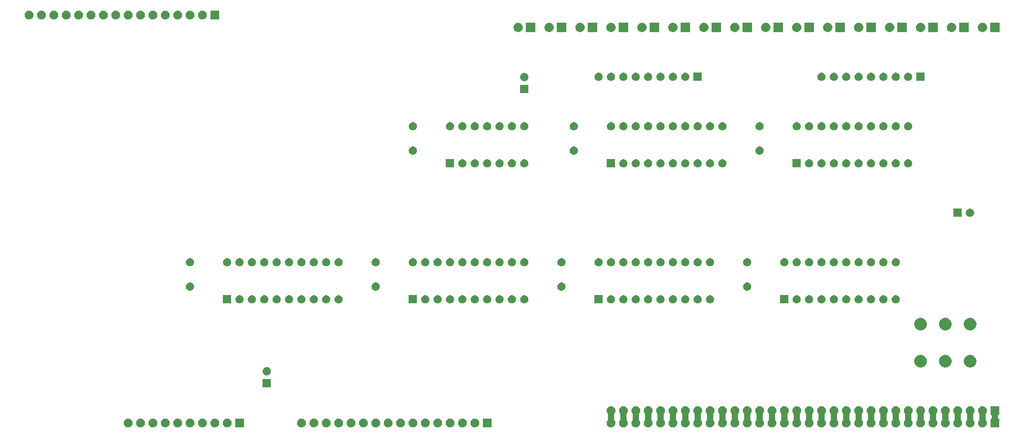
<source format=gbr>
G04 #@! TF.GenerationSoftware,KiCad,Pcbnew,(5.1.5)-3*
G04 #@! TF.CreationDate,2020-11-29T18:57:45-08:00*
G04 #@! TF.ProjectId,register16,72656769-7374-4657-9231-362e6b696361,rev?*
G04 #@! TF.SameCoordinates,Original*
G04 #@! TF.FileFunction,Soldermask,Bot*
G04 #@! TF.FilePolarity,Negative*
%FSLAX46Y46*%
G04 Gerber Fmt 4.6, Leading zero omitted, Abs format (unit mm)*
G04 Created by KiCad (PCBNEW (5.1.5)-3) date 2020-11-29 18:57:45*
%MOMM*%
%LPD*%
G04 APERTURE LIST*
%ADD10C,0.100000*%
G04 APERTURE END LIST*
D10*
G36*
X275221000Y-130441000D02*
G01*
X275054851Y-130441000D01*
X275030465Y-130443402D01*
X275007016Y-130450515D01*
X274985405Y-130462066D01*
X274966463Y-130477611D01*
X274950918Y-130496553D01*
X274939367Y-130518164D01*
X274932254Y-130541613D01*
X274929852Y-130565999D01*
X274929852Y-131053149D01*
X274932254Y-131077535D01*
X274939367Y-131100984D01*
X274950918Y-131122595D01*
X274966463Y-131141537D01*
X274985405Y-131157082D01*
X275007016Y-131168633D01*
X275030465Y-131175746D01*
X275054851Y-131178148D01*
X275163860Y-131178148D01*
X275179999Y-131179737D01*
X275189608Y-131182652D01*
X275198472Y-131187390D01*
X275206237Y-131193763D01*
X275212610Y-131201528D01*
X275217348Y-131210392D01*
X275220263Y-131220001D01*
X275221852Y-131236140D01*
X275221852Y-132923860D01*
X275220263Y-132939999D01*
X275217348Y-132949608D01*
X275212610Y-132958472D01*
X275206237Y-132966237D01*
X275198472Y-132972610D01*
X275189608Y-132977348D01*
X275179999Y-132980263D01*
X275163860Y-132981852D01*
X273476140Y-132981852D01*
X273460001Y-132980263D01*
X273450392Y-132977348D01*
X273441528Y-132972610D01*
X273433763Y-132966237D01*
X273427390Y-132958472D01*
X273422652Y-132949608D01*
X273419737Y-132939999D01*
X273418148Y-132923860D01*
X273418148Y-131236140D01*
X273419737Y-131220001D01*
X273422652Y-131210392D01*
X273427390Y-131201528D01*
X273433763Y-131193763D01*
X273441528Y-131187390D01*
X273450392Y-131182652D01*
X273460001Y-131179737D01*
X273476140Y-131178148D01*
X273585149Y-131178148D01*
X273609535Y-131175746D01*
X273632984Y-131168633D01*
X273654595Y-131157082D01*
X273673537Y-131141537D01*
X273689082Y-131122595D01*
X273700633Y-131100984D01*
X273707746Y-131077535D01*
X273710148Y-131053149D01*
X273710148Y-130565999D01*
X273707746Y-130541613D01*
X273700633Y-130518164D01*
X273689082Y-130496553D01*
X273673537Y-130477611D01*
X273654595Y-130462066D01*
X273632984Y-130450515D01*
X273609535Y-130443402D01*
X273585149Y-130441000D01*
X273419000Y-130441000D01*
X273419000Y-128639000D01*
X275221000Y-128639000D01*
X275221000Y-130441000D01*
G37*
G36*
X132193512Y-131183927D02*
G01*
X132342812Y-131213624D01*
X132506784Y-131281544D01*
X132654354Y-131380147D01*
X132779853Y-131505646D01*
X132878456Y-131653216D01*
X132946376Y-131817188D01*
X132981000Y-131991259D01*
X132981000Y-132168741D01*
X132946376Y-132342812D01*
X132878456Y-132506784D01*
X132779853Y-132654354D01*
X132654354Y-132779853D01*
X132506784Y-132878456D01*
X132342812Y-132946376D01*
X132210921Y-132972610D01*
X132168742Y-132981000D01*
X131991258Y-132981000D01*
X131949079Y-132972610D01*
X131817188Y-132946376D01*
X131653216Y-132878456D01*
X131505646Y-132779853D01*
X131380147Y-132654354D01*
X131281544Y-132506784D01*
X131213624Y-132342812D01*
X131179000Y-132168741D01*
X131179000Y-131991259D01*
X131213624Y-131817188D01*
X131281544Y-131653216D01*
X131380147Y-131505646D01*
X131505646Y-131380147D01*
X131653216Y-131281544D01*
X131817188Y-131213624D01*
X131966488Y-131183927D01*
X131991258Y-131179000D01*
X132168742Y-131179000D01*
X132193512Y-131183927D01*
G37*
G36*
X120281000Y-132981000D02*
G01*
X118479000Y-132981000D01*
X118479000Y-131179000D01*
X120281000Y-131179000D01*
X120281000Y-132981000D01*
G37*
G36*
X116953512Y-131183927D02*
G01*
X117102812Y-131213624D01*
X117266784Y-131281544D01*
X117414354Y-131380147D01*
X117539853Y-131505646D01*
X117638456Y-131653216D01*
X117706376Y-131817188D01*
X117741000Y-131991259D01*
X117741000Y-132168741D01*
X117706376Y-132342812D01*
X117638456Y-132506784D01*
X117539853Y-132654354D01*
X117414354Y-132779853D01*
X117266784Y-132878456D01*
X117102812Y-132946376D01*
X116970921Y-132972610D01*
X116928742Y-132981000D01*
X116751258Y-132981000D01*
X116709079Y-132972610D01*
X116577188Y-132946376D01*
X116413216Y-132878456D01*
X116265646Y-132779853D01*
X116140147Y-132654354D01*
X116041544Y-132506784D01*
X115973624Y-132342812D01*
X115939000Y-132168741D01*
X115939000Y-131991259D01*
X115973624Y-131817188D01*
X116041544Y-131653216D01*
X116140147Y-131505646D01*
X116265646Y-131380147D01*
X116413216Y-131281544D01*
X116577188Y-131213624D01*
X116726488Y-131183927D01*
X116751258Y-131179000D01*
X116928742Y-131179000D01*
X116953512Y-131183927D01*
G37*
G36*
X114413512Y-131183927D02*
G01*
X114562812Y-131213624D01*
X114726784Y-131281544D01*
X114874354Y-131380147D01*
X114999853Y-131505646D01*
X115098456Y-131653216D01*
X115166376Y-131817188D01*
X115201000Y-131991259D01*
X115201000Y-132168741D01*
X115166376Y-132342812D01*
X115098456Y-132506784D01*
X114999853Y-132654354D01*
X114874354Y-132779853D01*
X114726784Y-132878456D01*
X114562812Y-132946376D01*
X114430921Y-132972610D01*
X114388742Y-132981000D01*
X114211258Y-132981000D01*
X114169079Y-132972610D01*
X114037188Y-132946376D01*
X113873216Y-132878456D01*
X113725646Y-132779853D01*
X113600147Y-132654354D01*
X113501544Y-132506784D01*
X113433624Y-132342812D01*
X113399000Y-132168741D01*
X113399000Y-131991259D01*
X113433624Y-131817188D01*
X113501544Y-131653216D01*
X113600147Y-131505646D01*
X113725646Y-131380147D01*
X113873216Y-131281544D01*
X114037188Y-131213624D01*
X114186488Y-131183927D01*
X114211258Y-131179000D01*
X114388742Y-131179000D01*
X114413512Y-131183927D01*
G37*
G36*
X111873512Y-131183927D02*
G01*
X112022812Y-131213624D01*
X112186784Y-131281544D01*
X112334354Y-131380147D01*
X112459853Y-131505646D01*
X112558456Y-131653216D01*
X112626376Y-131817188D01*
X112661000Y-131991259D01*
X112661000Y-132168741D01*
X112626376Y-132342812D01*
X112558456Y-132506784D01*
X112459853Y-132654354D01*
X112334354Y-132779853D01*
X112186784Y-132878456D01*
X112022812Y-132946376D01*
X111890921Y-132972610D01*
X111848742Y-132981000D01*
X111671258Y-132981000D01*
X111629079Y-132972610D01*
X111497188Y-132946376D01*
X111333216Y-132878456D01*
X111185646Y-132779853D01*
X111060147Y-132654354D01*
X110961544Y-132506784D01*
X110893624Y-132342812D01*
X110859000Y-132168741D01*
X110859000Y-131991259D01*
X110893624Y-131817188D01*
X110961544Y-131653216D01*
X111060147Y-131505646D01*
X111185646Y-131380147D01*
X111333216Y-131281544D01*
X111497188Y-131213624D01*
X111646488Y-131183927D01*
X111671258Y-131179000D01*
X111848742Y-131179000D01*
X111873512Y-131183927D01*
G37*
G36*
X109333512Y-131183927D02*
G01*
X109482812Y-131213624D01*
X109646784Y-131281544D01*
X109794354Y-131380147D01*
X109919853Y-131505646D01*
X110018456Y-131653216D01*
X110086376Y-131817188D01*
X110121000Y-131991259D01*
X110121000Y-132168741D01*
X110086376Y-132342812D01*
X110018456Y-132506784D01*
X109919853Y-132654354D01*
X109794354Y-132779853D01*
X109646784Y-132878456D01*
X109482812Y-132946376D01*
X109350921Y-132972610D01*
X109308742Y-132981000D01*
X109131258Y-132981000D01*
X109089079Y-132972610D01*
X108957188Y-132946376D01*
X108793216Y-132878456D01*
X108645646Y-132779853D01*
X108520147Y-132654354D01*
X108421544Y-132506784D01*
X108353624Y-132342812D01*
X108319000Y-132168741D01*
X108319000Y-131991259D01*
X108353624Y-131817188D01*
X108421544Y-131653216D01*
X108520147Y-131505646D01*
X108645646Y-131380147D01*
X108793216Y-131281544D01*
X108957188Y-131213624D01*
X109106488Y-131183927D01*
X109131258Y-131179000D01*
X109308742Y-131179000D01*
X109333512Y-131183927D01*
G37*
G36*
X106793512Y-131183927D02*
G01*
X106942812Y-131213624D01*
X107106784Y-131281544D01*
X107254354Y-131380147D01*
X107379853Y-131505646D01*
X107478456Y-131653216D01*
X107546376Y-131817188D01*
X107581000Y-131991259D01*
X107581000Y-132168741D01*
X107546376Y-132342812D01*
X107478456Y-132506784D01*
X107379853Y-132654354D01*
X107254354Y-132779853D01*
X107106784Y-132878456D01*
X106942812Y-132946376D01*
X106810921Y-132972610D01*
X106768742Y-132981000D01*
X106591258Y-132981000D01*
X106549079Y-132972610D01*
X106417188Y-132946376D01*
X106253216Y-132878456D01*
X106105646Y-132779853D01*
X105980147Y-132654354D01*
X105881544Y-132506784D01*
X105813624Y-132342812D01*
X105779000Y-132168741D01*
X105779000Y-131991259D01*
X105813624Y-131817188D01*
X105881544Y-131653216D01*
X105980147Y-131505646D01*
X106105646Y-131380147D01*
X106253216Y-131281544D01*
X106417188Y-131213624D01*
X106566488Y-131183927D01*
X106591258Y-131179000D01*
X106768742Y-131179000D01*
X106793512Y-131183927D01*
G37*
G36*
X104253512Y-131183927D02*
G01*
X104402812Y-131213624D01*
X104566784Y-131281544D01*
X104714354Y-131380147D01*
X104839853Y-131505646D01*
X104938456Y-131653216D01*
X105006376Y-131817188D01*
X105041000Y-131991259D01*
X105041000Y-132168741D01*
X105006376Y-132342812D01*
X104938456Y-132506784D01*
X104839853Y-132654354D01*
X104714354Y-132779853D01*
X104566784Y-132878456D01*
X104402812Y-132946376D01*
X104270921Y-132972610D01*
X104228742Y-132981000D01*
X104051258Y-132981000D01*
X104009079Y-132972610D01*
X103877188Y-132946376D01*
X103713216Y-132878456D01*
X103565646Y-132779853D01*
X103440147Y-132654354D01*
X103341544Y-132506784D01*
X103273624Y-132342812D01*
X103239000Y-132168741D01*
X103239000Y-131991259D01*
X103273624Y-131817188D01*
X103341544Y-131653216D01*
X103440147Y-131505646D01*
X103565646Y-131380147D01*
X103713216Y-131281544D01*
X103877188Y-131213624D01*
X104026488Y-131183927D01*
X104051258Y-131179000D01*
X104228742Y-131179000D01*
X104253512Y-131183927D01*
G37*
G36*
X101713512Y-131183927D02*
G01*
X101862812Y-131213624D01*
X102026784Y-131281544D01*
X102174354Y-131380147D01*
X102299853Y-131505646D01*
X102398456Y-131653216D01*
X102466376Y-131817188D01*
X102501000Y-131991259D01*
X102501000Y-132168741D01*
X102466376Y-132342812D01*
X102398456Y-132506784D01*
X102299853Y-132654354D01*
X102174354Y-132779853D01*
X102026784Y-132878456D01*
X101862812Y-132946376D01*
X101730921Y-132972610D01*
X101688742Y-132981000D01*
X101511258Y-132981000D01*
X101469079Y-132972610D01*
X101337188Y-132946376D01*
X101173216Y-132878456D01*
X101025646Y-132779853D01*
X100900147Y-132654354D01*
X100801544Y-132506784D01*
X100733624Y-132342812D01*
X100699000Y-132168741D01*
X100699000Y-131991259D01*
X100733624Y-131817188D01*
X100801544Y-131653216D01*
X100900147Y-131505646D01*
X101025646Y-131380147D01*
X101173216Y-131281544D01*
X101337188Y-131213624D01*
X101486488Y-131183927D01*
X101511258Y-131179000D01*
X101688742Y-131179000D01*
X101713512Y-131183927D01*
G37*
G36*
X99173512Y-131183927D02*
G01*
X99322812Y-131213624D01*
X99486784Y-131281544D01*
X99634354Y-131380147D01*
X99759853Y-131505646D01*
X99858456Y-131653216D01*
X99926376Y-131817188D01*
X99961000Y-131991259D01*
X99961000Y-132168741D01*
X99926376Y-132342812D01*
X99858456Y-132506784D01*
X99759853Y-132654354D01*
X99634354Y-132779853D01*
X99486784Y-132878456D01*
X99322812Y-132946376D01*
X99190921Y-132972610D01*
X99148742Y-132981000D01*
X98971258Y-132981000D01*
X98929079Y-132972610D01*
X98797188Y-132946376D01*
X98633216Y-132878456D01*
X98485646Y-132779853D01*
X98360147Y-132654354D01*
X98261544Y-132506784D01*
X98193624Y-132342812D01*
X98159000Y-132168741D01*
X98159000Y-131991259D01*
X98193624Y-131817188D01*
X98261544Y-131653216D01*
X98360147Y-131505646D01*
X98485646Y-131380147D01*
X98633216Y-131281544D01*
X98797188Y-131213624D01*
X98946488Y-131183927D01*
X98971258Y-131179000D01*
X99148742Y-131179000D01*
X99173512Y-131183927D01*
G37*
G36*
X96633512Y-131183927D02*
G01*
X96782812Y-131213624D01*
X96946784Y-131281544D01*
X97094354Y-131380147D01*
X97219853Y-131505646D01*
X97318456Y-131653216D01*
X97386376Y-131817188D01*
X97421000Y-131991259D01*
X97421000Y-132168741D01*
X97386376Y-132342812D01*
X97318456Y-132506784D01*
X97219853Y-132654354D01*
X97094354Y-132779853D01*
X96946784Y-132878456D01*
X96782812Y-132946376D01*
X96650921Y-132972610D01*
X96608742Y-132981000D01*
X96431258Y-132981000D01*
X96389079Y-132972610D01*
X96257188Y-132946376D01*
X96093216Y-132878456D01*
X95945646Y-132779853D01*
X95820147Y-132654354D01*
X95721544Y-132506784D01*
X95653624Y-132342812D01*
X95619000Y-132168741D01*
X95619000Y-131991259D01*
X95653624Y-131817188D01*
X95721544Y-131653216D01*
X95820147Y-131505646D01*
X95945646Y-131380147D01*
X96093216Y-131281544D01*
X96257188Y-131213624D01*
X96406488Y-131183927D01*
X96431258Y-131179000D01*
X96608742Y-131179000D01*
X96633512Y-131183927D01*
G37*
G36*
X167753512Y-131183927D02*
G01*
X167902812Y-131213624D01*
X168066784Y-131281544D01*
X168214354Y-131380147D01*
X168339853Y-131505646D01*
X168438456Y-131653216D01*
X168506376Y-131817188D01*
X168541000Y-131991259D01*
X168541000Y-132168741D01*
X168506376Y-132342812D01*
X168438456Y-132506784D01*
X168339853Y-132654354D01*
X168214354Y-132779853D01*
X168066784Y-132878456D01*
X167902812Y-132946376D01*
X167770921Y-132972610D01*
X167728742Y-132981000D01*
X167551258Y-132981000D01*
X167509079Y-132972610D01*
X167377188Y-132946376D01*
X167213216Y-132878456D01*
X167065646Y-132779853D01*
X166940147Y-132654354D01*
X166841544Y-132506784D01*
X166773624Y-132342812D01*
X166739000Y-132168741D01*
X166739000Y-131991259D01*
X166773624Y-131817188D01*
X166841544Y-131653216D01*
X166940147Y-131505646D01*
X167065646Y-131380147D01*
X167213216Y-131281544D01*
X167377188Y-131213624D01*
X167526488Y-131183927D01*
X167551258Y-131179000D01*
X167728742Y-131179000D01*
X167753512Y-131183927D01*
G37*
G36*
X165213512Y-131183927D02*
G01*
X165362812Y-131213624D01*
X165526784Y-131281544D01*
X165674354Y-131380147D01*
X165799853Y-131505646D01*
X165898456Y-131653216D01*
X165966376Y-131817188D01*
X166001000Y-131991259D01*
X166001000Y-132168741D01*
X165966376Y-132342812D01*
X165898456Y-132506784D01*
X165799853Y-132654354D01*
X165674354Y-132779853D01*
X165526784Y-132878456D01*
X165362812Y-132946376D01*
X165230921Y-132972610D01*
X165188742Y-132981000D01*
X165011258Y-132981000D01*
X164969079Y-132972610D01*
X164837188Y-132946376D01*
X164673216Y-132878456D01*
X164525646Y-132779853D01*
X164400147Y-132654354D01*
X164301544Y-132506784D01*
X164233624Y-132342812D01*
X164199000Y-132168741D01*
X164199000Y-131991259D01*
X164233624Y-131817188D01*
X164301544Y-131653216D01*
X164400147Y-131505646D01*
X164525646Y-131380147D01*
X164673216Y-131281544D01*
X164837188Y-131213624D01*
X164986488Y-131183927D01*
X165011258Y-131179000D01*
X165188742Y-131179000D01*
X165213512Y-131183927D01*
G37*
G36*
X160133512Y-131183927D02*
G01*
X160282812Y-131213624D01*
X160446784Y-131281544D01*
X160594354Y-131380147D01*
X160719853Y-131505646D01*
X160818456Y-131653216D01*
X160886376Y-131817188D01*
X160921000Y-131991259D01*
X160921000Y-132168741D01*
X160886376Y-132342812D01*
X160818456Y-132506784D01*
X160719853Y-132654354D01*
X160594354Y-132779853D01*
X160446784Y-132878456D01*
X160282812Y-132946376D01*
X160150921Y-132972610D01*
X160108742Y-132981000D01*
X159931258Y-132981000D01*
X159889079Y-132972610D01*
X159757188Y-132946376D01*
X159593216Y-132878456D01*
X159445646Y-132779853D01*
X159320147Y-132654354D01*
X159221544Y-132506784D01*
X159153624Y-132342812D01*
X159119000Y-132168741D01*
X159119000Y-131991259D01*
X159153624Y-131817188D01*
X159221544Y-131653216D01*
X159320147Y-131505646D01*
X159445646Y-131380147D01*
X159593216Y-131281544D01*
X159757188Y-131213624D01*
X159906488Y-131183927D01*
X159931258Y-131179000D01*
X160108742Y-131179000D01*
X160133512Y-131183927D01*
G37*
G36*
X162673512Y-131183927D02*
G01*
X162822812Y-131213624D01*
X162986784Y-131281544D01*
X163134354Y-131380147D01*
X163259853Y-131505646D01*
X163358456Y-131653216D01*
X163426376Y-131817188D01*
X163461000Y-131991259D01*
X163461000Y-132168741D01*
X163426376Y-132342812D01*
X163358456Y-132506784D01*
X163259853Y-132654354D01*
X163134354Y-132779853D01*
X162986784Y-132878456D01*
X162822812Y-132946376D01*
X162690921Y-132972610D01*
X162648742Y-132981000D01*
X162471258Y-132981000D01*
X162429079Y-132972610D01*
X162297188Y-132946376D01*
X162133216Y-132878456D01*
X161985646Y-132779853D01*
X161860147Y-132654354D01*
X161761544Y-132506784D01*
X161693624Y-132342812D01*
X161659000Y-132168741D01*
X161659000Y-131991259D01*
X161693624Y-131817188D01*
X161761544Y-131653216D01*
X161860147Y-131505646D01*
X161985646Y-131380147D01*
X162133216Y-131281544D01*
X162297188Y-131213624D01*
X162446488Y-131183927D01*
X162471258Y-131179000D01*
X162648742Y-131179000D01*
X162673512Y-131183927D01*
G37*
G36*
X171081000Y-132981000D02*
G01*
X169279000Y-132981000D01*
X169279000Y-131179000D01*
X171081000Y-131179000D01*
X171081000Y-132981000D01*
G37*
G36*
X134733512Y-131183927D02*
G01*
X134882812Y-131213624D01*
X135046784Y-131281544D01*
X135194354Y-131380147D01*
X135319853Y-131505646D01*
X135418456Y-131653216D01*
X135486376Y-131817188D01*
X135521000Y-131991259D01*
X135521000Y-132168741D01*
X135486376Y-132342812D01*
X135418456Y-132506784D01*
X135319853Y-132654354D01*
X135194354Y-132779853D01*
X135046784Y-132878456D01*
X134882812Y-132946376D01*
X134750921Y-132972610D01*
X134708742Y-132981000D01*
X134531258Y-132981000D01*
X134489079Y-132972610D01*
X134357188Y-132946376D01*
X134193216Y-132878456D01*
X134045646Y-132779853D01*
X133920147Y-132654354D01*
X133821544Y-132506784D01*
X133753624Y-132342812D01*
X133719000Y-132168741D01*
X133719000Y-131991259D01*
X133753624Y-131817188D01*
X133821544Y-131653216D01*
X133920147Y-131505646D01*
X134045646Y-131380147D01*
X134193216Y-131281544D01*
X134357188Y-131213624D01*
X134506488Y-131183927D01*
X134531258Y-131179000D01*
X134708742Y-131179000D01*
X134733512Y-131183927D01*
G37*
G36*
X137273512Y-131183927D02*
G01*
X137422812Y-131213624D01*
X137586784Y-131281544D01*
X137734354Y-131380147D01*
X137859853Y-131505646D01*
X137958456Y-131653216D01*
X138026376Y-131817188D01*
X138061000Y-131991259D01*
X138061000Y-132168741D01*
X138026376Y-132342812D01*
X137958456Y-132506784D01*
X137859853Y-132654354D01*
X137734354Y-132779853D01*
X137586784Y-132878456D01*
X137422812Y-132946376D01*
X137290921Y-132972610D01*
X137248742Y-132981000D01*
X137071258Y-132981000D01*
X137029079Y-132972610D01*
X136897188Y-132946376D01*
X136733216Y-132878456D01*
X136585646Y-132779853D01*
X136460147Y-132654354D01*
X136361544Y-132506784D01*
X136293624Y-132342812D01*
X136259000Y-132168741D01*
X136259000Y-131991259D01*
X136293624Y-131817188D01*
X136361544Y-131653216D01*
X136460147Y-131505646D01*
X136585646Y-131380147D01*
X136733216Y-131281544D01*
X136897188Y-131213624D01*
X137046488Y-131183927D01*
X137071258Y-131179000D01*
X137248742Y-131179000D01*
X137273512Y-131183927D01*
G37*
G36*
X139813512Y-131183927D02*
G01*
X139962812Y-131213624D01*
X140126784Y-131281544D01*
X140274354Y-131380147D01*
X140399853Y-131505646D01*
X140498456Y-131653216D01*
X140566376Y-131817188D01*
X140601000Y-131991259D01*
X140601000Y-132168741D01*
X140566376Y-132342812D01*
X140498456Y-132506784D01*
X140399853Y-132654354D01*
X140274354Y-132779853D01*
X140126784Y-132878456D01*
X139962812Y-132946376D01*
X139830921Y-132972610D01*
X139788742Y-132981000D01*
X139611258Y-132981000D01*
X139569079Y-132972610D01*
X139437188Y-132946376D01*
X139273216Y-132878456D01*
X139125646Y-132779853D01*
X139000147Y-132654354D01*
X138901544Y-132506784D01*
X138833624Y-132342812D01*
X138799000Y-132168741D01*
X138799000Y-131991259D01*
X138833624Y-131817188D01*
X138901544Y-131653216D01*
X139000147Y-131505646D01*
X139125646Y-131380147D01*
X139273216Y-131281544D01*
X139437188Y-131213624D01*
X139586488Y-131183927D01*
X139611258Y-131179000D01*
X139788742Y-131179000D01*
X139813512Y-131183927D01*
G37*
G36*
X142353512Y-131183927D02*
G01*
X142502812Y-131213624D01*
X142666784Y-131281544D01*
X142814354Y-131380147D01*
X142939853Y-131505646D01*
X143038456Y-131653216D01*
X143106376Y-131817188D01*
X143141000Y-131991259D01*
X143141000Y-132168741D01*
X143106376Y-132342812D01*
X143038456Y-132506784D01*
X142939853Y-132654354D01*
X142814354Y-132779853D01*
X142666784Y-132878456D01*
X142502812Y-132946376D01*
X142370921Y-132972610D01*
X142328742Y-132981000D01*
X142151258Y-132981000D01*
X142109079Y-132972610D01*
X141977188Y-132946376D01*
X141813216Y-132878456D01*
X141665646Y-132779853D01*
X141540147Y-132654354D01*
X141441544Y-132506784D01*
X141373624Y-132342812D01*
X141339000Y-132168741D01*
X141339000Y-131991259D01*
X141373624Y-131817188D01*
X141441544Y-131653216D01*
X141540147Y-131505646D01*
X141665646Y-131380147D01*
X141813216Y-131281544D01*
X141977188Y-131213624D01*
X142126488Y-131183927D01*
X142151258Y-131179000D01*
X142328742Y-131179000D01*
X142353512Y-131183927D01*
G37*
G36*
X144893512Y-131183927D02*
G01*
X145042812Y-131213624D01*
X145206784Y-131281544D01*
X145354354Y-131380147D01*
X145479853Y-131505646D01*
X145578456Y-131653216D01*
X145646376Y-131817188D01*
X145681000Y-131991259D01*
X145681000Y-132168741D01*
X145646376Y-132342812D01*
X145578456Y-132506784D01*
X145479853Y-132654354D01*
X145354354Y-132779853D01*
X145206784Y-132878456D01*
X145042812Y-132946376D01*
X144910921Y-132972610D01*
X144868742Y-132981000D01*
X144691258Y-132981000D01*
X144649079Y-132972610D01*
X144517188Y-132946376D01*
X144353216Y-132878456D01*
X144205646Y-132779853D01*
X144080147Y-132654354D01*
X143981544Y-132506784D01*
X143913624Y-132342812D01*
X143879000Y-132168741D01*
X143879000Y-131991259D01*
X143913624Y-131817188D01*
X143981544Y-131653216D01*
X144080147Y-131505646D01*
X144205646Y-131380147D01*
X144353216Y-131281544D01*
X144517188Y-131213624D01*
X144666488Y-131183927D01*
X144691258Y-131179000D01*
X144868742Y-131179000D01*
X144893512Y-131183927D01*
G37*
G36*
X147433512Y-131183927D02*
G01*
X147582812Y-131213624D01*
X147746784Y-131281544D01*
X147894354Y-131380147D01*
X148019853Y-131505646D01*
X148118456Y-131653216D01*
X148186376Y-131817188D01*
X148221000Y-131991259D01*
X148221000Y-132168741D01*
X148186376Y-132342812D01*
X148118456Y-132506784D01*
X148019853Y-132654354D01*
X147894354Y-132779853D01*
X147746784Y-132878456D01*
X147582812Y-132946376D01*
X147450921Y-132972610D01*
X147408742Y-132981000D01*
X147231258Y-132981000D01*
X147189079Y-132972610D01*
X147057188Y-132946376D01*
X146893216Y-132878456D01*
X146745646Y-132779853D01*
X146620147Y-132654354D01*
X146521544Y-132506784D01*
X146453624Y-132342812D01*
X146419000Y-132168741D01*
X146419000Y-131991259D01*
X146453624Y-131817188D01*
X146521544Y-131653216D01*
X146620147Y-131505646D01*
X146745646Y-131380147D01*
X146893216Y-131281544D01*
X147057188Y-131213624D01*
X147206488Y-131183927D01*
X147231258Y-131179000D01*
X147408742Y-131179000D01*
X147433512Y-131183927D01*
G37*
G36*
X149973512Y-131183927D02*
G01*
X150122812Y-131213624D01*
X150286784Y-131281544D01*
X150434354Y-131380147D01*
X150559853Y-131505646D01*
X150658456Y-131653216D01*
X150726376Y-131817188D01*
X150761000Y-131991259D01*
X150761000Y-132168741D01*
X150726376Y-132342812D01*
X150658456Y-132506784D01*
X150559853Y-132654354D01*
X150434354Y-132779853D01*
X150286784Y-132878456D01*
X150122812Y-132946376D01*
X149990921Y-132972610D01*
X149948742Y-132981000D01*
X149771258Y-132981000D01*
X149729079Y-132972610D01*
X149597188Y-132946376D01*
X149433216Y-132878456D01*
X149285646Y-132779853D01*
X149160147Y-132654354D01*
X149061544Y-132506784D01*
X148993624Y-132342812D01*
X148959000Y-132168741D01*
X148959000Y-131991259D01*
X148993624Y-131817188D01*
X149061544Y-131653216D01*
X149160147Y-131505646D01*
X149285646Y-131380147D01*
X149433216Y-131281544D01*
X149597188Y-131213624D01*
X149746488Y-131183927D01*
X149771258Y-131179000D01*
X149948742Y-131179000D01*
X149973512Y-131183927D01*
G37*
G36*
X152513512Y-131183927D02*
G01*
X152662812Y-131213624D01*
X152826784Y-131281544D01*
X152974354Y-131380147D01*
X153099853Y-131505646D01*
X153198456Y-131653216D01*
X153266376Y-131817188D01*
X153301000Y-131991259D01*
X153301000Y-132168741D01*
X153266376Y-132342812D01*
X153198456Y-132506784D01*
X153099853Y-132654354D01*
X152974354Y-132779853D01*
X152826784Y-132878456D01*
X152662812Y-132946376D01*
X152530921Y-132972610D01*
X152488742Y-132981000D01*
X152311258Y-132981000D01*
X152269079Y-132972610D01*
X152137188Y-132946376D01*
X151973216Y-132878456D01*
X151825646Y-132779853D01*
X151700147Y-132654354D01*
X151601544Y-132506784D01*
X151533624Y-132342812D01*
X151499000Y-132168741D01*
X151499000Y-131991259D01*
X151533624Y-131817188D01*
X151601544Y-131653216D01*
X151700147Y-131505646D01*
X151825646Y-131380147D01*
X151973216Y-131281544D01*
X152137188Y-131213624D01*
X152286488Y-131183927D01*
X152311258Y-131179000D01*
X152488742Y-131179000D01*
X152513512Y-131183927D01*
G37*
G36*
X155053512Y-131183927D02*
G01*
X155202812Y-131213624D01*
X155366784Y-131281544D01*
X155514354Y-131380147D01*
X155639853Y-131505646D01*
X155738456Y-131653216D01*
X155806376Y-131817188D01*
X155841000Y-131991259D01*
X155841000Y-132168741D01*
X155806376Y-132342812D01*
X155738456Y-132506784D01*
X155639853Y-132654354D01*
X155514354Y-132779853D01*
X155366784Y-132878456D01*
X155202812Y-132946376D01*
X155070921Y-132972610D01*
X155028742Y-132981000D01*
X154851258Y-132981000D01*
X154809079Y-132972610D01*
X154677188Y-132946376D01*
X154513216Y-132878456D01*
X154365646Y-132779853D01*
X154240147Y-132654354D01*
X154141544Y-132506784D01*
X154073624Y-132342812D01*
X154039000Y-132168741D01*
X154039000Y-131991259D01*
X154073624Y-131817188D01*
X154141544Y-131653216D01*
X154240147Y-131505646D01*
X154365646Y-131380147D01*
X154513216Y-131281544D01*
X154677188Y-131213624D01*
X154826488Y-131183927D01*
X154851258Y-131179000D01*
X155028742Y-131179000D01*
X155053512Y-131183927D01*
G37*
G36*
X157593512Y-131183927D02*
G01*
X157742812Y-131213624D01*
X157906784Y-131281544D01*
X158054354Y-131380147D01*
X158179853Y-131505646D01*
X158278456Y-131653216D01*
X158346376Y-131817188D01*
X158381000Y-131991259D01*
X158381000Y-132168741D01*
X158346376Y-132342812D01*
X158278456Y-132506784D01*
X158179853Y-132654354D01*
X158054354Y-132779853D01*
X157906784Y-132878456D01*
X157742812Y-132946376D01*
X157610921Y-132972610D01*
X157568742Y-132981000D01*
X157391258Y-132981000D01*
X157349079Y-132972610D01*
X157217188Y-132946376D01*
X157053216Y-132878456D01*
X156905646Y-132779853D01*
X156780147Y-132654354D01*
X156681544Y-132506784D01*
X156613624Y-132342812D01*
X156579000Y-132168741D01*
X156579000Y-131991259D01*
X156613624Y-131817188D01*
X156681544Y-131653216D01*
X156780147Y-131505646D01*
X156905646Y-131380147D01*
X157053216Y-131281544D01*
X157217188Y-131213624D01*
X157366488Y-131183927D01*
X157391258Y-131179000D01*
X157568742Y-131179000D01*
X157593512Y-131183927D01*
G37*
G36*
X231253512Y-128643927D02*
G01*
X231402812Y-128673624D01*
X231566784Y-128741544D01*
X231714354Y-128840147D01*
X231839853Y-128965646D01*
X231938456Y-129113216D01*
X232006376Y-129277188D01*
X232041000Y-129451259D01*
X232041000Y-129628741D01*
X232006376Y-129802812D01*
X231938456Y-129966784D01*
X231839853Y-130114354D01*
X231786454Y-130167753D01*
X231770918Y-130186684D01*
X231759367Y-130208295D01*
X231752254Y-130231744D01*
X231749852Y-130256130D01*
X231749852Y-131368452D01*
X231752254Y-131392838D01*
X231759367Y-131416287D01*
X231770918Y-131437898D01*
X231786463Y-131456840D01*
X231829382Y-131499759D01*
X231843583Y-131517064D01*
X231929335Y-131645401D01*
X231939889Y-131665146D01*
X231998955Y-131807745D01*
X232005453Y-131829164D01*
X232035565Y-131980545D01*
X232037759Y-132002825D01*
X232037759Y-132157175D01*
X232035565Y-132179455D01*
X232005453Y-132330836D01*
X231998955Y-132352255D01*
X231939889Y-132494854D01*
X231929335Y-132514599D01*
X231843583Y-132642936D01*
X231829382Y-132660241D01*
X231720241Y-132769382D01*
X231702936Y-132783583D01*
X231574599Y-132869335D01*
X231554854Y-132879889D01*
X231412255Y-132938955D01*
X231390836Y-132945453D01*
X231239455Y-132975565D01*
X231217175Y-132977759D01*
X231062825Y-132977759D01*
X231040545Y-132975565D01*
X230889164Y-132945453D01*
X230867745Y-132938955D01*
X230725146Y-132879889D01*
X230705401Y-132869335D01*
X230577064Y-132783583D01*
X230559759Y-132769382D01*
X230450618Y-132660241D01*
X230436417Y-132642936D01*
X230350665Y-132514599D01*
X230340111Y-132494854D01*
X230281045Y-132352255D01*
X230274547Y-132330836D01*
X230244435Y-132179455D01*
X230242241Y-132157175D01*
X230242241Y-132002825D01*
X230244435Y-131980545D01*
X230274547Y-131829164D01*
X230281045Y-131807745D01*
X230340111Y-131665146D01*
X230350665Y-131645401D01*
X230436417Y-131517064D01*
X230450618Y-131499759D01*
X230493537Y-131456840D01*
X230509082Y-131437898D01*
X230520633Y-131416287D01*
X230527746Y-131392838D01*
X230530148Y-131368452D01*
X230530148Y-130256130D01*
X230527746Y-130231744D01*
X230520633Y-130208295D01*
X230509082Y-130186684D01*
X230493546Y-130167753D01*
X230440147Y-130114354D01*
X230341544Y-129966784D01*
X230273624Y-129802812D01*
X230239000Y-129628741D01*
X230239000Y-129451259D01*
X230273624Y-129277188D01*
X230341544Y-129113216D01*
X230440147Y-128965646D01*
X230565646Y-128840147D01*
X230713216Y-128741544D01*
X230877188Y-128673624D01*
X231026488Y-128643927D01*
X231051258Y-128639000D01*
X231228742Y-128639000D01*
X231253512Y-128643927D01*
G37*
G36*
X226173512Y-128643927D02*
G01*
X226322812Y-128673624D01*
X226486784Y-128741544D01*
X226634354Y-128840147D01*
X226759853Y-128965646D01*
X226858456Y-129113216D01*
X226926376Y-129277188D01*
X226961000Y-129451259D01*
X226961000Y-129628741D01*
X226926376Y-129802812D01*
X226858456Y-129966784D01*
X226759853Y-130114354D01*
X226706454Y-130167753D01*
X226690918Y-130186684D01*
X226679367Y-130208295D01*
X226672254Y-130231744D01*
X226669852Y-130256130D01*
X226669852Y-131368452D01*
X226672254Y-131392838D01*
X226679367Y-131416287D01*
X226690918Y-131437898D01*
X226706463Y-131456840D01*
X226749382Y-131499759D01*
X226763583Y-131517064D01*
X226849335Y-131645401D01*
X226859889Y-131665146D01*
X226918955Y-131807745D01*
X226925453Y-131829164D01*
X226955565Y-131980545D01*
X226957759Y-132002825D01*
X226957759Y-132157175D01*
X226955565Y-132179455D01*
X226925453Y-132330836D01*
X226918955Y-132352255D01*
X226859889Y-132494854D01*
X226849335Y-132514599D01*
X226763583Y-132642936D01*
X226749382Y-132660241D01*
X226640241Y-132769382D01*
X226622936Y-132783583D01*
X226494599Y-132869335D01*
X226474854Y-132879889D01*
X226332255Y-132938955D01*
X226310836Y-132945453D01*
X226159455Y-132975565D01*
X226137175Y-132977759D01*
X225982825Y-132977759D01*
X225960545Y-132975565D01*
X225809164Y-132945453D01*
X225787745Y-132938955D01*
X225645146Y-132879889D01*
X225625401Y-132869335D01*
X225497064Y-132783583D01*
X225479759Y-132769382D01*
X225370618Y-132660241D01*
X225356417Y-132642936D01*
X225270665Y-132514599D01*
X225260111Y-132494854D01*
X225201045Y-132352255D01*
X225194547Y-132330836D01*
X225164435Y-132179455D01*
X225162241Y-132157175D01*
X225162241Y-132002825D01*
X225164435Y-131980545D01*
X225194547Y-131829164D01*
X225201045Y-131807745D01*
X225260111Y-131665146D01*
X225270665Y-131645401D01*
X225356417Y-131517064D01*
X225370618Y-131499759D01*
X225413537Y-131456840D01*
X225429082Y-131437898D01*
X225440633Y-131416287D01*
X225447746Y-131392838D01*
X225450148Y-131368452D01*
X225450148Y-130256130D01*
X225447746Y-130231744D01*
X225440633Y-130208295D01*
X225429082Y-130186684D01*
X225413546Y-130167753D01*
X225360147Y-130114354D01*
X225261544Y-129966784D01*
X225193624Y-129802812D01*
X225159000Y-129628741D01*
X225159000Y-129451259D01*
X225193624Y-129277188D01*
X225261544Y-129113216D01*
X225360147Y-128965646D01*
X225485646Y-128840147D01*
X225633216Y-128741544D01*
X225797188Y-128673624D01*
X225946488Y-128643927D01*
X225971258Y-128639000D01*
X226148742Y-128639000D01*
X226173512Y-128643927D01*
G37*
G36*
X228713512Y-128643927D02*
G01*
X228862812Y-128673624D01*
X229026784Y-128741544D01*
X229174354Y-128840147D01*
X229299853Y-128965646D01*
X229398456Y-129113216D01*
X229466376Y-129277188D01*
X229501000Y-129451259D01*
X229501000Y-129628741D01*
X229466376Y-129802812D01*
X229398456Y-129966784D01*
X229299853Y-130114354D01*
X229246454Y-130167753D01*
X229230918Y-130186684D01*
X229219367Y-130208295D01*
X229212254Y-130231744D01*
X229209852Y-130256130D01*
X229209852Y-131368452D01*
X229212254Y-131392838D01*
X229219367Y-131416287D01*
X229230918Y-131437898D01*
X229246463Y-131456840D01*
X229289382Y-131499759D01*
X229303583Y-131517064D01*
X229389335Y-131645401D01*
X229399889Y-131665146D01*
X229458955Y-131807745D01*
X229465453Y-131829164D01*
X229495565Y-131980545D01*
X229497759Y-132002825D01*
X229497759Y-132157175D01*
X229495565Y-132179455D01*
X229465453Y-132330836D01*
X229458955Y-132352255D01*
X229399889Y-132494854D01*
X229389335Y-132514599D01*
X229303583Y-132642936D01*
X229289382Y-132660241D01*
X229180241Y-132769382D01*
X229162936Y-132783583D01*
X229034599Y-132869335D01*
X229014854Y-132879889D01*
X228872255Y-132938955D01*
X228850836Y-132945453D01*
X228699455Y-132975565D01*
X228677175Y-132977759D01*
X228522825Y-132977759D01*
X228500545Y-132975565D01*
X228349164Y-132945453D01*
X228327745Y-132938955D01*
X228185146Y-132879889D01*
X228165401Y-132869335D01*
X228037064Y-132783583D01*
X228019759Y-132769382D01*
X227910618Y-132660241D01*
X227896417Y-132642936D01*
X227810665Y-132514599D01*
X227800111Y-132494854D01*
X227741045Y-132352255D01*
X227734547Y-132330836D01*
X227704435Y-132179455D01*
X227702241Y-132157175D01*
X227702241Y-132002825D01*
X227704435Y-131980545D01*
X227734547Y-131829164D01*
X227741045Y-131807745D01*
X227800111Y-131665146D01*
X227810665Y-131645401D01*
X227896417Y-131517064D01*
X227910618Y-131499759D01*
X227953537Y-131456840D01*
X227969082Y-131437898D01*
X227980633Y-131416287D01*
X227987746Y-131392838D01*
X227990148Y-131368452D01*
X227990148Y-130256130D01*
X227987746Y-130231744D01*
X227980633Y-130208295D01*
X227969082Y-130186684D01*
X227953546Y-130167753D01*
X227900147Y-130114354D01*
X227801544Y-129966784D01*
X227733624Y-129802812D01*
X227699000Y-129628741D01*
X227699000Y-129451259D01*
X227733624Y-129277188D01*
X227801544Y-129113216D01*
X227900147Y-128965646D01*
X228025646Y-128840147D01*
X228173216Y-128741544D01*
X228337188Y-128673624D01*
X228486488Y-128643927D01*
X228511258Y-128639000D01*
X228688742Y-128639000D01*
X228713512Y-128643927D01*
G37*
G36*
X195693512Y-128643927D02*
G01*
X195842812Y-128673624D01*
X196006784Y-128741544D01*
X196154354Y-128840147D01*
X196279853Y-128965646D01*
X196378456Y-129113216D01*
X196446376Y-129277188D01*
X196481000Y-129451259D01*
X196481000Y-129628741D01*
X196446376Y-129802812D01*
X196378456Y-129966784D01*
X196279853Y-130114354D01*
X196226454Y-130167753D01*
X196210918Y-130186684D01*
X196199367Y-130208295D01*
X196192254Y-130231744D01*
X196189852Y-130256130D01*
X196189852Y-131368452D01*
X196192254Y-131392838D01*
X196199367Y-131416287D01*
X196210918Y-131437898D01*
X196226463Y-131456840D01*
X196269382Y-131499759D01*
X196283583Y-131517064D01*
X196369335Y-131645401D01*
X196379889Y-131665146D01*
X196438955Y-131807745D01*
X196445453Y-131829164D01*
X196475565Y-131980545D01*
X196477759Y-132002825D01*
X196477759Y-132157175D01*
X196475565Y-132179455D01*
X196445453Y-132330836D01*
X196438955Y-132352255D01*
X196379889Y-132494854D01*
X196369335Y-132514599D01*
X196283583Y-132642936D01*
X196269382Y-132660241D01*
X196160241Y-132769382D01*
X196142936Y-132783583D01*
X196014599Y-132869335D01*
X195994854Y-132879889D01*
X195852255Y-132938955D01*
X195830836Y-132945453D01*
X195679455Y-132975565D01*
X195657175Y-132977759D01*
X195502825Y-132977759D01*
X195480545Y-132975565D01*
X195329164Y-132945453D01*
X195307745Y-132938955D01*
X195165146Y-132879889D01*
X195145401Y-132869335D01*
X195017064Y-132783583D01*
X194999759Y-132769382D01*
X194890618Y-132660241D01*
X194876417Y-132642936D01*
X194790665Y-132514599D01*
X194780111Y-132494854D01*
X194721045Y-132352255D01*
X194714547Y-132330836D01*
X194684435Y-132179455D01*
X194682241Y-132157175D01*
X194682241Y-132002825D01*
X194684435Y-131980545D01*
X194714547Y-131829164D01*
X194721045Y-131807745D01*
X194780111Y-131665146D01*
X194790665Y-131645401D01*
X194876417Y-131517064D01*
X194890618Y-131499759D01*
X194933537Y-131456840D01*
X194949082Y-131437898D01*
X194960633Y-131416287D01*
X194967746Y-131392838D01*
X194970148Y-131368452D01*
X194970148Y-130256130D01*
X194967746Y-130231744D01*
X194960633Y-130208295D01*
X194949082Y-130186684D01*
X194933546Y-130167753D01*
X194880147Y-130114354D01*
X194781544Y-129966784D01*
X194713624Y-129802812D01*
X194679000Y-129628741D01*
X194679000Y-129451259D01*
X194713624Y-129277188D01*
X194781544Y-129113216D01*
X194880147Y-128965646D01*
X195005646Y-128840147D01*
X195153216Y-128741544D01*
X195317188Y-128673624D01*
X195466488Y-128643927D01*
X195491258Y-128639000D01*
X195668742Y-128639000D01*
X195693512Y-128643927D01*
G37*
G36*
X200773512Y-128643927D02*
G01*
X200922812Y-128673624D01*
X201086784Y-128741544D01*
X201234354Y-128840147D01*
X201359853Y-128965646D01*
X201458456Y-129113216D01*
X201526376Y-129277188D01*
X201561000Y-129451259D01*
X201561000Y-129628741D01*
X201526376Y-129802812D01*
X201458456Y-129966784D01*
X201359853Y-130114354D01*
X201306454Y-130167753D01*
X201290918Y-130186684D01*
X201279367Y-130208295D01*
X201272254Y-130231744D01*
X201269852Y-130256130D01*
X201269852Y-131368452D01*
X201272254Y-131392838D01*
X201279367Y-131416287D01*
X201290918Y-131437898D01*
X201306463Y-131456840D01*
X201349382Y-131499759D01*
X201363583Y-131517064D01*
X201449335Y-131645401D01*
X201459889Y-131665146D01*
X201518955Y-131807745D01*
X201525453Y-131829164D01*
X201555565Y-131980545D01*
X201557759Y-132002825D01*
X201557759Y-132157175D01*
X201555565Y-132179455D01*
X201525453Y-132330836D01*
X201518955Y-132352255D01*
X201459889Y-132494854D01*
X201449335Y-132514599D01*
X201363583Y-132642936D01*
X201349382Y-132660241D01*
X201240241Y-132769382D01*
X201222936Y-132783583D01*
X201094599Y-132869335D01*
X201074854Y-132879889D01*
X200932255Y-132938955D01*
X200910836Y-132945453D01*
X200759455Y-132975565D01*
X200737175Y-132977759D01*
X200582825Y-132977759D01*
X200560545Y-132975565D01*
X200409164Y-132945453D01*
X200387745Y-132938955D01*
X200245146Y-132879889D01*
X200225401Y-132869335D01*
X200097064Y-132783583D01*
X200079759Y-132769382D01*
X199970618Y-132660241D01*
X199956417Y-132642936D01*
X199870665Y-132514599D01*
X199860111Y-132494854D01*
X199801045Y-132352255D01*
X199794547Y-132330836D01*
X199764435Y-132179455D01*
X199762241Y-132157175D01*
X199762241Y-132002825D01*
X199764435Y-131980545D01*
X199794547Y-131829164D01*
X199801045Y-131807745D01*
X199860111Y-131665146D01*
X199870665Y-131645401D01*
X199956417Y-131517064D01*
X199970618Y-131499759D01*
X200013537Y-131456840D01*
X200029082Y-131437898D01*
X200040633Y-131416287D01*
X200047746Y-131392838D01*
X200050148Y-131368452D01*
X200050148Y-130256130D01*
X200047746Y-130231744D01*
X200040633Y-130208295D01*
X200029082Y-130186684D01*
X200013546Y-130167753D01*
X199960147Y-130114354D01*
X199861544Y-129966784D01*
X199793624Y-129802812D01*
X199759000Y-129628741D01*
X199759000Y-129451259D01*
X199793624Y-129277188D01*
X199861544Y-129113216D01*
X199960147Y-128965646D01*
X200085646Y-128840147D01*
X200233216Y-128741544D01*
X200397188Y-128673624D01*
X200546488Y-128643927D01*
X200571258Y-128639000D01*
X200748742Y-128639000D01*
X200773512Y-128643927D01*
G37*
G36*
X203313512Y-128643927D02*
G01*
X203462812Y-128673624D01*
X203626784Y-128741544D01*
X203774354Y-128840147D01*
X203899853Y-128965646D01*
X203998456Y-129113216D01*
X204066376Y-129277188D01*
X204101000Y-129451259D01*
X204101000Y-129628741D01*
X204066376Y-129802812D01*
X203998456Y-129966784D01*
X203899853Y-130114354D01*
X203846454Y-130167753D01*
X203830918Y-130186684D01*
X203819367Y-130208295D01*
X203812254Y-130231744D01*
X203809852Y-130256130D01*
X203809852Y-131368452D01*
X203812254Y-131392838D01*
X203819367Y-131416287D01*
X203830918Y-131437898D01*
X203846463Y-131456840D01*
X203889382Y-131499759D01*
X203903583Y-131517064D01*
X203989335Y-131645401D01*
X203999889Y-131665146D01*
X204058955Y-131807745D01*
X204065453Y-131829164D01*
X204095565Y-131980545D01*
X204097759Y-132002825D01*
X204097759Y-132157175D01*
X204095565Y-132179455D01*
X204065453Y-132330836D01*
X204058955Y-132352255D01*
X203999889Y-132494854D01*
X203989335Y-132514599D01*
X203903583Y-132642936D01*
X203889382Y-132660241D01*
X203780241Y-132769382D01*
X203762936Y-132783583D01*
X203634599Y-132869335D01*
X203614854Y-132879889D01*
X203472255Y-132938955D01*
X203450836Y-132945453D01*
X203299455Y-132975565D01*
X203277175Y-132977759D01*
X203122825Y-132977759D01*
X203100545Y-132975565D01*
X202949164Y-132945453D01*
X202927745Y-132938955D01*
X202785146Y-132879889D01*
X202765401Y-132869335D01*
X202637064Y-132783583D01*
X202619759Y-132769382D01*
X202510618Y-132660241D01*
X202496417Y-132642936D01*
X202410665Y-132514599D01*
X202400111Y-132494854D01*
X202341045Y-132352255D01*
X202334547Y-132330836D01*
X202304435Y-132179455D01*
X202302241Y-132157175D01*
X202302241Y-132002825D01*
X202304435Y-131980545D01*
X202334547Y-131829164D01*
X202341045Y-131807745D01*
X202400111Y-131665146D01*
X202410665Y-131645401D01*
X202496417Y-131517064D01*
X202510618Y-131499759D01*
X202553537Y-131456840D01*
X202569082Y-131437898D01*
X202580633Y-131416287D01*
X202587746Y-131392838D01*
X202590148Y-131368452D01*
X202590148Y-130256130D01*
X202587746Y-130231744D01*
X202580633Y-130208295D01*
X202569082Y-130186684D01*
X202553546Y-130167753D01*
X202500147Y-130114354D01*
X202401544Y-129966784D01*
X202333624Y-129802812D01*
X202299000Y-129628741D01*
X202299000Y-129451259D01*
X202333624Y-129277188D01*
X202401544Y-129113216D01*
X202500147Y-128965646D01*
X202625646Y-128840147D01*
X202773216Y-128741544D01*
X202937188Y-128673624D01*
X203086488Y-128643927D01*
X203111258Y-128639000D01*
X203288742Y-128639000D01*
X203313512Y-128643927D01*
G37*
G36*
X205853512Y-128643927D02*
G01*
X206002812Y-128673624D01*
X206166784Y-128741544D01*
X206314354Y-128840147D01*
X206439853Y-128965646D01*
X206538456Y-129113216D01*
X206606376Y-129277188D01*
X206641000Y-129451259D01*
X206641000Y-129628741D01*
X206606376Y-129802812D01*
X206538456Y-129966784D01*
X206439853Y-130114354D01*
X206386454Y-130167753D01*
X206370918Y-130186684D01*
X206359367Y-130208295D01*
X206352254Y-130231744D01*
X206349852Y-130256130D01*
X206349852Y-131368452D01*
X206352254Y-131392838D01*
X206359367Y-131416287D01*
X206370918Y-131437898D01*
X206386463Y-131456840D01*
X206429382Y-131499759D01*
X206443583Y-131517064D01*
X206529335Y-131645401D01*
X206539889Y-131665146D01*
X206598955Y-131807745D01*
X206605453Y-131829164D01*
X206635565Y-131980545D01*
X206637759Y-132002825D01*
X206637759Y-132157175D01*
X206635565Y-132179455D01*
X206605453Y-132330836D01*
X206598955Y-132352255D01*
X206539889Y-132494854D01*
X206529335Y-132514599D01*
X206443583Y-132642936D01*
X206429382Y-132660241D01*
X206320241Y-132769382D01*
X206302936Y-132783583D01*
X206174599Y-132869335D01*
X206154854Y-132879889D01*
X206012255Y-132938955D01*
X205990836Y-132945453D01*
X205839455Y-132975565D01*
X205817175Y-132977759D01*
X205662825Y-132977759D01*
X205640545Y-132975565D01*
X205489164Y-132945453D01*
X205467745Y-132938955D01*
X205325146Y-132879889D01*
X205305401Y-132869335D01*
X205177064Y-132783583D01*
X205159759Y-132769382D01*
X205050618Y-132660241D01*
X205036417Y-132642936D01*
X204950665Y-132514599D01*
X204940111Y-132494854D01*
X204881045Y-132352255D01*
X204874547Y-132330836D01*
X204844435Y-132179455D01*
X204842241Y-132157175D01*
X204842241Y-132002825D01*
X204844435Y-131980545D01*
X204874547Y-131829164D01*
X204881045Y-131807745D01*
X204940111Y-131665146D01*
X204950665Y-131645401D01*
X205036417Y-131517064D01*
X205050618Y-131499759D01*
X205093537Y-131456840D01*
X205109082Y-131437898D01*
X205120633Y-131416287D01*
X205127746Y-131392838D01*
X205130148Y-131368452D01*
X205130148Y-130256130D01*
X205127746Y-130231744D01*
X205120633Y-130208295D01*
X205109082Y-130186684D01*
X205093546Y-130167753D01*
X205040147Y-130114354D01*
X204941544Y-129966784D01*
X204873624Y-129802812D01*
X204839000Y-129628741D01*
X204839000Y-129451259D01*
X204873624Y-129277188D01*
X204941544Y-129113216D01*
X205040147Y-128965646D01*
X205165646Y-128840147D01*
X205313216Y-128741544D01*
X205477188Y-128673624D01*
X205626488Y-128643927D01*
X205651258Y-128639000D01*
X205828742Y-128639000D01*
X205853512Y-128643927D01*
G37*
G36*
X208393512Y-128643927D02*
G01*
X208542812Y-128673624D01*
X208706784Y-128741544D01*
X208854354Y-128840147D01*
X208979853Y-128965646D01*
X209078456Y-129113216D01*
X209146376Y-129277188D01*
X209181000Y-129451259D01*
X209181000Y-129628741D01*
X209146376Y-129802812D01*
X209078456Y-129966784D01*
X208979853Y-130114354D01*
X208926454Y-130167753D01*
X208910918Y-130186684D01*
X208899367Y-130208295D01*
X208892254Y-130231744D01*
X208889852Y-130256130D01*
X208889852Y-131368452D01*
X208892254Y-131392838D01*
X208899367Y-131416287D01*
X208910918Y-131437898D01*
X208926463Y-131456840D01*
X208969382Y-131499759D01*
X208983583Y-131517064D01*
X209069335Y-131645401D01*
X209079889Y-131665146D01*
X209138955Y-131807745D01*
X209145453Y-131829164D01*
X209175565Y-131980545D01*
X209177759Y-132002825D01*
X209177759Y-132157175D01*
X209175565Y-132179455D01*
X209145453Y-132330836D01*
X209138955Y-132352255D01*
X209079889Y-132494854D01*
X209069335Y-132514599D01*
X208983583Y-132642936D01*
X208969382Y-132660241D01*
X208860241Y-132769382D01*
X208842936Y-132783583D01*
X208714599Y-132869335D01*
X208694854Y-132879889D01*
X208552255Y-132938955D01*
X208530836Y-132945453D01*
X208379455Y-132975565D01*
X208357175Y-132977759D01*
X208202825Y-132977759D01*
X208180545Y-132975565D01*
X208029164Y-132945453D01*
X208007745Y-132938955D01*
X207865146Y-132879889D01*
X207845401Y-132869335D01*
X207717064Y-132783583D01*
X207699759Y-132769382D01*
X207590618Y-132660241D01*
X207576417Y-132642936D01*
X207490665Y-132514599D01*
X207480111Y-132494854D01*
X207421045Y-132352255D01*
X207414547Y-132330836D01*
X207384435Y-132179455D01*
X207382241Y-132157175D01*
X207382241Y-132002825D01*
X207384435Y-131980545D01*
X207414547Y-131829164D01*
X207421045Y-131807745D01*
X207480111Y-131665146D01*
X207490665Y-131645401D01*
X207576417Y-131517064D01*
X207590618Y-131499759D01*
X207633537Y-131456840D01*
X207649082Y-131437898D01*
X207660633Y-131416287D01*
X207667746Y-131392838D01*
X207670148Y-131368452D01*
X207670148Y-130256130D01*
X207667746Y-130231744D01*
X207660633Y-130208295D01*
X207649082Y-130186684D01*
X207633546Y-130167753D01*
X207580147Y-130114354D01*
X207481544Y-129966784D01*
X207413624Y-129802812D01*
X207379000Y-129628741D01*
X207379000Y-129451259D01*
X207413624Y-129277188D01*
X207481544Y-129113216D01*
X207580147Y-128965646D01*
X207705646Y-128840147D01*
X207853216Y-128741544D01*
X208017188Y-128673624D01*
X208166488Y-128643927D01*
X208191258Y-128639000D01*
X208368742Y-128639000D01*
X208393512Y-128643927D01*
G37*
G36*
X210933512Y-128643927D02*
G01*
X211082812Y-128673624D01*
X211246784Y-128741544D01*
X211394354Y-128840147D01*
X211519853Y-128965646D01*
X211618456Y-129113216D01*
X211686376Y-129277188D01*
X211721000Y-129451259D01*
X211721000Y-129628741D01*
X211686376Y-129802812D01*
X211618456Y-129966784D01*
X211519853Y-130114354D01*
X211466454Y-130167753D01*
X211450918Y-130186684D01*
X211439367Y-130208295D01*
X211432254Y-130231744D01*
X211429852Y-130256130D01*
X211429852Y-131368452D01*
X211432254Y-131392838D01*
X211439367Y-131416287D01*
X211450918Y-131437898D01*
X211466463Y-131456840D01*
X211509382Y-131499759D01*
X211523583Y-131517064D01*
X211609335Y-131645401D01*
X211619889Y-131665146D01*
X211678955Y-131807745D01*
X211685453Y-131829164D01*
X211715565Y-131980545D01*
X211717759Y-132002825D01*
X211717759Y-132157175D01*
X211715565Y-132179455D01*
X211685453Y-132330836D01*
X211678955Y-132352255D01*
X211619889Y-132494854D01*
X211609335Y-132514599D01*
X211523583Y-132642936D01*
X211509382Y-132660241D01*
X211400241Y-132769382D01*
X211382936Y-132783583D01*
X211254599Y-132869335D01*
X211234854Y-132879889D01*
X211092255Y-132938955D01*
X211070836Y-132945453D01*
X210919455Y-132975565D01*
X210897175Y-132977759D01*
X210742825Y-132977759D01*
X210720545Y-132975565D01*
X210569164Y-132945453D01*
X210547745Y-132938955D01*
X210405146Y-132879889D01*
X210385401Y-132869335D01*
X210257064Y-132783583D01*
X210239759Y-132769382D01*
X210130618Y-132660241D01*
X210116417Y-132642936D01*
X210030665Y-132514599D01*
X210020111Y-132494854D01*
X209961045Y-132352255D01*
X209954547Y-132330836D01*
X209924435Y-132179455D01*
X209922241Y-132157175D01*
X209922241Y-132002825D01*
X209924435Y-131980545D01*
X209954547Y-131829164D01*
X209961045Y-131807745D01*
X210020111Y-131665146D01*
X210030665Y-131645401D01*
X210116417Y-131517064D01*
X210130618Y-131499759D01*
X210173537Y-131456840D01*
X210189082Y-131437898D01*
X210200633Y-131416287D01*
X210207746Y-131392838D01*
X210210148Y-131368452D01*
X210210148Y-130256130D01*
X210207746Y-130231744D01*
X210200633Y-130208295D01*
X210189082Y-130186684D01*
X210173546Y-130167753D01*
X210120147Y-130114354D01*
X210021544Y-129966784D01*
X209953624Y-129802812D01*
X209919000Y-129628741D01*
X209919000Y-129451259D01*
X209953624Y-129277188D01*
X210021544Y-129113216D01*
X210120147Y-128965646D01*
X210245646Y-128840147D01*
X210393216Y-128741544D01*
X210557188Y-128673624D01*
X210706488Y-128643927D01*
X210731258Y-128639000D01*
X210908742Y-128639000D01*
X210933512Y-128643927D01*
G37*
G36*
X213473512Y-128643927D02*
G01*
X213622812Y-128673624D01*
X213786784Y-128741544D01*
X213934354Y-128840147D01*
X214059853Y-128965646D01*
X214158456Y-129113216D01*
X214226376Y-129277188D01*
X214261000Y-129451259D01*
X214261000Y-129628741D01*
X214226376Y-129802812D01*
X214158456Y-129966784D01*
X214059853Y-130114354D01*
X214006454Y-130167753D01*
X213990918Y-130186684D01*
X213979367Y-130208295D01*
X213972254Y-130231744D01*
X213969852Y-130256130D01*
X213969852Y-131368452D01*
X213972254Y-131392838D01*
X213979367Y-131416287D01*
X213990918Y-131437898D01*
X214006463Y-131456840D01*
X214049382Y-131499759D01*
X214063583Y-131517064D01*
X214149335Y-131645401D01*
X214159889Y-131665146D01*
X214218955Y-131807745D01*
X214225453Y-131829164D01*
X214255565Y-131980545D01*
X214257759Y-132002825D01*
X214257759Y-132157175D01*
X214255565Y-132179455D01*
X214225453Y-132330836D01*
X214218955Y-132352255D01*
X214159889Y-132494854D01*
X214149335Y-132514599D01*
X214063583Y-132642936D01*
X214049382Y-132660241D01*
X213940241Y-132769382D01*
X213922936Y-132783583D01*
X213794599Y-132869335D01*
X213774854Y-132879889D01*
X213632255Y-132938955D01*
X213610836Y-132945453D01*
X213459455Y-132975565D01*
X213437175Y-132977759D01*
X213282825Y-132977759D01*
X213260545Y-132975565D01*
X213109164Y-132945453D01*
X213087745Y-132938955D01*
X212945146Y-132879889D01*
X212925401Y-132869335D01*
X212797064Y-132783583D01*
X212779759Y-132769382D01*
X212670618Y-132660241D01*
X212656417Y-132642936D01*
X212570665Y-132514599D01*
X212560111Y-132494854D01*
X212501045Y-132352255D01*
X212494547Y-132330836D01*
X212464435Y-132179455D01*
X212462241Y-132157175D01*
X212462241Y-132002825D01*
X212464435Y-131980545D01*
X212494547Y-131829164D01*
X212501045Y-131807745D01*
X212560111Y-131665146D01*
X212570665Y-131645401D01*
X212656417Y-131517064D01*
X212670618Y-131499759D01*
X212713537Y-131456840D01*
X212729082Y-131437898D01*
X212740633Y-131416287D01*
X212747746Y-131392838D01*
X212750148Y-131368452D01*
X212750148Y-130256130D01*
X212747746Y-130231744D01*
X212740633Y-130208295D01*
X212729082Y-130186684D01*
X212713546Y-130167753D01*
X212660147Y-130114354D01*
X212561544Y-129966784D01*
X212493624Y-129802812D01*
X212459000Y-129628741D01*
X212459000Y-129451259D01*
X212493624Y-129277188D01*
X212561544Y-129113216D01*
X212660147Y-128965646D01*
X212785646Y-128840147D01*
X212933216Y-128741544D01*
X213097188Y-128673624D01*
X213246488Y-128643927D01*
X213271258Y-128639000D01*
X213448742Y-128639000D01*
X213473512Y-128643927D01*
G37*
G36*
X216013512Y-128643927D02*
G01*
X216162812Y-128673624D01*
X216326784Y-128741544D01*
X216474354Y-128840147D01*
X216599853Y-128965646D01*
X216698456Y-129113216D01*
X216766376Y-129277188D01*
X216801000Y-129451259D01*
X216801000Y-129628741D01*
X216766376Y-129802812D01*
X216698456Y-129966784D01*
X216599853Y-130114354D01*
X216546454Y-130167753D01*
X216530918Y-130186684D01*
X216519367Y-130208295D01*
X216512254Y-130231744D01*
X216509852Y-130256130D01*
X216509852Y-131368452D01*
X216512254Y-131392838D01*
X216519367Y-131416287D01*
X216530918Y-131437898D01*
X216546463Y-131456840D01*
X216589382Y-131499759D01*
X216603583Y-131517064D01*
X216689335Y-131645401D01*
X216699889Y-131665146D01*
X216758955Y-131807745D01*
X216765453Y-131829164D01*
X216795565Y-131980545D01*
X216797759Y-132002825D01*
X216797759Y-132157175D01*
X216795565Y-132179455D01*
X216765453Y-132330836D01*
X216758955Y-132352255D01*
X216699889Y-132494854D01*
X216689335Y-132514599D01*
X216603583Y-132642936D01*
X216589382Y-132660241D01*
X216480241Y-132769382D01*
X216462936Y-132783583D01*
X216334599Y-132869335D01*
X216314854Y-132879889D01*
X216172255Y-132938955D01*
X216150836Y-132945453D01*
X215999455Y-132975565D01*
X215977175Y-132977759D01*
X215822825Y-132977759D01*
X215800545Y-132975565D01*
X215649164Y-132945453D01*
X215627745Y-132938955D01*
X215485146Y-132879889D01*
X215465401Y-132869335D01*
X215337064Y-132783583D01*
X215319759Y-132769382D01*
X215210618Y-132660241D01*
X215196417Y-132642936D01*
X215110665Y-132514599D01*
X215100111Y-132494854D01*
X215041045Y-132352255D01*
X215034547Y-132330836D01*
X215004435Y-132179455D01*
X215002241Y-132157175D01*
X215002241Y-132002825D01*
X215004435Y-131980545D01*
X215034547Y-131829164D01*
X215041045Y-131807745D01*
X215100111Y-131665146D01*
X215110665Y-131645401D01*
X215196417Y-131517064D01*
X215210618Y-131499759D01*
X215253537Y-131456840D01*
X215269082Y-131437898D01*
X215280633Y-131416287D01*
X215287746Y-131392838D01*
X215290148Y-131368452D01*
X215290148Y-130256130D01*
X215287746Y-130231744D01*
X215280633Y-130208295D01*
X215269082Y-130186684D01*
X215253546Y-130167753D01*
X215200147Y-130114354D01*
X215101544Y-129966784D01*
X215033624Y-129802812D01*
X214999000Y-129628741D01*
X214999000Y-129451259D01*
X215033624Y-129277188D01*
X215101544Y-129113216D01*
X215200147Y-128965646D01*
X215325646Y-128840147D01*
X215473216Y-128741544D01*
X215637188Y-128673624D01*
X215786488Y-128643927D01*
X215811258Y-128639000D01*
X215988742Y-128639000D01*
X216013512Y-128643927D01*
G37*
G36*
X218553512Y-128643927D02*
G01*
X218702812Y-128673624D01*
X218866784Y-128741544D01*
X219014354Y-128840147D01*
X219139853Y-128965646D01*
X219238456Y-129113216D01*
X219306376Y-129277188D01*
X219341000Y-129451259D01*
X219341000Y-129628741D01*
X219306376Y-129802812D01*
X219238456Y-129966784D01*
X219139853Y-130114354D01*
X219086454Y-130167753D01*
X219070918Y-130186684D01*
X219059367Y-130208295D01*
X219052254Y-130231744D01*
X219049852Y-130256130D01*
X219049852Y-131368452D01*
X219052254Y-131392838D01*
X219059367Y-131416287D01*
X219070918Y-131437898D01*
X219086463Y-131456840D01*
X219129382Y-131499759D01*
X219143583Y-131517064D01*
X219229335Y-131645401D01*
X219239889Y-131665146D01*
X219298955Y-131807745D01*
X219305453Y-131829164D01*
X219335565Y-131980545D01*
X219337759Y-132002825D01*
X219337759Y-132157175D01*
X219335565Y-132179455D01*
X219305453Y-132330836D01*
X219298955Y-132352255D01*
X219239889Y-132494854D01*
X219229335Y-132514599D01*
X219143583Y-132642936D01*
X219129382Y-132660241D01*
X219020241Y-132769382D01*
X219002936Y-132783583D01*
X218874599Y-132869335D01*
X218854854Y-132879889D01*
X218712255Y-132938955D01*
X218690836Y-132945453D01*
X218539455Y-132975565D01*
X218517175Y-132977759D01*
X218362825Y-132977759D01*
X218340545Y-132975565D01*
X218189164Y-132945453D01*
X218167745Y-132938955D01*
X218025146Y-132879889D01*
X218005401Y-132869335D01*
X217877064Y-132783583D01*
X217859759Y-132769382D01*
X217750618Y-132660241D01*
X217736417Y-132642936D01*
X217650665Y-132514599D01*
X217640111Y-132494854D01*
X217581045Y-132352255D01*
X217574547Y-132330836D01*
X217544435Y-132179455D01*
X217542241Y-132157175D01*
X217542241Y-132002825D01*
X217544435Y-131980545D01*
X217574547Y-131829164D01*
X217581045Y-131807745D01*
X217640111Y-131665146D01*
X217650665Y-131645401D01*
X217736417Y-131517064D01*
X217750618Y-131499759D01*
X217793537Y-131456840D01*
X217809082Y-131437898D01*
X217820633Y-131416287D01*
X217827746Y-131392838D01*
X217830148Y-131368452D01*
X217830148Y-130256130D01*
X217827746Y-130231744D01*
X217820633Y-130208295D01*
X217809082Y-130186684D01*
X217793546Y-130167753D01*
X217740147Y-130114354D01*
X217641544Y-129966784D01*
X217573624Y-129802812D01*
X217539000Y-129628741D01*
X217539000Y-129451259D01*
X217573624Y-129277188D01*
X217641544Y-129113216D01*
X217740147Y-128965646D01*
X217865646Y-128840147D01*
X218013216Y-128741544D01*
X218177188Y-128673624D01*
X218326488Y-128643927D01*
X218351258Y-128639000D01*
X218528742Y-128639000D01*
X218553512Y-128643927D01*
G37*
G36*
X221093512Y-128643927D02*
G01*
X221242812Y-128673624D01*
X221406784Y-128741544D01*
X221554354Y-128840147D01*
X221679853Y-128965646D01*
X221778456Y-129113216D01*
X221846376Y-129277188D01*
X221881000Y-129451259D01*
X221881000Y-129628741D01*
X221846376Y-129802812D01*
X221778456Y-129966784D01*
X221679853Y-130114354D01*
X221626454Y-130167753D01*
X221610918Y-130186684D01*
X221599367Y-130208295D01*
X221592254Y-130231744D01*
X221589852Y-130256130D01*
X221589852Y-131368452D01*
X221592254Y-131392838D01*
X221599367Y-131416287D01*
X221610918Y-131437898D01*
X221626463Y-131456840D01*
X221669382Y-131499759D01*
X221683583Y-131517064D01*
X221769335Y-131645401D01*
X221779889Y-131665146D01*
X221838955Y-131807745D01*
X221845453Y-131829164D01*
X221875565Y-131980545D01*
X221877759Y-132002825D01*
X221877759Y-132157175D01*
X221875565Y-132179455D01*
X221845453Y-132330836D01*
X221838955Y-132352255D01*
X221779889Y-132494854D01*
X221769335Y-132514599D01*
X221683583Y-132642936D01*
X221669382Y-132660241D01*
X221560241Y-132769382D01*
X221542936Y-132783583D01*
X221414599Y-132869335D01*
X221394854Y-132879889D01*
X221252255Y-132938955D01*
X221230836Y-132945453D01*
X221079455Y-132975565D01*
X221057175Y-132977759D01*
X220902825Y-132977759D01*
X220880545Y-132975565D01*
X220729164Y-132945453D01*
X220707745Y-132938955D01*
X220565146Y-132879889D01*
X220545401Y-132869335D01*
X220417064Y-132783583D01*
X220399759Y-132769382D01*
X220290618Y-132660241D01*
X220276417Y-132642936D01*
X220190665Y-132514599D01*
X220180111Y-132494854D01*
X220121045Y-132352255D01*
X220114547Y-132330836D01*
X220084435Y-132179455D01*
X220082241Y-132157175D01*
X220082241Y-132002825D01*
X220084435Y-131980545D01*
X220114547Y-131829164D01*
X220121045Y-131807745D01*
X220180111Y-131665146D01*
X220190665Y-131645401D01*
X220276417Y-131517064D01*
X220290618Y-131499759D01*
X220333537Y-131456840D01*
X220349082Y-131437898D01*
X220360633Y-131416287D01*
X220367746Y-131392838D01*
X220370148Y-131368452D01*
X220370148Y-130256130D01*
X220367746Y-130231744D01*
X220360633Y-130208295D01*
X220349082Y-130186684D01*
X220333546Y-130167753D01*
X220280147Y-130114354D01*
X220181544Y-129966784D01*
X220113624Y-129802812D01*
X220079000Y-129628741D01*
X220079000Y-129451259D01*
X220113624Y-129277188D01*
X220181544Y-129113216D01*
X220280147Y-128965646D01*
X220405646Y-128840147D01*
X220553216Y-128741544D01*
X220717188Y-128673624D01*
X220866488Y-128643927D01*
X220891258Y-128639000D01*
X221068742Y-128639000D01*
X221093512Y-128643927D01*
G37*
G36*
X223633512Y-128643927D02*
G01*
X223782812Y-128673624D01*
X223946784Y-128741544D01*
X224094354Y-128840147D01*
X224219853Y-128965646D01*
X224318456Y-129113216D01*
X224386376Y-129277188D01*
X224421000Y-129451259D01*
X224421000Y-129628741D01*
X224386376Y-129802812D01*
X224318456Y-129966784D01*
X224219853Y-130114354D01*
X224166454Y-130167753D01*
X224150918Y-130186684D01*
X224139367Y-130208295D01*
X224132254Y-130231744D01*
X224129852Y-130256130D01*
X224129852Y-131368452D01*
X224132254Y-131392838D01*
X224139367Y-131416287D01*
X224150918Y-131437898D01*
X224166463Y-131456840D01*
X224209382Y-131499759D01*
X224223583Y-131517064D01*
X224309335Y-131645401D01*
X224319889Y-131665146D01*
X224378955Y-131807745D01*
X224385453Y-131829164D01*
X224415565Y-131980545D01*
X224417759Y-132002825D01*
X224417759Y-132157175D01*
X224415565Y-132179455D01*
X224385453Y-132330836D01*
X224378955Y-132352255D01*
X224319889Y-132494854D01*
X224309335Y-132514599D01*
X224223583Y-132642936D01*
X224209382Y-132660241D01*
X224100241Y-132769382D01*
X224082936Y-132783583D01*
X223954599Y-132869335D01*
X223934854Y-132879889D01*
X223792255Y-132938955D01*
X223770836Y-132945453D01*
X223619455Y-132975565D01*
X223597175Y-132977759D01*
X223442825Y-132977759D01*
X223420545Y-132975565D01*
X223269164Y-132945453D01*
X223247745Y-132938955D01*
X223105146Y-132879889D01*
X223085401Y-132869335D01*
X222957064Y-132783583D01*
X222939759Y-132769382D01*
X222830618Y-132660241D01*
X222816417Y-132642936D01*
X222730665Y-132514599D01*
X222720111Y-132494854D01*
X222661045Y-132352255D01*
X222654547Y-132330836D01*
X222624435Y-132179455D01*
X222622241Y-132157175D01*
X222622241Y-132002825D01*
X222624435Y-131980545D01*
X222654547Y-131829164D01*
X222661045Y-131807745D01*
X222720111Y-131665146D01*
X222730665Y-131645401D01*
X222816417Y-131517064D01*
X222830618Y-131499759D01*
X222873537Y-131456840D01*
X222889082Y-131437898D01*
X222900633Y-131416287D01*
X222907746Y-131392838D01*
X222910148Y-131368452D01*
X222910148Y-130256130D01*
X222907746Y-130231744D01*
X222900633Y-130208295D01*
X222889082Y-130186684D01*
X222873546Y-130167753D01*
X222820147Y-130114354D01*
X222721544Y-129966784D01*
X222653624Y-129802812D01*
X222619000Y-129628741D01*
X222619000Y-129451259D01*
X222653624Y-129277188D01*
X222721544Y-129113216D01*
X222820147Y-128965646D01*
X222945646Y-128840147D01*
X223093216Y-128741544D01*
X223257188Y-128673624D01*
X223406488Y-128643927D01*
X223431258Y-128639000D01*
X223608742Y-128639000D01*
X223633512Y-128643927D01*
G37*
G36*
X233793512Y-128643927D02*
G01*
X233942812Y-128673624D01*
X234106784Y-128741544D01*
X234254354Y-128840147D01*
X234379853Y-128965646D01*
X234478456Y-129113216D01*
X234546376Y-129277188D01*
X234581000Y-129451259D01*
X234581000Y-129628741D01*
X234546376Y-129802812D01*
X234478456Y-129966784D01*
X234379853Y-130114354D01*
X234326454Y-130167753D01*
X234310918Y-130186684D01*
X234299367Y-130208295D01*
X234292254Y-130231744D01*
X234289852Y-130256130D01*
X234289852Y-131368452D01*
X234292254Y-131392838D01*
X234299367Y-131416287D01*
X234310918Y-131437898D01*
X234326463Y-131456840D01*
X234369382Y-131499759D01*
X234383583Y-131517064D01*
X234469335Y-131645401D01*
X234479889Y-131665146D01*
X234538955Y-131807745D01*
X234545453Y-131829164D01*
X234575565Y-131980545D01*
X234577759Y-132002825D01*
X234577759Y-132157175D01*
X234575565Y-132179455D01*
X234545453Y-132330836D01*
X234538955Y-132352255D01*
X234479889Y-132494854D01*
X234469335Y-132514599D01*
X234383583Y-132642936D01*
X234369382Y-132660241D01*
X234260241Y-132769382D01*
X234242936Y-132783583D01*
X234114599Y-132869335D01*
X234094854Y-132879889D01*
X233952255Y-132938955D01*
X233930836Y-132945453D01*
X233779455Y-132975565D01*
X233757175Y-132977759D01*
X233602825Y-132977759D01*
X233580545Y-132975565D01*
X233429164Y-132945453D01*
X233407745Y-132938955D01*
X233265146Y-132879889D01*
X233245401Y-132869335D01*
X233117064Y-132783583D01*
X233099759Y-132769382D01*
X232990618Y-132660241D01*
X232976417Y-132642936D01*
X232890665Y-132514599D01*
X232880111Y-132494854D01*
X232821045Y-132352255D01*
X232814547Y-132330836D01*
X232784435Y-132179455D01*
X232782241Y-132157175D01*
X232782241Y-132002825D01*
X232784435Y-131980545D01*
X232814547Y-131829164D01*
X232821045Y-131807745D01*
X232880111Y-131665146D01*
X232890665Y-131645401D01*
X232976417Y-131517064D01*
X232990618Y-131499759D01*
X233033537Y-131456840D01*
X233049082Y-131437898D01*
X233060633Y-131416287D01*
X233067746Y-131392838D01*
X233070148Y-131368452D01*
X233070148Y-130256130D01*
X233067746Y-130231744D01*
X233060633Y-130208295D01*
X233049082Y-130186684D01*
X233033546Y-130167753D01*
X232980147Y-130114354D01*
X232881544Y-129966784D01*
X232813624Y-129802812D01*
X232779000Y-129628741D01*
X232779000Y-129451259D01*
X232813624Y-129277188D01*
X232881544Y-129113216D01*
X232980147Y-128965646D01*
X233105646Y-128840147D01*
X233253216Y-128741544D01*
X233417188Y-128673624D01*
X233566488Y-128643927D01*
X233591258Y-128639000D01*
X233768742Y-128639000D01*
X233793512Y-128643927D01*
G37*
G36*
X256653512Y-128643927D02*
G01*
X256802812Y-128673624D01*
X256966784Y-128741544D01*
X257114354Y-128840147D01*
X257239853Y-128965646D01*
X257338456Y-129113216D01*
X257406376Y-129277188D01*
X257441000Y-129451259D01*
X257441000Y-129628741D01*
X257406376Y-129802812D01*
X257338456Y-129966784D01*
X257239853Y-130114354D01*
X257186454Y-130167753D01*
X257170918Y-130186684D01*
X257159367Y-130208295D01*
X257152254Y-130231744D01*
X257149852Y-130256130D01*
X257149852Y-131368452D01*
X257152254Y-131392838D01*
X257159367Y-131416287D01*
X257170918Y-131437898D01*
X257186463Y-131456840D01*
X257229382Y-131499759D01*
X257243583Y-131517064D01*
X257329335Y-131645401D01*
X257339889Y-131665146D01*
X257398955Y-131807745D01*
X257405453Y-131829164D01*
X257435565Y-131980545D01*
X257437759Y-132002825D01*
X257437759Y-132157175D01*
X257435565Y-132179455D01*
X257405453Y-132330836D01*
X257398955Y-132352255D01*
X257339889Y-132494854D01*
X257329335Y-132514599D01*
X257243583Y-132642936D01*
X257229382Y-132660241D01*
X257120241Y-132769382D01*
X257102936Y-132783583D01*
X256974599Y-132869335D01*
X256954854Y-132879889D01*
X256812255Y-132938955D01*
X256790836Y-132945453D01*
X256639455Y-132975565D01*
X256617175Y-132977759D01*
X256462825Y-132977759D01*
X256440545Y-132975565D01*
X256289164Y-132945453D01*
X256267745Y-132938955D01*
X256125146Y-132879889D01*
X256105401Y-132869335D01*
X255977064Y-132783583D01*
X255959759Y-132769382D01*
X255850618Y-132660241D01*
X255836417Y-132642936D01*
X255750665Y-132514599D01*
X255740111Y-132494854D01*
X255681045Y-132352255D01*
X255674547Y-132330836D01*
X255644435Y-132179455D01*
X255642241Y-132157175D01*
X255642241Y-132002825D01*
X255644435Y-131980545D01*
X255674547Y-131829164D01*
X255681045Y-131807745D01*
X255740111Y-131665146D01*
X255750665Y-131645401D01*
X255836417Y-131517064D01*
X255850618Y-131499759D01*
X255893537Y-131456840D01*
X255909082Y-131437898D01*
X255920633Y-131416287D01*
X255927746Y-131392838D01*
X255930148Y-131368452D01*
X255930148Y-130256130D01*
X255927746Y-130231744D01*
X255920633Y-130208295D01*
X255909082Y-130186684D01*
X255893546Y-130167753D01*
X255840147Y-130114354D01*
X255741544Y-129966784D01*
X255673624Y-129802812D01*
X255639000Y-129628741D01*
X255639000Y-129451259D01*
X255673624Y-129277188D01*
X255741544Y-129113216D01*
X255840147Y-128965646D01*
X255965646Y-128840147D01*
X256113216Y-128741544D01*
X256277188Y-128673624D01*
X256426488Y-128643927D01*
X256451258Y-128639000D01*
X256628742Y-128639000D01*
X256653512Y-128643927D01*
G37*
G36*
X269353512Y-128643927D02*
G01*
X269502812Y-128673624D01*
X269666784Y-128741544D01*
X269814354Y-128840147D01*
X269939853Y-128965646D01*
X270038456Y-129113216D01*
X270106376Y-129277188D01*
X270141000Y-129451259D01*
X270141000Y-129628741D01*
X270106376Y-129802812D01*
X270038456Y-129966784D01*
X269939853Y-130114354D01*
X269886454Y-130167753D01*
X269870918Y-130186684D01*
X269859367Y-130208295D01*
X269852254Y-130231744D01*
X269849852Y-130256130D01*
X269849852Y-131368452D01*
X269852254Y-131392838D01*
X269859367Y-131416287D01*
X269870918Y-131437898D01*
X269886463Y-131456840D01*
X269929382Y-131499759D01*
X269943583Y-131517064D01*
X270029335Y-131645401D01*
X270039889Y-131665146D01*
X270098955Y-131807745D01*
X270105453Y-131829164D01*
X270135565Y-131980545D01*
X270137759Y-132002825D01*
X270137759Y-132157175D01*
X270135565Y-132179455D01*
X270105453Y-132330836D01*
X270098955Y-132352255D01*
X270039889Y-132494854D01*
X270029335Y-132514599D01*
X269943583Y-132642936D01*
X269929382Y-132660241D01*
X269820241Y-132769382D01*
X269802936Y-132783583D01*
X269674599Y-132869335D01*
X269654854Y-132879889D01*
X269512255Y-132938955D01*
X269490836Y-132945453D01*
X269339455Y-132975565D01*
X269317175Y-132977759D01*
X269162825Y-132977759D01*
X269140545Y-132975565D01*
X268989164Y-132945453D01*
X268967745Y-132938955D01*
X268825146Y-132879889D01*
X268805401Y-132869335D01*
X268677064Y-132783583D01*
X268659759Y-132769382D01*
X268550618Y-132660241D01*
X268536417Y-132642936D01*
X268450665Y-132514599D01*
X268440111Y-132494854D01*
X268381045Y-132352255D01*
X268374547Y-132330836D01*
X268344435Y-132179455D01*
X268342241Y-132157175D01*
X268342241Y-132002825D01*
X268344435Y-131980545D01*
X268374547Y-131829164D01*
X268381045Y-131807745D01*
X268440111Y-131665146D01*
X268450665Y-131645401D01*
X268536417Y-131517064D01*
X268550618Y-131499759D01*
X268593537Y-131456840D01*
X268609082Y-131437898D01*
X268620633Y-131416287D01*
X268627746Y-131392838D01*
X268630148Y-131368452D01*
X268630148Y-130256130D01*
X268627746Y-130231744D01*
X268620633Y-130208295D01*
X268609082Y-130186684D01*
X268593546Y-130167753D01*
X268540147Y-130114354D01*
X268441544Y-129966784D01*
X268373624Y-129802812D01*
X268339000Y-129628741D01*
X268339000Y-129451259D01*
X268373624Y-129277188D01*
X268441544Y-129113216D01*
X268540147Y-128965646D01*
X268665646Y-128840147D01*
X268813216Y-128741544D01*
X268977188Y-128673624D01*
X269126488Y-128643927D01*
X269151258Y-128639000D01*
X269328742Y-128639000D01*
X269353512Y-128643927D01*
G37*
G36*
X264273512Y-128643927D02*
G01*
X264422812Y-128673624D01*
X264586784Y-128741544D01*
X264734354Y-128840147D01*
X264859853Y-128965646D01*
X264958456Y-129113216D01*
X265026376Y-129277188D01*
X265061000Y-129451259D01*
X265061000Y-129628741D01*
X265026376Y-129802812D01*
X264958456Y-129966784D01*
X264859853Y-130114354D01*
X264806454Y-130167753D01*
X264790918Y-130186684D01*
X264779367Y-130208295D01*
X264772254Y-130231744D01*
X264769852Y-130256130D01*
X264769852Y-131368452D01*
X264772254Y-131392838D01*
X264779367Y-131416287D01*
X264790918Y-131437898D01*
X264806463Y-131456840D01*
X264849382Y-131499759D01*
X264863583Y-131517064D01*
X264949335Y-131645401D01*
X264959889Y-131665146D01*
X265018955Y-131807745D01*
X265025453Y-131829164D01*
X265055565Y-131980545D01*
X265057759Y-132002825D01*
X265057759Y-132157175D01*
X265055565Y-132179455D01*
X265025453Y-132330836D01*
X265018955Y-132352255D01*
X264959889Y-132494854D01*
X264949335Y-132514599D01*
X264863583Y-132642936D01*
X264849382Y-132660241D01*
X264740241Y-132769382D01*
X264722936Y-132783583D01*
X264594599Y-132869335D01*
X264574854Y-132879889D01*
X264432255Y-132938955D01*
X264410836Y-132945453D01*
X264259455Y-132975565D01*
X264237175Y-132977759D01*
X264082825Y-132977759D01*
X264060545Y-132975565D01*
X263909164Y-132945453D01*
X263887745Y-132938955D01*
X263745146Y-132879889D01*
X263725401Y-132869335D01*
X263597064Y-132783583D01*
X263579759Y-132769382D01*
X263470618Y-132660241D01*
X263456417Y-132642936D01*
X263370665Y-132514599D01*
X263360111Y-132494854D01*
X263301045Y-132352255D01*
X263294547Y-132330836D01*
X263264435Y-132179455D01*
X263262241Y-132157175D01*
X263262241Y-132002825D01*
X263264435Y-131980545D01*
X263294547Y-131829164D01*
X263301045Y-131807745D01*
X263360111Y-131665146D01*
X263370665Y-131645401D01*
X263456417Y-131517064D01*
X263470618Y-131499759D01*
X263513537Y-131456840D01*
X263529082Y-131437898D01*
X263540633Y-131416287D01*
X263547746Y-131392838D01*
X263550148Y-131368452D01*
X263550148Y-130256130D01*
X263547746Y-130231744D01*
X263540633Y-130208295D01*
X263529082Y-130186684D01*
X263513546Y-130167753D01*
X263460147Y-130114354D01*
X263361544Y-129966784D01*
X263293624Y-129802812D01*
X263259000Y-129628741D01*
X263259000Y-129451259D01*
X263293624Y-129277188D01*
X263361544Y-129113216D01*
X263460147Y-128965646D01*
X263585646Y-128840147D01*
X263733216Y-128741544D01*
X263897188Y-128673624D01*
X264046488Y-128643927D01*
X264071258Y-128639000D01*
X264248742Y-128639000D01*
X264273512Y-128643927D01*
G37*
G36*
X271893512Y-128643927D02*
G01*
X272042812Y-128673624D01*
X272206784Y-128741544D01*
X272354354Y-128840147D01*
X272479853Y-128965646D01*
X272578456Y-129113216D01*
X272646376Y-129277188D01*
X272681000Y-129451259D01*
X272681000Y-129628741D01*
X272646376Y-129802812D01*
X272578456Y-129966784D01*
X272479853Y-130114354D01*
X272426454Y-130167753D01*
X272410918Y-130186684D01*
X272399367Y-130208295D01*
X272392254Y-130231744D01*
X272389852Y-130256130D01*
X272389852Y-131368452D01*
X272392254Y-131392838D01*
X272399367Y-131416287D01*
X272410918Y-131437898D01*
X272426463Y-131456840D01*
X272469382Y-131499759D01*
X272483583Y-131517064D01*
X272569335Y-131645401D01*
X272579889Y-131665146D01*
X272638955Y-131807745D01*
X272645453Y-131829164D01*
X272675565Y-131980545D01*
X272677759Y-132002825D01*
X272677759Y-132157175D01*
X272675565Y-132179455D01*
X272645453Y-132330836D01*
X272638955Y-132352255D01*
X272579889Y-132494854D01*
X272569335Y-132514599D01*
X272483583Y-132642936D01*
X272469382Y-132660241D01*
X272360241Y-132769382D01*
X272342936Y-132783583D01*
X272214599Y-132869335D01*
X272194854Y-132879889D01*
X272052255Y-132938955D01*
X272030836Y-132945453D01*
X271879455Y-132975565D01*
X271857175Y-132977759D01*
X271702825Y-132977759D01*
X271680545Y-132975565D01*
X271529164Y-132945453D01*
X271507745Y-132938955D01*
X271365146Y-132879889D01*
X271345401Y-132869335D01*
X271217064Y-132783583D01*
X271199759Y-132769382D01*
X271090618Y-132660241D01*
X271076417Y-132642936D01*
X270990665Y-132514599D01*
X270980111Y-132494854D01*
X270921045Y-132352255D01*
X270914547Y-132330836D01*
X270884435Y-132179455D01*
X270882241Y-132157175D01*
X270882241Y-132002825D01*
X270884435Y-131980545D01*
X270914547Y-131829164D01*
X270921045Y-131807745D01*
X270980111Y-131665146D01*
X270990665Y-131645401D01*
X271076417Y-131517064D01*
X271090618Y-131499759D01*
X271133537Y-131456840D01*
X271149082Y-131437898D01*
X271160633Y-131416287D01*
X271167746Y-131392838D01*
X271170148Y-131368452D01*
X271170148Y-130256130D01*
X271167746Y-130231744D01*
X271160633Y-130208295D01*
X271149082Y-130186684D01*
X271133546Y-130167753D01*
X271080147Y-130114354D01*
X270981544Y-129966784D01*
X270913624Y-129802812D01*
X270879000Y-129628741D01*
X270879000Y-129451259D01*
X270913624Y-129277188D01*
X270981544Y-129113216D01*
X271080147Y-128965646D01*
X271205646Y-128840147D01*
X271353216Y-128741544D01*
X271517188Y-128673624D01*
X271666488Y-128643927D01*
X271691258Y-128639000D01*
X271868742Y-128639000D01*
X271893512Y-128643927D01*
G37*
G36*
X266813512Y-128643927D02*
G01*
X266962812Y-128673624D01*
X267126784Y-128741544D01*
X267274354Y-128840147D01*
X267399853Y-128965646D01*
X267498456Y-129113216D01*
X267566376Y-129277188D01*
X267601000Y-129451259D01*
X267601000Y-129628741D01*
X267566376Y-129802812D01*
X267498456Y-129966784D01*
X267399853Y-130114354D01*
X267346454Y-130167753D01*
X267330918Y-130186684D01*
X267319367Y-130208295D01*
X267312254Y-130231744D01*
X267309852Y-130256130D01*
X267309852Y-131368452D01*
X267312254Y-131392838D01*
X267319367Y-131416287D01*
X267330918Y-131437898D01*
X267346463Y-131456840D01*
X267389382Y-131499759D01*
X267403583Y-131517064D01*
X267489335Y-131645401D01*
X267499889Y-131665146D01*
X267558955Y-131807745D01*
X267565453Y-131829164D01*
X267595565Y-131980545D01*
X267597759Y-132002825D01*
X267597759Y-132157175D01*
X267595565Y-132179455D01*
X267565453Y-132330836D01*
X267558955Y-132352255D01*
X267499889Y-132494854D01*
X267489335Y-132514599D01*
X267403583Y-132642936D01*
X267389382Y-132660241D01*
X267280241Y-132769382D01*
X267262936Y-132783583D01*
X267134599Y-132869335D01*
X267114854Y-132879889D01*
X266972255Y-132938955D01*
X266950836Y-132945453D01*
X266799455Y-132975565D01*
X266777175Y-132977759D01*
X266622825Y-132977759D01*
X266600545Y-132975565D01*
X266449164Y-132945453D01*
X266427745Y-132938955D01*
X266285146Y-132879889D01*
X266265401Y-132869335D01*
X266137064Y-132783583D01*
X266119759Y-132769382D01*
X266010618Y-132660241D01*
X265996417Y-132642936D01*
X265910665Y-132514599D01*
X265900111Y-132494854D01*
X265841045Y-132352255D01*
X265834547Y-132330836D01*
X265804435Y-132179455D01*
X265802241Y-132157175D01*
X265802241Y-132002825D01*
X265804435Y-131980545D01*
X265834547Y-131829164D01*
X265841045Y-131807745D01*
X265900111Y-131665146D01*
X265910665Y-131645401D01*
X265996417Y-131517064D01*
X266010618Y-131499759D01*
X266053537Y-131456840D01*
X266069082Y-131437898D01*
X266080633Y-131416287D01*
X266087746Y-131392838D01*
X266090148Y-131368452D01*
X266090148Y-130256130D01*
X266087746Y-130231744D01*
X266080633Y-130208295D01*
X266069082Y-130186684D01*
X266053546Y-130167753D01*
X266000147Y-130114354D01*
X265901544Y-129966784D01*
X265833624Y-129802812D01*
X265799000Y-129628741D01*
X265799000Y-129451259D01*
X265833624Y-129277188D01*
X265901544Y-129113216D01*
X266000147Y-128965646D01*
X266125646Y-128840147D01*
X266273216Y-128741544D01*
X266437188Y-128673624D01*
X266586488Y-128643927D01*
X266611258Y-128639000D01*
X266788742Y-128639000D01*
X266813512Y-128643927D01*
G37*
G36*
X198233512Y-128643927D02*
G01*
X198382812Y-128673624D01*
X198546784Y-128741544D01*
X198694354Y-128840147D01*
X198819853Y-128965646D01*
X198918456Y-129113216D01*
X198986376Y-129277188D01*
X199021000Y-129451259D01*
X199021000Y-129628741D01*
X198986376Y-129802812D01*
X198918456Y-129966784D01*
X198819853Y-130114354D01*
X198766454Y-130167753D01*
X198750918Y-130186684D01*
X198739367Y-130208295D01*
X198732254Y-130231744D01*
X198729852Y-130256130D01*
X198729852Y-131368452D01*
X198732254Y-131392838D01*
X198739367Y-131416287D01*
X198750918Y-131437898D01*
X198766463Y-131456840D01*
X198809382Y-131499759D01*
X198823583Y-131517064D01*
X198909335Y-131645401D01*
X198919889Y-131665146D01*
X198978955Y-131807745D01*
X198985453Y-131829164D01*
X199015565Y-131980545D01*
X199017759Y-132002825D01*
X199017759Y-132157175D01*
X199015565Y-132179455D01*
X198985453Y-132330836D01*
X198978955Y-132352255D01*
X198919889Y-132494854D01*
X198909335Y-132514599D01*
X198823583Y-132642936D01*
X198809382Y-132660241D01*
X198700241Y-132769382D01*
X198682936Y-132783583D01*
X198554599Y-132869335D01*
X198534854Y-132879889D01*
X198392255Y-132938955D01*
X198370836Y-132945453D01*
X198219455Y-132975565D01*
X198197175Y-132977759D01*
X198042825Y-132977759D01*
X198020545Y-132975565D01*
X197869164Y-132945453D01*
X197847745Y-132938955D01*
X197705146Y-132879889D01*
X197685401Y-132869335D01*
X197557064Y-132783583D01*
X197539759Y-132769382D01*
X197430618Y-132660241D01*
X197416417Y-132642936D01*
X197330665Y-132514599D01*
X197320111Y-132494854D01*
X197261045Y-132352255D01*
X197254547Y-132330836D01*
X197224435Y-132179455D01*
X197222241Y-132157175D01*
X197222241Y-132002825D01*
X197224435Y-131980545D01*
X197254547Y-131829164D01*
X197261045Y-131807745D01*
X197320111Y-131665146D01*
X197330665Y-131645401D01*
X197416417Y-131517064D01*
X197430618Y-131499759D01*
X197473537Y-131456840D01*
X197489082Y-131437898D01*
X197500633Y-131416287D01*
X197507746Y-131392838D01*
X197510148Y-131368452D01*
X197510148Y-130256130D01*
X197507746Y-130231744D01*
X197500633Y-130208295D01*
X197489082Y-130186684D01*
X197473546Y-130167753D01*
X197420147Y-130114354D01*
X197321544Y-129966784D01*
X197253624Y-129802812D01*
X197219000Y-129628741D01*
X197219000Y-129451259D01*
X197253624Y-129277188D01*
X197321544Y-129113216D01*
X197420147Y-128965646D01*
X197545646Y-128840147D01*
X197693216Y-128741544D01*
X197857188Y-128673624D01*
X198006488Y-128643927D01*
X198031258Y-128639000D01*
X198208742Y-128639000D01*
X198233512Y-128643927D01*
G37*
G36*
X261733512Y-128643927D02*
G01*
X261882812Y-128673624D01*
X262046784Y-128741544D01*
X262194354Y-128840147D01*
X262319853Y-128965646D01*
X262418456Y-129113216D01*
X262486376Y-129277188D01*
X262521000Y-129451259D01*
X262521000Y-129628741D01*
X262486376Y-129802812D01*
X262418456Y-129966784D01*
X262319853Y-130114354D01*
X262266454Y-130167753D01*
X262250918Y-130186684D01*
X262239367Y-130208295D01*
X262232254Y-130231744D01*
X262229852Y-130256130D01*
X262229852Y-131368452D01*
X262232254Y-131392838D01*
X262239367Y-131416287D01*
X262250918Y-131437898D01*
X262266463Y-131456840D01*
X262309382Y-131499759D01*
X262323583Y-131517064D01*
X262409335Y-131645401D01*
X262419889Y-131665146D01*
X262478955Y-131807745D01*
X262485453Y-131829164D01*
X262515565Y-131980545D01*
X262517759Y-132002825D01*
X262517759Y-132157175D01*
X262515565Y-132179455D01*
X262485453Y-132330836D01*
X262478955Y-132352255D01*
X262419889Y-132494854D01*
X262409335Y-132514599D01*
X262323583Y-132642936D01*
X262309382Y-132660241D01*
X262200241Y-132769382D01*
X262182936Y-132783583D01*
X262054599Y-132869335D01*
X262034854Y-132879889D01*
X261892255Y-132938955D01*
X261870836Y-132945453D01*
X261719455Y-132975565D01*
X261697175Y-132977759D01*
X261542825Y-132977759D01*
X261520545Y-132975565D01*
X261369164Y-132945453D01*
X261347745Y-132938955D01*
X261205146Y-132879889D01*
X261185401Y-132869335D01*
X261057064Y-132783583D01*
X261039759Y-132769382D01*
X260930618Y-132660241D01*
X260916417Y-132642936D01*
X260830665Y-132514599D01*
X260820111Y-132494854D01*
X260761045Y-132352255D01*
X260754547Y-132330836D01*
X260724435Y-132179455D01*
X260722241Y-132157175D01*
X260722241Y-132002825D01*
X260724435Y-131980545D01*
X260754547Y-131829164D01*
X260761045Y-131807745D01*
X260820111Y-131665146D01*
X260830665Y-131645401D01*
X260916417Y-131517064D01*
X260930618Y-131499759D01*
X260973537Y-131456840D01*
X260989082Y-131437898D01*
X261000633Y-131416287D01*
X261007746Y-131392838D01*
X261010148Y-131368452D01*
X261010148Y-130256130D01*
X261007746Y-130231744D01*
X261000633Y-130208295D01*
X260989082Y-130186684D01*
X260973546Y-130167753D01*
X260920147Y-130114354D01*
X260821544Y-129966784D01*
X260753624Y-129802812D01*
X260719000Y-129628741D01*
X260719000Y-129451259D01*
X260753624Y-129277188D01*
X260821544Y-129113216D01*
X260920147Y-128965646D01*
X261045646Y-128840147D01*
X261193216Y-128741544D01*
X261357188Y-128673624D01*
X261506488Y-128643927D01*
X261531258Y-128639000D01*
X261708742Y-128639000D01*
X261733512Y-128643927D01*
G37*
G36*
X259193512Y-128643927D02*
G01*
X259342812Y-128673624D01*
X259506784Y-128741544D01*
X259654354Y-128840147D01*
X259779853Y-128965646D01*
X259878456Y-129113216D01*
X259946376Y-129277188D01*
X259981000Y-129451259D01*
X259981000Y-129628741D01*
X259946376Y-129802812D01*
X259878456Y-129966784D01*
X259779853Y-130114354D01*
X259726454Y-130167753D01*
X259710918Y-130186684D01*
X259699367Y-130208295D01*
X259692254Y-130231744D01*
X259689852Y-130256130D01*
X259689852Y-131368452D01*
X259692254Y-131392838D01*
X259699367Y-131416287D01*
X259710918Y-131437898D01*
X259726463Y-131456840D01*
X259769382Y-131499759D01*
X259783583Y-131517064D01*
X259869335Y-131645401D01*
X259879889Y-131665146D01*
X259938955Y-131807745D01*
X259945453Y-131829164D01*
X259975565Y-131980545D01*
X259977759Y-132002825D01*
X259977759Y-132157175D01*
X259975565Y-132179455D01*
X259945453Y-132330836D01*
X259938955Y-132352255D01*
X259879889Y-132494854D01*
X259869335Y-132514599D01*
X259783583Y-132642936D01*
X259769382Y-132660241D01*
X259660241Y-132769382D01*
X259642936Y-132783583D01*
X259514599Y-132869335D01*
X259494854Y-132879889D01*
X259352255Y-132938955D01*
X259330836Y-132945453D01*
X259179455Y-132975565D01*
X259157175Y-132977759D01*
X259002825Y-132977759D01*
X258980545Y-132975565D01*
X258829164Y-132945453D01*
X258807745Y-132938955D01*
X258665146Y-132879889D01*
X258645401Y-132869335D01*
X258517064Y-132783583D01*
X258499759Y-132769382D01*
X258390618Y-132660241D01*
X258376417Y-132642936D01*
X258290665Y-132514599D01*
X258280111Y-132494854D01*
X258221045Y-132352255D01*
X258214547Y-132330836D01*
X258184435Y-132179455D01*
X258182241Y-132157175D01*
X258182241Y-132002825D01*
X258184435Y-131980545D01*
X258214547Y-131829164D01*
X258221045Y-131807745D01*
X258280111Y-131665146D01*
X258290665Y-131645401D01*
X258376417Y-131517064D01*
X258390618Y-131499759D01*
X258433537Y-131456840D01*
X258449082Y-131437898D01*
X258460633Y-131416287D01*
X258467746Y-131392838D01*
X258470148Y-131368452D01*
X258470148Y-130256130D01*
X258467746Y-130231744D01*
X258460633Y-130208295D01*
X258449082Y-130186684D01*
X258433546Y-130167753D01*
X258380147Y-130114354D01*
X258281544Y-129966784D01*
X258213624Y-129802812D01*
X258179000Y-129628741D01*
X258179000Y-129451259D01*
X258213624Y-129277188D01*
X258281544Y-129113216D01*
X258380147Y-128965646D01*
X258505646Y-128840147D01*
X258653216Y-128741544D01*
X258817188Y-128673624D01*
X258966488Y-128643927D01*
X258991258Y-128639000D01*
X259168742Y-128639000D01*
X259193512Y-128643927D01*
G37*
G36*
X254113512Y-128643927D02*
G01*
X254262812Y-128673624D01*
X254426784Y-128741544D01*
X254574354Y-128840147D01*
X254699853Y-128965646D01*
X254798456Y-129113216D01*
X254866376Y-129277188D01*
X254901000Y-129451259D01*
X254901000Y-129628741D01*
X254866376Y-129802812D01*
X254798456Y-129966784D01*
X254699853Y-130114354D01*
X254646454Y-130167753D01*
X254630918Y-130186684D01*
X254619367Y-130208295D01*
X254612254Y-130231744D01*
X254609852Y-130256130D01*
X254609852Y-131368452D01*
X254612254Y-131392838D01*
X254619367Y-131416287D01*
X254630918Y-131437898D01*
X254646463Y-131456840D01*
X254689382Y-131499759D01*
X254703583Y-131517064D01*
X254789335Y-131645401D01*
X254799889Y-131665146D01*
X254858955Y-131807745D01*
X254865453Y-131829164D01*
X254895565Y-131980545D01*
X254897759Y-132002825D01*
X254897759Y-132157175D01*
X254895565Y-132179455D01*
X254865453Y-132330836D01*
X254858955Y-132352255D01*
X254799889Y-132494854D01*
X254789335Y-132514599D01*
X254703583Y-132642936D01*
X254689382Y-132660241D01*
X254580241Y-132769382D01*
X254562936Y-132783583D01*
X254434599Y-132869335D01*
X254414854Y-132879889D01*
X254272255Y-132938955D01*
X254250836Y-132945453D01*
X254099455Y-132975565D01*
X254077175Y-132977759D01*
X253922825Y-132977759D01*
X253900545Y-132975565D01*
X253749164Y-132945453D01*
X253727745Y-132938955D01*
X253585146Y-132879889D01*
X253565401Y-132869335D01*
X253437064Y-132783583D01*
X253419759Y-132769382D01*
X253310618Y-132660241D01*
X253296417Y-132642936D01*
X253210665Y-132514599D01*
X253200111Y-132494854D01*
X253141045Y-132352255D01*
X253134547Y-132330836D01*
X253104435Y-132179455D01*
X253102241Y-132157175D01*
X253102241Y-132002825D01*
X253104435Y-131980545D01*
X253134547Y-131829164D01*
X253141045Y-131807745D01*
X253200111Y-131665146D01*
X253210665Y-131645401D01*
X253296417Y-131517064D01*
X253310618Y-131499759D01*
X253353537Y-131456840D01*
X253369082Y-131437898D01*
X253380633Y-131416287D01*
X253387746Y-131392838D01*
X253390148Y-131368452D01*
X253390148Y-130256130D01*
X253387746Y-130231744D01*
X253380633Y-130208295D01*
X253369082Y-130186684D01*
X253353546Y-130167753D01*
X253300147Y-130114354D01*
X253201544Y-129966784D01*
X253133624Y-129802812D01*
X253099000Y-129628741D01*
X253099000Y-129451259D01*
X253133624Y-129277188D01*
X253201544Y-129113216D01*
X253300147Y-128965646D01*
X253425646Y-128840147D01*
X253573216Y-128741544D01*
X253737188Y-128673624D01*
X253886488Y-128643927D01*
X253911258Y-128639000D01*
X254088742Y-128639000D01*
X254113512Y-128643927D01*
G37*
G36*
X251573512Y-128643927D02*
G01*
X251722812Y-128673624D01*
X251886784Y-128741544D01*
X252034354Y-128840147D01*
X252159853Y-128965646D01*
X252258456Y-129113216D01*
X252326376Y-129277188D01*
X252361000Y-129451259D01*
X252361000Y-129628741D01*
X252326376Y-129802812D01*
X252258456Y-129966784D01*
X252159853Y-130114354D01*
X252106454Y-130167753D01*
X252090918Y-130186684D01*
X252079367Y-130208295D01*
X252072254Y-130231744D01*
X252069852Y-130256130D01*
X252069852Y-131368452D01*
X252072254Y-131392838D01*
X252079367Y-131416287D01*
X252090918Y-131437898D01*
X252106463Y-131456840D01*
X252149382Y-131499759D01*
X252163583Y-131517064D01*
X252249335Y-131645401D01*
X252259889Y-131665146D01*
X252318955Y-131807745D01*
X252325453Y-131829164D01*
X252355565Y-131980545D01*
X252357759Y-132002825D01*
X252357759Y-132157175D01*
X252355565Y-132179455D01*
X252325453Y-132330836D01*
X252318955Y-132352255D01*
X252259889Y-132494854D01*
X252249335Y-132514599D01*
X252163583Y-132642936D01*
X252149382Y-132660241D01*
X252040241Y-132769382D01*
X252022936Y-132783583D01*
X251894599Y-132869335D01*
X251874854Y-132879889D01*
X251732255Y-132938955D01*
X251710836Y-132945453D01*
X251559455Y-132975565D01*
X251537175Y-132977759D01*
X251382825Y-132977759D01*
X251360545Y-132975565D01*
X251209164Y-132945453D01*
X251187745Y-132938955D01*
X251045146Y-132879889D01*
X251025401Y-132869335D01*
X250897064Y-132783583D01*
X250879759Y-132769382D01*
X250770618Y-132660241D01*
X250756417Y-132642936D01*
X250670665Y-132514599D01*
X250660111Y-132494854D01*
X250601045Y-132352255D01*
X250594547Y-132330836D01*
X250564435Y-132179455D01*
X250562241Y-132157175D01*
X250562241Y-132002825D01*
X250564435Y-131980545D01*
X250594547Y-131829164D01*
X250601045Y-131807745D01*
X250660111Y-131665146D01*
X250670665Y-131645401D01*
X250756417Y-131517064D01*
X250770618Y-131499759D01*
X250813537Y-131456840D01*
X250829082Y-131437898D01*
X250840633Y-131416287D01*
X250847746Y-131392838D01*
X250850148Y-131368452D01*
X250850148Y-130256130D01*
X250847746Y-130231744D01*
X250840633Y-130208295D01*
X250829082Y-130186684D01*
X250813546Y-130167753D01*
X250760147Y-130114354D01*
X250661544Y-129966784D01*
X250593624Y-129802812D01*
X250559000Y-129628741D01*
X250559000Y-129451259D01*
X250593624Y-129277188D01*
X250661544Y-129113216D01*
X250760147Y-128965646D01*
X250885646Y-128840147D01*
X251033216Y-128741544D01*
X251197188Y-128673624D01*
X251346488Y-128643927D01*
X251371258Y-128639000D01*
X251548742Y-128639000D01*
X251573512Y-128643927D01*
G37*
G36*
X249033512Y-128643927D02*
G01*
X249182812Y-128673624D01*
X249346784Y-128741544D01*
X249494354Y-128840147D01*
X249619853Y-128965646D01*
X249718456Y-129113216D01*
X249786376Y-129277188D01*
X249821000Y-129451259D01*
X249821000Y-129628741D01*
X249786376Y-129802812D01*
X249718456Y-129966784D01*
X249619853Y-130114354D01*
X249566454Y-130167753D01*
X249550918Y-130186684D01*
X249539367Y-130208295D01*
X249532254Y-130231744D01*
X249529852Y-130256130D01*
X249529852Y-131368452D01*
X249532254Y-131392838D01*
X249539367Y-131416287D01*
X249550918Y-131437898D01*
X249566463Y-131456840D01*
X249609382Y-131499759D01*
X249623583Y-131517064D01*
X249709335Y-131645401D01*
X249719889Y-131665146D01*
X249778955Y-131807745D01*
X249785453Y-131829164D01*
X249815565Y-131980545D01*
X249817759Y-132002825D01*
X249817759Y-132157175D01*
X249815565Y-132179455D01*
X249785453Y-132330836D01*
X249778955Y-132352255D01*
X249719889Y-132494854D01*
X249709335Y-132514599D01*
X249623583Y-132642936D01*
X249609382Y-132660241D01*
X249500241Y-132769382D01*
X249482936Y-132783583D01*
X249354599Y-132869335D01*
X249334854Y-132879889D01*
X249192255Y-132938955D01*
X249170836Y-132945453D01*
X249019455Y-132975565D01*
X248997175Y-132977759D01*
X248842825Y-132977759D01*
X248820545Y-132975565D01*
X248669164Y-132945453D01*
X248647745Y-132938955D01*
X248505146Y-132879889D01*
X248485401Y-132869335D01*
X248357064Y-132783583D01*
X248339759Y-132769382D01*
X248230618Y-132660241D01*
X248216417Y-132642936D01*
X248130665Y-132514599D01*
X248120111Y-132494854D01*
X248061045Y-132352255D01*
X248054547Y-132330836D01*
X248024435Y-132179455D01*
X248022241Y-132157175D01*
X248022241Y-132002825D01*
X248024435Y-131980545D01*
X248054547Y-131829164D01*
X248061045Y-131807745D01*
X248120111Y-131665146D01*
X248130665Y-131645401D01*
X248216417Y-131517064D01*
X248230618Y-131499759D01*
X248273537Y-131456840D01*
X248289082Y-131437898D01*
X248300633Y-131416287D01*
X248307746Y-131392838D01*
X248310148Y-131368452D01*
X248310148Y-130256130D01*
X248307746Y-130231744D01*
X248300633Y-130208295D01*
X248289082Y-130186684D01*
X248273546Y-130167753D01*
X248220147Y-130114354D01*
X248121544Y-129966784D01*
X248053624Y-129802812D01*
X248019000Y-129628741D01*
X248019000Y-129451259D01*
X248053624Y-129277188D01*
X248121544Y-129113216D01*
X248220147Y-128965646D01*
X248345646Y-128840147D01*
X248493216Y-128741544D01*
X248657188Y-128673624D01*
X248806488Y-128643927D01*
X248831258Y-128639000D01*
X249008742Y-128639000D01*
X249033512Y-128643927D01*
G37*
G36*
X246493512Y-128643927D02*
G01*
X246642812Y-128673624D01*
X246806784Y-128741544D01*
X246954354Y-128840147D01*
X247079853Y-128965646D01*
X247178456Y-129113216D01*
X247246376Y-129277188D01*
X247281000Y-129451259D01*
X247281000Y-129628741D01*
X247246376Y-129802812D01*
X247178456Y-129966784D01*
X247079853Y-130114354D01*
X247026454Y-130167753D01*
X247010918Y-130186684D01*
X246999367Y-130208295D01*
X246992254Y-130231744D01*
X246989852Y-130256130D01*
X246989852Y-131368452D01*
X246992254Y-131392838D01*
X246999367Y-131416287D01*
X247010918Y-131437898D01*
X247026463Y-131456840D01*
X247069382Y-131499759D01*
X247083583Y-131517064D01*
X247169335Y-131645401D01*
X247179889Y-131665146D01*
X247238955Y-131807745D01*
X247245453Y-131829164D01*
X247275565Y-131980545D01*
X247277759Y-132002825D01*
X247277759Y-132157175D01*
X247275565Y-132179455D01*
X247245453Y-132330836D01*
X247238955Y-132352255D01*
X247179889Y-132494854D01*
X247169335Y-132514599D01*
X247083583Y-132642936D01*
X247069382Y-132660241D01*
X246960241Y-132769382D01*
X246942936Y-132783583D01*
X246814599Y-132869335D01*
X246794854Y-132879889D01*
X246652255Y-132938955D01*
X246630836Y-132945453D01*
X246479455Y-132975565D01*
X246457175Y-132977759D01*
X246302825Y-132977759D01*
X246280545Y-132975565D01*
X246129164Y-132945453D01*
X246107745Y-132938955D01*
X245965146Y-132879889D01*
X245945401Y-132869335D01*
X245817064Y-132783583D01*
X245799759Y-132769382D01*
X245690618Y-132660241D01*
X245676417Y-132642936D01*
X245590665Y-132514599D01*
X245580111Y-132494854D01*
X245521045Y-132352255D01*
X245514547Y-132330836D01*
X245484435Y-132179455D01*
X245482241Y-132157175D01*
X245482241Y-132002825D01*
X245484435Y-131980545D01*
X245514547Y-131829164D01*
X245521045Y-131807745D01*
X245580111Y-131665146D01*
X245590665Y-131645401D01*
X245676417Y-131517064D01*
X245690618Y-131499759D01*
X245733537Y-131456840D01*
X245749082Y-131437898D01*
X245760633Y-131416287D01*
X245767746Y-131392838D01*
X245770148Y-131368452D01*
X245770148Y-130256130D01*
X245767746Y-130231744D01*
X245760633Y-130208295D01*
X245749082Y-130186684D01*
X245733546Y-130167753D01*
X245680147Y-130114354D01*
X245581544Y-129966784D01*
X245513624Y-129802812D01*
X245479000Y-129628741D01*
X245479000Y-129451259D01*
X245513624Y-129277188D01*
X245581544Y-129113216D01*
X245680147Y-128965646D01*
X245805646Y-128840147D01*
X245953216Y-128741544D01*
X246117188Y-128673624D01*
X246266488Y-128643927D01*
X246291258Y-128639000D01*
X246468742Y-128639000D01*
X246493512Y-128643927D01*
G37*
G36*
X243953512Y-128643927D02*
G01*
X244102812Y-128673624D01*
X244266784Y-128741544D01*
X244414354Y-128840147D01*
X244539853Y-128965646D01*
X244638456Y-129113216D01*
X244706376Y-129277188D01*
X244741000Y-129451259D01*
X244741000Y-129628741D01*
X244706376Y-129802812D01*
X244638456Y-129966784D01*
X244539853Y-130114354D01*
X244486454Y-130167753D01*
X244470918Y-130186684D01*
X244459367Y-130208295D01*
X244452254Y-130231744D01*
X244449852Y-130256130D01*
X244449852Y-131368452D01*
X244452254Y-131392838D01*
X244459367Y-131416287D01*
X244470918Y-131437898D01*
X244486463Y-131456840D01*
X244529382Y-131499759D01*
X244543583Y-131517064D01*
X244629335Y-131645401D01*
X244639889Y-131665146D01*
X244698955Y-131807745D01*
X244705453Y-131829164D01*
X244735565Y-131980545D01*
X244737759Y-132002825D01*
X244737759Y-132157175D01*
X244735565Y-132179455D01*
X244705453Y-132330836D01*
X244698955Y-132352255D01*
X244639889Y-132494854D01*
X244629335Y-132514599D01*
X244543583Y-132642936D01*
X244529382Y-132660241D01*
X244420241Y-132769382D01*
X244402936Y-132783583D01*
X244274599Y-132869335D01*
X244254854Y-132879889D01*
X244112255Y-132938955D01*
X244090836Y-132945453D01*
X243939455Y-132975565D01*
X243917175Y-132977759D01*
X243762825Y-132977759D01*
X243740545Y-132975565D01*
X243589164Y-132945453D01*
X243567745Y-132938955D01*
X243425146Y-132879889D01*
X243405401Y-132869335D01*
X243277064Y-132783583D01*
X243259759Y-132769382D01*
X243150618Y-132660241D01*
X243136417Y-132642936D01*
X243050665Y-132514599D01*
X243040111Y-132494854D01*
X242981045Y-132352255D01*
X242974547Y-132330836D01*
X242944435Y-132179455D01*
X242942241Y-132157175D01*
X242942241Y-132002825D01*
X242944435Y-131980545D01*
X242974547Y-131829164D01*
X242981045Y-131807745D01*
X243040111Y-131665146D01*
X243050665Y-131645401D01*
X243136417Y-131517064D01*
X243150618Y-131499759D01*
X243193537Y-131456840D01*
X243209082Y-131437898D01*
X243220633Y-131416287D01*
X243227746Y-131392838D01*
X243230148Y-131368452D01*
X243230148Y-130256130D01*
X243227746Y-130231744D01*
X243220633Y-130208295D01*
X243209082Y-130186684D01*
X243193546Y-130167753D01*
X243140147Y-130114354D01*
X243041544Y-129966784D01*
X242973624Y-129802812D01*
X242939000Y-129628741D01*
X242939000Y-129451259D01*
X242973624Y-129277188D01*
X243041544Y-129113216D01*
X243140147Y-128965646D01*
X243265646Y-128840147D01*
X243413216Y-128741544D01*
X243577188Y-128673624D01*
X243726488Y-128643927D01*
X243751258Y-128639000D01*
X243928742Y-128639000D01*
X243953512Y-128643927D01*
G37*
G36*
X241413512Y-128643927D02*
G01*
X241562812Y-128673624D01*
X241726784Y-128741544D01*
X241874354Y-128840147D01*
X241999853Y-128965646D01*
X242098456Y-129113216D01*
X242166376Y-129277188D01*
X242201000Y-129451259D01*
X242201000Y-129628741D01*
X242166376Y-129802812D01*
X242098456Y-129966784D01*
X241999853Y-130114354D01*
X241946454Y-130167753D01*
X241930918Y-130186684D01*
X241919367Y-130208295D01*
X241912254Y-130231744D01*
X241909852Y-130256130D01*
X241909852Y-131368452D01*
X241912254Y-131392838D01*
X241919367Y-131416287D01*
X241930918Y-131437898D01*
X241946463Y-131456840D01*
X241989382Y-131499759D01*
X242003583Y-131517064D01*
X242089335Y-131645401D01*
X242099889Y-131665146D01*
X242158955Y-131807745D01*
X242165453Y-131829164D01*
X242195565Y-131980545D01*
X242197759Y-132002825D01*
X242197759Y-132157175D01*
X242195565Y-132179455D01*
X242165453Y-132330836D01*
X242158955Y-132352255D01*
X242099889Y-132494854D01*
X242089335Y-132514599D01*
X242003583Y-132642936D01*
X241989382Y-132660241D01*
X241880241Y-132769382D01*
X241862936Y-132783583D01*
X241734599Y-132869335D01*
X241714854Y-132879889D01*
X241572255Y-132938955D01*
X241550836Y-132945453D01*
X241399455Y-132975565D01*
X241377175Y-132977759D01*
X241222825Y-132977759D01*
X241200545Y-132975565D01*
X241049164Y-132945453D01*
X241027745Y-132938955D01*
X240885146Y-132879889D01*
X240865401Y-132869335D01*
X240737064Y-132783583D01*
X240719759Y-132769382D01*
X240610618Y-132660241D01*
X240596417Y-132642936D01*
X240510665Y-132514599D01*
X240500111Y-132494854D01*
X240441045Y-132352255D01*
X240434547Y-132330836D01*
X240404435Y-132179455D01*
X240402241Y-132157175D01*
X240402241Y-132002825D01*
X240404435Y-131980545D01*
X240434547Y-131829164D01*
X240441045Y-131807745D01*
X240500111Y-131665146D01*
X240510665Y-131645401D01*
X240596417Y-131517064D01*
X240610618Y-131499759D01*
X240653537Y-131456840D01*
X240669082Y-131437898D01*
X240680633Y-131416287D01*
X240687746Y-131392838D01*
X240690148Y-131368452D01*
X240690148Y-130256130D01*
X240687746Y-130231744D01*
X240680633Y-130208295D01*
X240669082Y-130186684D01*
X240653546Y-130167753D01*
X240600147Y-130114354D01*
X240501544Y-129966784D01*
X240433624Y-129802812D01*
X240399000Y-129628741D01*
X240399000Y-129451259D01*
X240433624Y-129277188D01*
X240501544Y-129113216D01*
X240600147Y-128965646D01*
X240725646Y-128840147D01*
X240873216Y-128741544D01*
X241037188Y-128673624D01*
X241186488Y-128643927D01*
X241211258Y-128639000D01*
X241388742Y-128639000D01*
X241413512Y-128643927D01*
G37*
G36*
X238873512Y-128643927D02*
G01*
X239022812Y-128673624D01*
X239186784Y-128741544D01*
X239334354Y-128840147D01*
X239459853Y-128965646D01*
X239558456Y-129113216D01*
X239626376Y-129277188D01*
X239661000Y-129451259D01*
X239661000Y-129628741D01*
X239626376Y-129802812D01*
X239558456Y-129966784D01*
X239459853Y-130114354D01*
X239406454Y-130167753D01*
X239390918Y-130186684D01*
X239379367Y-130208295D01*
X239372254Y-130231744D01*
X239369852Y-130256130D01*
X239369852Y-131368452D01*
X239372254Y-131392838D01*
X239379367Y-131416287D01*
X239390918Y-131437898D01*
X239406463Y-131456840D01*
X239449382Y-131499759D01*
X239463583Y-131517064D01*
X239549335Y-131645401D01*
X239559889Y-131665146D01*
X239618955Y-131807745D01*
X239625453Y-131829164D01*
X239655565Y-131980545D01*
X239657759Y-132002825D01*
X239657759Y-132157175D01*
X239655565Y-132179455D01*
X239625453Y-132330836D01*
X239618955Y-132352255D01*
X239559889Y-132494854D01*
X239549335Y-132514599D01*
X239463583Y-132642936D01*
X239449382Y-132660241D01*
X239340241Y-132769382D01*
X239322936Y-132783583D01*
X239194599Y-132869335D01*
X239174854Y-132879889D01*
X239032255Y-132938955D01*
X239010836Y-132945453D01*
X238859455Y-132975565D01*
X238837175Y-132977759D01*
X238682825Y-132977759D01*
X238660545Y-132975565D01*
X238509164Y-132945453D01*
X238487745Y-132938955D01*
X238345146Y-132879889D01*
X238325401Y-132869335D01*
X238197064Y-132783583D01*
X238179759Y-132769382D01*
X238070618Y-132660241D01*
X238056417Y-132642936D01*
X237970665Y-132514599D01*
X237960111Y-132494854D01*
X237901045Y-132352255D01*
X237894547Y-132330836D01*
X237864435Y-132179455D01*
X237862241Y-132157175D01*
X237862241Y-132002825D01*
X237864435Y-131980545D01*
X237894547Y-131829164D01*
X237901045Y-131807745D01*
X237960111Y-131665146D01*
X237970665Y-131645401D01*
X238056417Y-131517064D01*
X238070618Y-131499759D01*
X238113537Y-131456840D01*
X238129082Y-131437898D01*
X238140633Y-131416287D01*
X238147746Y-131392838D01*
X238150148Y-131368452D01*
X238150148Y-130256130D01*
X238147746Y-130231744D01*
X238140633Y-130208295D01*
X238129082Y-130186684D01*
X238113546Y-130167753D01*
X238060147Y-130114354D01*
X237961544Y-129966784D01*
X237893624Y-129802812D01*
X237859000Y-129628741D01*
X237859000Y-129451259D01*
X237893624Y-129277188D01*
X237961544Y-129113216D01*
X238060147Y-128965646D01*
X238185646Y-128840147D01*
X238333216Y-128741544D01*
X238497188Y-128673624D01*
X238646488Y-128643927D01*
X238671258Y-128639000D01*
X238848742Y-128639000D01*
X238873512Y-128643927D01*
G37*
G36*
X236333512Y-128643927D02*
G01*
X236482812Y-128673624D01*
X236646784Y-128741544D01*
X236794354Y-128840147D01*
X236919853Y-128965646D01*
X237018456Y-129113216D01*
X237086376Y-129277188D01*
X237121000Y-129451259D01*
X237121000Y-129628741D01*
X237086376Y-129802812D01*
X237018456Y-129966784D01*
X236919853Y-130114354D01*
X236866454Y-130167753D01*
X236850918Y-130186684D01*
X236839367Y-130208295D01*
X236832254Y-130231744D01*
X236829852Y-130256130D01*
X236829852Y-131368452D01*
X236832254Y-131392838D01*
X236839367Y-131416287D01*
X236850918Y-131437898D01*
X236866463Y-131456840D01*
X236909382Y-131499759D01*
X236923583Y-131517064D01*
X237009335Y-131645401D01*
X237019889Y-131665146D01*
X237078955Y-131807745D01*
X237085453Y-131829164D01*
X237115565Y-131980545D01*
X237117759Y-132002825D01*
X237117759Y-132157175D01*
X237115565Y-132179455D01*
X237085453Y-132330836D01*
X237078955Y-132352255D01*
X237019889Y-132494854D01*
X237009335Y-132514599D01*
X236923583Y-132642936D01*
X236909382Y-132660241D01*
X236800241Y-132769382D01*
X236782936Y-132783583D01*
X236654599Y-132869335D01*
X236634854Y-132879889D01*
X236492255Y-132938955D01*
X236470836Y-132945453D01*
X236319455Y-132975565D01*
X236297175Y-132977759D01*
X236142825Y-132977759D01*
X236120545Y-132975565D01*
X235969164Y-132945453D01*
X235947745Y-132938955D01*
X235805146Y-132879889D01*
X235785401Y-132869335D01*
X235657064Y-132783583D01*
X235639759Y-132769382D01*
X235530618Y-132660241D01*
X235516417Y-132642936D01*
X235430665Y-132514599D01*
X235420111Y-132494854D01*
X235361045Y-132352255D01*
X235354547Y-132330836D01*
X235324435Y-132179455D01*
X235322241Y-132157175D01*
X235322241Y-132002825D01*
X235324435Y-131980545D01*
X235354547Y-131829164D01*
X235361045Y-131807745D01*
X235420111Y-131665146D01*
X235430665Y-131645401D01*
X235516417Y-131517064D01*
X235530618Y-131499759D01*
X235573537Y-131456840D01*
X235589082Y-131437898D01*
X235600633Y-131416287D01*
X235607746Y-131392838D01*
X235610148Y-131368452D01*
X235610148Y-130256130D01*
X235607746Y-130231744D01*
X235600633Y-130208295D01*
X235589082Y-130186684D01*
X235573546Y-130167753D01*
X235520147Y-130114354D01*
X235421544Y-129966784D01*
X235353624Y-129802812D01*
X235319000Y-129628741D01*
X235319000Y-129451259D01*
X235353624Y-129277188D01*
X235421544Y-129113216D01*
X235520147Y-128965646D01*
X235645646Y-128840147D01*
X235793216Y-128741544D01*
X235957188Y-128673624D01*
X236106488Y-128643927D01*
X236131258Y-128639000D01*
X236308742Y-128639000D01*
X236333512Y-128643927D01*
G37*
G36*
X125819000Y-124803000D02*
G01*
X124117000Y-124803000D01*
X124117000Y-123101000D01*
X125819000Y-123101000D01*
X125819000Y-124803000D01*
G37*
G36*
X125216228Y-120633703D02*
G01*
X125371100Y-120697853D01*
X125510481Y-120790985D01*
X125629015Y-120909519D01*
X125722147Y-121048900D01*
X125786297Y-121203772D01*
X125819000Y-121368184D01*
X125819000Y-121535816D01*
X125786297Y-121700228D01*
X125722147Y-121855100D01*
X125629015Y-121994481D01*
X125510481Y-122113015D01*
X125371100Y-122206147D01*
X125216228Y-122270297D01*
X125051816Y-122303000D01*
X124884184Y-122303000D01*
X124719772Y-122270297D01*
X124564900Y-122206147D01*
X124425519Y-122113015D01*
X124306985Y-121994481D01*
X124213853Y-121855100D01*
X124149703Y-121700228D01*
X124117000Y-121535816D01*
X124117000Y-121368184D01*
X124149703Y-121203772D01*
X124213853Y-121048900D01*
X124306985Y-120909519D01*
X124425519Y-120790985D01*
X124564900Y-120697853D01*
X124719772Y-120633703D01*
X124884184Y-120601000D01*
X125051816Y-120601000D01*
X125216228Y-120633703D01*
G37*
G36*
X269619393Y-118129304D02*
G01*
X269856101Y-118227352D01*
X269856103Y-118227353D01*
X270069135Y-118369696D01*
X270250304Y-118550865D01*
X270392647Y-118763897D01*
X270392648Y-118763899D01*
X270490696Y-119000607D01*
X270540680Y-119251893D01*
X270540680Y-119508107D01*
X270490696Y-119759393D01*
X270392648Y-119996101D01*
X270392647Y-119996103D01*
X270250304Y-120209135D01*
X270069135Y-120390304D01*
X269856103Y-120532647D01*
X269856102Y-120532648D01*
X269856101Y-120532648D01*
X269619393Y-120630696D01*
X269368107Y-120680680D01*
X269111893Y-120680680D01*
X268860607Y-120630696D01*
X268623899Y-120532648D01*
X268623898Y-120532648D01*
X268623897Y-120532647D01*
X268410865Y-120390304D01*
X268229696Y-120209135D01*
X268087353Y-119996103D01*
X268087352Y-119996101D01*
X267989304Y-119759393D01*
X267939320Y-119508107D01*
X267939320Y-119251893D01*
X267989304Y-119000607D01*
X268087352Y-118763899D01*
X268087353Y-118763897D01*
X268229696Y-118550865D01*
X268410865Y-118369696D01*
X268623897Y-118227353D01*
X268623899Y-118227352D01*
X268860607Y-118129304D01*
X269111893Y-118079320D01*
X269368107Y-118079320D01*
X269619393Y-118129304D01*
G37*
G36*
X264539393Y-118129304D02*
G01*
X264776101Y-118227352D01*
X264776103Y-118227353D01*
X264989135Y-118369696D01*
X265170304Y-118550865D01*
X265312647Y-118763897D01*
X265312648Y-118763899D01*
X265410696Y-119000607D01*
X265460680Y-119251893D01*
X265460680Y-119508107D01*
X265410696Y-119759393D01*
X265312648Y-119996101D01*
X265312647Y-119996103D01*
X265170304Y-120209135D01*
X264989135Y-120390304D01*
X264776103Y-120532647D01*
X264776102Y-120532648D01*
X264776101Y-120532648D01*
X264539393Y-120630696D01*
X264288107Y-120680680D01*
X264031893Y-120680680D01*
X263780607Y-120630696D01*
X263543899Y-120532648D01*
X263543898Y-120532648D01*
X263543897Y-120532647D01*
X263330865Y-120390304D01*
X263149696Y-120209135D01*
X263007353Y-119996103D01*
X263007352Y-119996101D01*
X262909304Y-119759393D01*
X262859320Y-119508107D01*
X262859320Y-119251893D01*
X262909304Y-119000607D01*
X263007352Y-118763899D01*
X263007353Y-118763897D01*
X263149696Y-118550865D01*
X263330865Y-118369696D01*
X263543897Y-118227353D01*
X263543899Y-118227352D01*
X263780607Y-118129304D01*
X264031893Y-118079320D01*
X264288107Y-118079320D01*
X264539393Y-118129304D01*
G37*
G36*
X259459393Y-118129304D02*
G01*
X259696101Y-118227352D01*
X259696103Y-118227353D01*
X259909135Y-118369696D01*
X260090304Y-118550865D01*
X260232647Y-118763897D01*
X260232648Y-118763899D01*
X260330696Y-119000607D01*
X260380680Y-119251893D01*
X260380680Y-119508107D01*
X260330696Y-119759393D01*
X260232648Y-119996101D01*
X260232647Y-119996103D01*
X260090304Y-120209135D01*
X259909135Y-120390304D01*
X259696103Y-120532647D01*
X259696102Y-120532648D01*
X259696101Y-120532648D01*
X259459393Y-120630696D01*
X259208107Y-120680680D01*
X258951893Y-120680680D01*
X258700607Y-120630696D01*
X258463899Y-120532648D01*
X258463898Y-120532648D01*
X258463897Y-120532647D01*
X258250865Y-120390304D01*
X258069696Y-120209135D01*
X257927353Y-119996103D01*
X257927352Y-119996101D01*
X257829304Y-119759393D01*
X257779320Y-119508107D01*
X257779320Y-119251893D01*
X257829304Y-119000607D01*
X257927352Y-118763899D01*
X257927353Y-118763897D01*
X258069696Y-118550865D01*
X258250865Y-118369696D01*
X258463897Y-118227353D01*
X258463899Y-118227352D01*
X258700607Y-118129304D01*
X258951893Y-118079320D01*
X259208107Y-118079320D01*
X259459393Y-118129304D01*
G37*
G36*
X264539393Y-110509304D02*
G01*
X264776101Y-110607352D01*
X264776103Y-110607353D01*
X264989135Y-110749696D01*
X265170304Y-110930865D01*
X265312647Y-111143897D01*
X265312648Y-111143899D01*
X265410696Y-111380607D01*
X265460680Y-111631893D01*
X265460680Y-111888107D01*
X265410696Y-112139393D01*
X265312648Y-112376101D01*
X265312647Y-112376103D01*
X265170304Y-112589135D01*
X264989135Y-112770304D01*
X264776103Y-112912647D01*
X264776102Y-112912648D01*
X264776101Y-112912648D01*
X264539393Y-113010696D01*
X264288107Y-113060680D01*
X264031893Y-113060680D01*
X263780607Y-113010696D01*
X263543899Y-112912648D01*
X263543898Y-112912648D01*
X263543897Y-112912647D01*
X263330865Y-112770304D01*
X263149696Y-112589135D01*
X263007353Y-112376103D01*
X263007352Y-112376101D01*
X262909304Y-112139393D01*
X262859320Y-111888107D01*
X262859320Y-111631893D01*
X262909304Y-111380607D01*
X263007352Y-111143899D01*
X263007353Y-111143897D01*
X263149696Y-110930865D01*
X263330865Y-110749696D01*
X263543897Y-110607353D01*
X263543899Y-110607352D01*
X263780607Y-110509304D01*
X264031893Y-110459320D01*
X264288107Y-110459320D01*
X264539393Y-110509304D01*
G37*
G36*
X269619393Y-110509304D02*
G01*
X269856101Y-110607352D01*
X269856103Y-110607353D01*
X270069135Y-110749696D01*
X270250304Y-110930865D01*
X270392647Y-111143897D01*
X270392648Y-111143899D01*
X270490696Y-111380607D01*
X270540680Y-111631893D01*
X270540680Y-111888107D01*
X270490696Y-112139393D01*
X270392648Y-112376101D01*
X270392647Y-112376103D01*
X270250304Y-112589135D01*
X270069135Y-112770304D01*
X269856103Y-112912647D01*
X269856102Y-112912648D01*
X269856101Y-112912648D01*
X269619393Y-113010696D01*
X269368107Y-113060680D01*
X269111893Y-113060680D01*
X268860607Y-113010696D01*
X268623899Y-112912648D01*
X268623898Y-112912648D01*
X268623897Y-112912647D01*
X268410865Y-112770304D01*
X268229696Y-112589135D01*
X268087353Y-112376103D01*
X268087352Y-112376101D01*
X267989304Y-112139393D01*
X267939320Y-111888107D01*
X267939320Y-111631893D01*
X267989304Y-111380607D01*
X268087352Y-111143899D01*
X268087353Y-111143897D01*
X268229696Y-110930865D01*
X268410865Y-110749696D01*
X268623897Y-110607353D01*
X268623899Y-110607352D01*
X268860607Y-110509304D01*
X269111893Y-110459320D01*
X269368107Y-110459320D01*
X269619393Y-110509304D01*
G37*
G36*
X259459393Y-110509304D02*
G01*
X259696101Y-110607352D01*
X259696103Y-110607353D01*
X259909135Y-110749696D01*
X260090304Y-110930865D01*
X260232647Y-111143897D01*
X260232648Y-111143899D01*
X260330696Y-111380607D01*
X260380680Y-111631893D01*
X260380680Y-111888107D01*
X260330696Y-112139393D01*
X260232648Y-112376101D01*
X260232647Y-112376103D01*
X260090304Y-112589135D01*
X259909135Y-112770304D01*
X259696103Y-112912647D01*
X259696102Y-112912648D01*
X259696101Y-112912648D01*
X259459393Y-113010696D01*
X259208107Y-113060680D01*
X258951893Y-113060680D01*
X258700607Y-113010696D01*
X258463899Y-112912648D01*
X258463898Y-112912648D01*
X258463897Y-112912647D01*
X258250865Y-112770304D01*
X258069696Y-112589135D01*
X257927353Y-112376103D01*
X257927352Y-112376101D01*
X257829304Y-112139393D01*
X257779320Y-111888107D01*
X257779320Y-111631893D01*
X257829304Y-111380607D01*
X257927352Y-111143899D01*
X257927353Y-111143897D01*
X258069696Y-110930865D01*
X258250865Y-110749696D01*
X258463897Y-110607353D01*
X258463899Y-110607352D01*
X258700607Y-110509304D01*
X258951893Y-110459320D01*
X259208107Y-110459320D01*
X259459393Y-110509304D01*
G37*
G36*
X155791000Y-107531000D02*
G01*
X154089000Y-107531000D01*
X154089000Y-105829000D01*
X155791000Y-105829000D01*
X155791000Y-107531000D01*
G37*
G36*
X203448228Y-105861703D02*
G01*
X203603100Y-105925853D01*
X203742481Y-106018985D01*
X203861015Y-106137519D01*
X203954147Y-106276900D01*
X204018297Y-106431772D01*
X204051000Y-106596184D01*
X204051000Y-106763816D01*
X204018297Y-106928228D01*
X203954147Y-107083100D01*
X203861015Y-107222481D01*
X203742481Y-107341015D01*
X203603100Y-107434147D01*
X203448228Y-107498297D01*
X203283816Y-107531000D01*
X203116184Y-107531000D01*
X202951772Y-107498297D01*
X202796900Y-107434147D01*
X202657519Y-107341015D01*
X202538985Y-107222481D01*
X202445853Y-107083100D01*
X202381703Y-106928228D01*
X202349000Y-106763816D01*
X202349000Y-106596184D01*
X202381703Y-106431772D01*
X202445853Y-106276900D01*
X202538985Y-106137519D01*
X202657519Y-106018985D01*
X202796900Y-105925853D01*
X202951772Y-105861703D01*
X203116184Y-105829000D01*
X203283816Y-105829000D01*
X203448228Y-105861703D01*
G37*
G36*
X249168228Y-105861703D02*
G01*
X249323100Y-105925853D01*
X249462481Y-106018985D01*
X249581015Y-106137519D01*
X249674147Y-106276900D01*
X249738297Y-106431772D01*
X249771000Y-106596184D01*
X249771000Y-106763816D01*
X249738297Y-106928228D01*
X249674147Y-107083100D01*
X249581015Y-107222481D01*
X249462481Y-107341015D01*
X249323100Y-107434147D01*
X249168228Y-107498297D01*
X249003816Y-107531000D01*
X248836184Y-107531000D01*
X248671772Y-107498297D01*
X248516900Y-107434147D01*
X248377519Y-107341015D01*
X248258985Y-107222481D01*
X248165853Y-107083100D01*
X248101703Y-106928228D01*
X248069000Y-106763816D01*
X248069000Y-106596184D01*
X248101703Y-106431772D01*
X248165853Y-106276900D01*
X248258985Y-106137519D01*
X248377519Y-106018985D01*
X248516900Y-105925853D01*
X248671772Y-105861703D01*
X248836184Y-105829000D01*
X249003816Y-105829000D01*
X249168228Y-105861703D01*
G37*
G36*
X246628228Y-105861703D02*
G01*
X246783100Y-105925853D01*
X246922481Y-106018985D01*
X247041015Y-106137519D01*
X247134147Y-106276900D01*
X247198297Y-106431772D01*
X247231000Y-106596184D01*
X247231000Y-106763816D01*
X247198297Y-106928228D01*
X247134147Y-107083100D01*
X247041015Y-107222481D01*
X246922481Y-107341015D01*
X246783100Y-107434147D01*
X246628228Y-107498297D01*
X246463816Y-107531000D01*
X246296184Y-107531000D01*
X246131772Y-107498297D01*
X245976900Y-107434147D01*
X245837519Y-107341015D01*
X245718985Y-107222481D01*
X245625853Y-107083100D01*
X245561703Y-106928228D01*
X245529000Y-106763816D01*
X245529000Y-106596184D01*
X245561703Y-106431772D01*
X245625853Y-106276900D01*
X245718985Y-106137519D01*
X245837519Y-106018985D01*
X245976900Y-105925853D01*
X246131772Y-105861703D01*
X246296184Y-105829000D01*
X246463816Y-105829000D01*
X246628228Y-105861703D01*
G37*
G36*
X195828228Y-105861703D02*
G01*
X195983100Y-105925853D01*
X196122481Y-106018985D01*
X196241015Y-106137519D01*
X196334147Y-106276900D01*
X196398297Y-106431772D01*
X196431000Y-106596184D01*
X196431000Y-106763816D01*
X196398297Y-106928228D01*
X196334147Y-107083100D01*
X196241015Y-107222481D01*
X196122481Y-107341015D01*
X195983100Y-107434147D01*
X195828228Y-107498297D01*
X195663816Y-107531000D01*
X195496184Y-107531000D01*
X195331772Y-107498297D01*
X195176900Y-107434147D01*
X195037519Y-107341015D01*
X194918985Y-107222481D01*
X194825853Y-107083100D01*
X194761703Y-106928228D01*
X194729000Y-106763816D01*
X194729000Y-106596184D01*
X194761703Y-106431772D01*
X194825853Y-106276900D01*
X194918985Y-106137519D01*
X195037519Y-106018985D01*
X195176900Y-105925853D01*
X195331772Y-105861703D01*
X195496184Y-105829000D01*
X195663816Y-105829000D01*
X195828228Y-105861703D01*
G37*
G36*
X251708228Y-105861703D02*
G01*
X251863100Y-105925853D01*
X252002481Y-106018985D01*
X252121015Y-106137519D01*
X252214147Y-106276900D01*
X252278297Y-106431772D01*
X252311000Y-106596184D01*
X252311000Y-106763816D01*
X252278297Y-106928228D01*
X252214147Y-107083100D01*
X252121015Y-107222481D01*
X252002481Y-107341015D01*
X251863100Y-107434147D01*
X251708228Y-107498297D01*
X251543816Y-107531000D01*
X251376184Y-107531000D01*
X251211772Y-107498297D01*
X251056900Y-107434147D01*
X250917519Y-107341015D01*
X250798985Y-107222481D01*
X250705853Y-107083100D01*
X250641703Y-106928228D01*
X250609000Y-106763816D01*
X250609000Y-106596184D01*
X250641703Y-106431772D01*
X250705853Y-106276900D01*
X250798985Y-106137519D01*
X250917519Y-106018985D01*
X251056900Y-105925853D01*
X251211772Y-105861703D01*
X251376184Y-105829000D01*
X251543816Y-105829000D01*
X251708228Y-105861703D01*
G37*
G36*
X254248228Y-105861703D02*
G01*
X254403100Y-105925853D01*
X254542481Y-106018985D01*
X254661015Y-106137519D01*
X254754147Y-106276900D01*
X254818297Y-106431772D01*
X254851000Y-106596184D01*
X254851000Y-106763816D01*
X254818297Y-106928228D01*
X254754147Y-107083100D01*
X254661015Y-107222481D01*
X254542481Y-107341015D01*
X254403100Y-107434147D01*
X254248228Y-107498297D01*
X254083816Y-107531000D01*
X253916184Y-107531000D01*
X253751772Y-107498297D01*
X253596900Y-107434147D01*
X253457519Y-107341015D01*
X253338985Y-107222481D01*
X253245853Y-107083100D01*
X253181703Y-106928228D01*
X253149000Y-106763816D01*
X253149000Y-106596184D01*
X253181703Y-106431772D01*
X253245853Y-106276900D01*
X253338985Y-106137519D01*
X253457519Y-106018985D01*
X253596900Y-105925853D01*
X253751772Y-105861703D01*
X253916184Y-105829000D01*
X254083816Y-105829000D01*
X254248228Y-105861703D01*
G37*
G36*
X198368228Y-105861703D02*
G01*
X198523100Y-105925853D01*
X198662481Y-106018985D01*
X198781015Y-106137519D01*
X198874147Y-106276900D01*
X198938297Y-106431772D01*
X198971000Y-106596184D01*
X198971000Y-106763816D01*
X198938297Y-106928228D01*
X198874147Y-107083100D01*
X198781015Y-107222481D01*
X198662481Y-107341015D01*
X198523100Y-107434147D01*
X198368228Y-107498297D01*
X198203816Y-107531000D01*
X198036184Y-107531000D01*
X197871772Y-107498297D01*
X197716900Y-107434147D01*
X197577519Y-107341015D01*
X197458985Y-107222481D01*
X197365853Y-107083100D01*
X197301703Y-106928228D01*
X197269000Y-106763816D01*
X197269000Y-106596184D01*
X197301703Y-106431772D01*
X197365853Y-106276900D01*
X197458985Y-106137519D01*
X197577519Y-106018985D01*
X197716900Y-105925853D01*
X197871772Y-105861703D01*
X198036184Y-105829000D01*
X198203816Y-105829000D01*
X198368228Y-105861703D01*
G37*
G36*
X200908228Y-105861703D02*
G01*
X201063100Y-105925853D01*
X201202481Y-106018985D01*
X201321015Y-106137519D01*
X201414147Y-106276900D01*
X201478297Y-106431772D01*
X201511000Y-106596184D01*
X201511000Y-106763816D01*
X201478297Y-106928228D01*
X201414147Y-107083100D01*
X201321015Y-107222481D01*
X201202481Y-107341015D01*
X201063100Y-107434147D01*
X200908228Y-107498297D01*
X200743816Y-107531000D01*
X200576184Y-107531000D01*
X200411772Y-107498297D01*
X200256900Y-107434147D01*
X200117519Y-107341015D01*
X199998985Y-107222481D01*
X199905853Y-107083100D01*
X199841703Y-106928228D01*
X199809000Y-106763816D01*
X199809000Y-106596184D01*
X199841703Y-106431772D01*
X199905853Y-106276900D01*
X199998985Y-106137519D01*
X200117519Y-106018985D01*
X200256900Y-105925853D01*
X200411772Y-105861703D01*
X200576184Y-105829000D01*
X200743816Y-105829000D01*
X200908228Y-105861703D01*
G37*
G36*
X134868228Y-105861703D02*
G01*
X135023100Y-105925853D01*
X135162481Y-106018985D01*
X135281015Y-106137519D01*
X135374147Y-106276900D01*
X135438297Y-106431772D01*
X135471000Y-106596184D01*
X135471000Y-106763816D01*
X135438297Y-106928228D01*
X135374147Y-107083100D01*
X135281015Y-107222481D01*
X135162481Y-107341015D01*
X135023100Y-107434147D01*
X134868228Y-107498297D01*
X134703816Y-107531000D01*
X134536184Y-107531000D01*
X134371772Y-107498297D01*
X134216900Y-107434147D01*
X134077519Y-107341015D01*
X133958985Y-107222481D01*
X133865853Y-107083100D01*
X133801703Y-106928228D01*
X133769000Y-106763816D01*
X133769000Y-106596184D01*
X133801703Y-106431772D01*
X133865853Y-106276900D01*
X133958985Y-106137519D01*
X134077519Y-106018985D01*
X134216900Y-105925853D01*
X134371772Y-105861703D01*
X134536184Y-105829000D01*
X134703816Y-105829000D01*
X134868228Y-105861703D01*
G37*
G36*
X117691000Y-107531000D02*
G01*
X115989000Y-107531000D01*
X115989000Y-105829000D01*
X117691000Y-105829000D01*
X117691000Y-107531000D01*
G37*
G36*
X139948228Y-105861703D02*
G01*
X140103100Y-105925853D01*
X140242481Y-106018985D01*
X140361015Y-106137519D01*
X140454147Y-106276900D01*
X140518297Y-106431772D01*
X140551000Y-106596184D01*
X140551000Y-106763816D01*
X140518297Y-106928228D01*
X140454147Y-107083100D01*
X140361015Y-107222481D01*
X140242481Y-107341015D01*
X140103100Y-107434147D01*
X139948228Y-107498297D01*
X139783816Y-107531000D01*
X139616184Y-107531000D01*
X139451772Y-107498297D01*
X139296900Y-107434147D01*
X139157519Y-107341015D01*
X139038985Y-107222481D01*
X138945853Y-107083100D01*
X138881703Y-106928228D01*
X138849000Y-106763816D01*
X138849000Y-106596184D01*
X138881703Y-106431772D01*
X138945853Y-106276900D01*
X139038985Y-106137519D01*
X139157519Y-106018985D01*
X139296900Y-105925853D01*
X139451772Y-105861703D01*
X139616184Y-105829000D01*
X139783816Y-105829000D01*
X139948228Y-105861703D01*
G37*
G36*
X137408228Y-105861703D02*
G01*
X137563100Y-105925853D01*
X137702481Y-106018985D01*
X137821015Y-106137519D01*
X137914147Y-106276900D01*
X137978297Y-106431772D01*
X138011000Y-106596184D01*
X138011000Y-106763816D01*
X137978297Y-106928228D01*
X137914147Y-107083100D01*
X137821015Y-107222481D01*
X137702481Y-107341015D01*
X137563100Y-107434147D01*
X137408228Y-107498297D01*
X137243816Y-107531000D01*
X137076184Y-107531000D01*
X136911772Y-107498297D01*
X136756900Y-107434147D01*
X136617519Y-107341015D01*
X136498985Y-107222481D01*
X136405853Y-107083100D01*
X136341703Y-106928228D01*
X136309000Y-106763816D01*
X136309000Y-106596184D01*
X136341703Y-106431772D01*
X136405853Y-106276900D01*
X136498985Y-106137519D01*
X136617519Y-106018985D01*
X136756900Y-105925853D01*
X136911772Y-105861703D01*
X137076184Y-105829000D01*
X137243816Y-105829000D01*
X137408228Y-105861703D01*
G37*
G36*
X132328228Y-105861703D02*
G01*
X132483100Y-105925853D01*
X132622481Y-106018985D01*
X132741015Y-106137519D01*
X132834147Y-106276900D01*
X132898297Y-106431772D01*
X132931000Y-106596184D01*
X132931000Y-106763816D01*
X132898297Y-106928228D01*
X132834147Y-107083100D01*
X132741015Y-107222481D01*
X132622481Y-107341015D01*
X132483100Y-107434147D01*
X132328228Y-107498297D01*
X132163816Y-107531000D01*
X131996184Y-107531000D01*
X131831772Y-107498297D01*
X131676900Y-107434147D01*
X131537519Y-107341015D01*
X131418985Y-107222481D01*
X131325853Y-107083100D01*
X131261703Y-106928228D01*
X131229000Y-106763816D01*
X131229000Y-106596184D01*
X131261703Y-106431772D01*
X131325853Y-106276900D01*
X131418985Y-106137519D01*
X131537519Y-106018985D01*
X131676900Y-105925853D01*
X131831772Y-105861703D01*
X131996184Y-105829000D01*
X132163816Y-105829000D01*
X132328228Y-105861703D01*
G37*
G36*
X129788228Y-105861703D02*
G01*
X129943100Y-105925853D01*
X130082481Y-106018985D01*
X130201015Y-106137519D01*
X130294147Y-106276900D01*
X130358297Y-106431772D01*
X130391000Y-106596184D01*
X130391000Y-106763816D01*
X130358297Y-106928228D01*
X130294147Y-107083100D01*
X130201015Y-107222481D01*
X130082481Y-107341015D01*
X129943100Y-107434147D01*
X129788228Y-107498297D01*
X129623816Y-107531000D01*
X129456184Y-107531000D01*
X129291772Y-107498297D01*
X129136900Y-107434147D01*
X128997519Y-107341015D01*
X128878985Y-107222481D01*
X128785853Y-107083100D01*
X128721703Y-106928228D01*
X128689000Y-106763816D01*
X128689000Y-106596184D01*
X128721703Y-106431772D01*
X128785853Y-106276900D01*
X128878985Y-106137519D01*
X128997519Y-106018985D01*
X129136900Y-105925853D01*
X129291772Y-105861703D01*
X129456184Y-105829000D01*
X129623816Y-105829000D01*
X129788228Y-105861703D01*
G37*
G36*
X127248228Y-105861703D02*
G01*
X127403100Y-105925853D01*
X127542481Y-106018985D01*
X127661015Y-106137519D01*
X127754147Y-106276900D01*
X127818297Y-106431772D01*
X127851000Y-106596184D01*
X127851000Y-106763816D01*
X127818297Y-106928228D01*
X127754147Y-107083100D01*
X127661015Y-107222481D01*
X127542481Y-107341015D01*
X127403100Y-107434147D01*
X127248228Y-107498297D01*
X127083816Y-107531000D01*
X126916184Y-107531000D01*
X126751772Y-107498297D01*
X126596900Y-107434147D01*
X126457519Y-107341015D01*
X126338985Y-107222481D01*
X126245853Y-107083100D01*
X126181703Y-106928228D01*
X126149000Y-106763816D01*
X126149000Y-106596184D01*
X126181703Y-106431772D01*
X126245853Y-106276900D01*
X126338985Y-106137519D01*
X126457519Y-106018985D01*
X126596900Y-105925853D01*
X126751772Y-105861703D01*
X126916184Y-105829000D01*
X127083816Y-105829000D01*
X127248228Y-105861703D01*
G37*
G36*
X124708228Y-105861703D02*
G01*
X124863100Y-105925853D01*
X125002481Y-106018985D01*
X125121015Y-106137519D01*
X125214147Y-106276900D01*
X125278297Y-106431772D01*
X125311000Y-106596184D01*
X125311000Y-106763816D01*
X125278297Y-106928228D01*
X125214147Y-107083100D01*
X125121015Y-107222481D01*
X125002481Y-107341015D01*
X124863100Y-107434147D01*
X124708228Y-107498297D01*
X124543816Y-107531000D01*
X124376184Y-107531000D01*
X124211772Y-107498297D01*
X124056900Y-107434147D01*
X123917519Y-107341015D01*
X123798985Y-107222481D01*
X123705853Y-107083100D01*
X123641703Y-106928228D01*
X123609000Y-106763816D01*
X123609000Y-106596184D01*
X123641703Y-106431772D01*
X123705853Y-106276900D01*
X123798985Y-106137519D01*
X123917519Y-106018985D01*
X124056900Y-105925853D01*
X124211772Y-105861703D01*
X124376184Y-105829000D01*
X124543816Y-105829000D01*
X124708228Y-105861703D01*
G37*
G36*
X122168228Y-105861703D02*
G01*
X122323100Y-105925853D01*
X122462481Y-106018985D01*
X122581015Y-106137519D01*
X122674147Y-106276900D01*
X122738297Y-106431772D01*
X122771000Y-106596184D01*
X122771000Y-106763816D01*
X122738297Y-106928228D01*
X122674147Y-107083100D01*
X122581015Y-107222481D01*
X122462481Y-107341015D01*
X122323100Y-107434147D01*
X122168228Y-107498297D01*
X122003816Y-107531000D01*
X121836184Y-107531000D01*
X121671772Y-107498297D01*
X121516900Y-107434147D01*
X121377519Y-107341015D01*
X121258985Y-107222481D01*
X121165853Y-107083100D01*
X121101703Y-106928228D01*
X121069000Y-106763816D01*
X121069000Y-106596184D01*
X121101703Y-106431772D01*
X121165853Y-106276900D01*
X121258985Y-106137519D01*
X121377519Y-106018985D01*
X121516900Y-105925853D01*
X121671772Y-105861703D01*
X121836184Y-105829000D01*
X122003816Y-105829000D01*
X122168228Y-105861703D01*
G37*
G36*
X119628228Y-105861703D02*
G01*
X119783100Y-105925853D01*
X119922481Y-106018985D01*
X120041015Y-106137519D01*
X120134147Y-106276900D01*
X120198297Y-106431772D01*
X120231000Y-106596184D01*
X120231000Y-106763816D01*
X120198297Y-106928228D01*
X120134147Y-107083100D01*
X120041015Y-107222481D01*
X119922481Y-107341015D01*
X119783100Y-107434147D01*
X119628228Y-107498297D01*
X119463816Y-107531000D01*
X119296184Y-107531000D01*
X119131772Y-107498297D01*
X118976900Y-107434147D01*
X118837519Y-107341015D01*
X118718985Y-107222481D01*
X118625853Y-107083100D01*
X118561703Y-106928228D01*
X118529000Y-106763816D01*
X118529000Y-106596184D01*
X118561703Y-106431772D01*
X118625853Y-106276900D01*
X118718985Y-106137519D01*
X118837519Y-106018985D01*
X118976900Y-105925853D01*
X119131772Y-105861703D01*
X119296184Y-105829000D01*
X119463816Y-105829000D01*
X119628228Y-105861703D01*
G37*
G36*
X170428228Y-105861703D02*
G01*
X170583100Y-105925853D01*
X170722481Y-106018985D01*
X170841015Y-106137519D01*
X170934147Y-106276900D01*
X170998297Y-106431772D01*
X171031000Y-106596184D01*
X171031000Y-106763816D01*
X170998297Y-106928228D01*
X170934147Y-107083100D01*
X170841015Y-107222481D01*
X170722481Y-107341015D01*
X170583100Y-107434147D01*
X170428228Y-107498297D01*
X170263816Y-107531000D01*
X170096184Y-107531000D01*
X169931772Y-107498297D01*
X169776900Y-107434147D01*
X169637519Y-107341015D01*
X169518985Y-107222481D01*
X169425853Y-107083100D01*
X169361703Y-106928228D01*
X169329000Y-106763816D01*
X169329000Y-106596184D01*
X169361703Y-106431772D01*
X169425853Y-106276900D01*
X169518985Y-106137519D01*
X169637519Y-106018985D01*
X169776900Y-105925853D01*
X169931772Y-105861703D01*
X170096184Y-105829000D01*
X170263816Y-105829000D01*
X170428228Y-105861703D01*
G37*
G36*
X208528228Y-105861703D02*
G01*
X208683100Y-105925853D01*
X208822481Y-106018985D01*
X208941015Y-106137519D01*
X209034147Y-106276900D01*
X209098297Y-106431772D01*
X209131000Y-106596184D01*
X209131000Y-106763816D01*
X209098297Y-106928228D01*
X209034147Y-107083100D01*
X208941015Y-107222481D01*
X208822481Y-107341015D01*
X208683100Y-107434147D01*
X208528228Y-107498297D01*
X208363816Y-107531000D01*
X208196184Y-107531000D01*
X208031772Y-107498297D01*
X207876900Y-107434147D01*
X207737519Y-107341015D01*
X207618985Y-107222481D01*
X207525853Y-107083100D01*
X207461703Y-106928228D01*
X207429000Y-106763816D01*
X207429000Y-106596184D01*
X207461703Y-106431772D01*
X207525853Y-106276900D01*
X207618985Y-106137519D01*
X207737519Y-106018985D01*
X207876900Y-105925853D01*
X208031772Y-105861703D01*
X208196184Y-105829000D01*
X208363816Y-105829000D01*
X208528228Y-105861703D01*
G37*
G36*
X157728228Y-105861703D02*
G01*
X157883100Y-105925853D01*
X158022481Y-106018985D01*
X158141015Y-106137519D01*
X158234147Y-106276900D01*
X158298297Y-106431772D01*
X158331000Y-106596184D01*
X158331000Y-106763816D01*
X158298297Y-106928228D01*
X158234147Y-107083100D01*
X158141015Y-107222481D01*
X158022481Y-107341015D01*
X157883100Y-107434147D01*
X157728228Y-107498297D01*
X157563816Y-107531000D01*
X157396184Y-107531000D01*
X157231772Y-107498297D01*
X157076900Y-107434147D01*
X156937519Y-107341015D01*
X156818985Y-107222481D01*
X156725853Y-107083100D01*
X156661703Y-106928228D01*
X156629000Y-106763816D01*
X156629000Y-106596184D01*
X156661703Y-106431772D01*
X156725853Y-106276900D01*
X156818985Y-106137519D01*
X156937519Y-106018985D01*
X157076900Y-105925853D01*
X157231772Y-105861703D01*
X157396184Y-105829000D01*
X157563816Y-105829000D01*
X157728228Y-105861703D01*
G37*
G36*
X172968228Y-105861703D02*
G01*
X173123100Y-105925853D01*
X173262481Y-106018985D01*
X173381015Y-106137519D01*
X173474147Y-106276900D01*
X173538297Y-106431772D01*
X173571000Y-106596184D01*
X173571000Y-106763816D01*
X173538297Y-106928228D01*
X173474147Y-107083100D01*
X173381015Y-107222481D01*
X173262481Y-107341015D01*
X173123100Y-107434147D01*
X172968228Y-107498297D01*
X172803816Y-107531000D01*
X172636184Y-107531000D01*
X172471772Y-107498297D01*
X172316900Y-107434147D01*
X172177519Y-107341015D01*
X172058985Y-107222481D01*
X171965853Y-107083100D01*
X171901703Y-106928228D01*
X171869000Y-106763816D01*
X171869000Y-106596184D01*
X171901703Y-106431772D01*
X171965853Y-106276900D01*
X172058985Y-106137519D01*
X172177519Y-106018985D01*
X172316900Y-105925853D01*
X172471772Y-105861703D01*
X172636184Y-105829000D01*
X172803816Y-105829000D01*
X172968228Y-105861703D01*
G37*
G36*
X233928228Y-105861703D02*
G01*
X234083100Y-105925853D01*
X234222481Y-106018985D01*
X234341015Y-106137519D01*
X234434147Y-106276900D01*
X234498297Y-106431772D01*
X234531000Y-106596184D01*
X234531000Y-106763816D01*
X234498297Y-106928228D01*
X234434147Y-107083100D01*
X234341015Y-107222481D01*
X234222481Y-107341015D01*
X234083100Y-107434147D01*
X233928228Y-107498297D01*
X233763816Y-107531000D01*
X233596184Y-107531000D01*
X233431772Y-107498297D01*
X233276900Y-107434147D01*
X233137519Y-107341015D01*
X233018985Y-107222481D01*
X232925853Y-107083100D01*
X232861703Y-106928228D01*
X232829000Y-106763816D01*
X232829000Y-106596184D01*
X232861703Y-106431772D01*
X232925853Y-106276900D01*
X233018985Y-106137519D01*
X233137519Y-106018985D01*
X233276900Y-105925853D01*
X233431772Y-105861703D01*
X233596184Y-105829000D01*
X233763816Y-105829000D01*
X233928228Y-105861703D01*
G37*
G36*
X236468228Y-105861703D02*
G01*
X236623100Y-105925853D01*
X236762481Y-106018985D01*
X236881015Y-106137519D01*
X236974147Y-106276900D01*
X237038297Y-106431772D01*
X237071000Y-106596184D01*
X237071000Y-106763816D01*
X237038297Y-106928228D01*
X236974147Y-107083100D01*
X236881015Y-107222481D01*
X236762481Y-107341015D01*
X236623100Y-107434147D01*
X236468228Y-107498297D01*
X236303816Y-107531000D01*
X236136184Y-107531000D01*
X235971772Y-107498297D01*
X235816900Y-107434147D01*
X235677519Y-107341015D01*
X235558985Y-107222481D01*
X235465853Y-107083100D01*
X235401703Y-106928228D01*
X235369000Y-106763816D01*
X235369000Y-106596184D01*
X235401703Y-106431772D01*
X235465853Y-106276900D01*
X235558985Y-106137519D01*
X235677519Y-106018985D01*
X235816900Y-105925853D01*
X235971772Y-105861703D01*
X236136184Y-105829000D01*
X236303816Y-105829000D01*
X236468228Y-105861703D01*
G37*
G36*
X175508228Y-105861703D02*
G01*
X175663100Y-105925853D01*
X175802481Y-106018985D01*
X175921015Y-106137519D01*
X176014147Y-106276900D01*
X176078297Y-106431772D01*
X176111000Y-106596184D01*
X176111000Y-106763816D01*
X176078297Y-106928228D01*
X176014147Y-107083100D01*
X175921015Y-107222481D01*
X175802481Y-107341015D01*
X175663100Y-107434147D01*
X175508228Y-107498297D01*
X175343816Y-107531000D01*
X175176184Y-107531000D01*
X175011772Y-107498297D01*
X174856900Y-107434147D01*
X174717519Y-107341015D01*
X174598985Y-107222481D01*
X174505853Y-107083100D01*
X174441703Y-106928228D01*
X174409000Y-106763816D01*
X174409000Y-106596184D01*
X174441703Y-106431772D01*
X174505853Y-106276900D01*
X174598985Y-106137519D01*
X174717519Y-106018985D01*
X174856900Y-105925853D01*
X175011772Y-105861703D01*
X175176184Y-105829000D01*
X175343816Y-105829000D01*
X175508228Y-105861703D01*
G37*
G36*
X239008228Y-105861703D02*
G01*
X239163100Y-105925853D01*
X239302481Y-106018985D01*
X239421015Y-106137519D01*
X239514147Y-106276900D01*
X239578297Y-106431772D01*
X239611000Y-106596184D01*
X239611000Y-106763816D01*
X239578297Y-106928228D01*
X239514147Y-107083100D01*
X239421015Y-107222481D01*
X239302481Y-107341015D01*
X239163100Y-107434147D01*
X239008228Y-107498297D01*
X238843816Y-107531000D01*
X238676184Y-107531000D01*
X238511772Y-107498297D01*
X238356900Y-107434147D01*
X238217519Y-107341015D01*
X238098985Y-107222481D01*
X238005853Y-107083100D01*
X237941703Y-106928228D01*
X237909000Y-106763816D01*
X237909000Y-106596184D01*
X237941703Y-106431772D01*
X238005853Y-106276900D01*
X238098985Y-106137519D01*
X238217519Y-106018985D01*
X238356900Y-105925853D01*
X238511772Y-105861703D01*
X238676184Y-105829000D01*
X238843816Y-105829000D01*
X239008228Y-105861703D01*
G37*
G36*
X178048228Y-105861703D02*
G01*
X178203100Y-105925853D01*
X178342481Y-106018985D01*
X178461015Y-106137519D01*
X178554147Y-106276900D01*
X178618297Y-106431772D01*
X178651000Y-106596184D01*
X178651000Y-106763816D01*
X178618297Y-106928228D01*
X178554147Y-107083100D01*
X178461015Y-107222481D01*
X178342481Y-107341015D01*
X178203100Y-107434147D01*
X178048228Y-107498297D01*
X177883816Y-107531000D01*
X177716184Y-107531000D01*
X177551772Y-107498297D01*
X177396900Y-107434147D01*
X177257519Y-107341015D01*
X177138985Y-107222481D01*
X177045853Y-107083100D01*
X176981703Y-106928228D01*
X176949000Y-106763816D01*
X176949000Y-106596184D01*
X176981703Y-106431772D01*
X177045853Y-106276900D01*
X177138985Y-106137519D01*
X177257519Y-106018985D01*
X177396900Y-105925853D01*
X177551772Y-105861703D01*
X177716184Y-105829000D01*
X177883816Y-105829000D01*
X178048228Y-105861703D01*
G37*
G36*
X241548228Y-105861703D02*
G01*
X241703100Y-105925853D01*
X241842481Y-106018985D01*
X241961015Y-106137519D01*
X242054147Y-106276900D01*
X242118297Y-106431772D01*
X242151000Y-106596184D01*
X242151000Y-106763816D01*
X242118297Y-106928228D01*
X242054147Y-107083100D01*
X241961015Y-107222481D01*
X241842481Y-107341015D01*
X241703100Y-107434147D01*
X241548228Y-107498297D01*
X241383816Y-107531000D01*
X241216184Y-107531000D01*
X241051772Y-107498297D01*
X240896900Y-107434147D01*
X240757519Y-107341015D01*
X240638985Y-107222481D01*
X240545853Y-107083100D01*
X240481703Y-106928228D01*
X240449000Y-106763816D01*
X240449000Y-106596184D01*
X240481703Y-106431772D01*
X240545853Y-106276900D01*
X240638985Y-106137519D01*
X240757519Y-106018985D01*
X240896900Y-105925853D01*
X241051772Y-105861703D01*
X241216184Y-105829000D01*
X241383816Y-105829000D01*
X241548228Y-105861703D01*
G37*
G36*
X193891000Y-107531000D02*
G01*
X192189000Y-107531000D01*
X192189000Y-105829000D01*
X193891000Y-105829000D01*
X193891000Y-107531000D01*
G37*
G36*
X244088228Y-105861703D02*
G01*
X244243100Y-105925853D01*
X244382481Y-106018985D01*
X244501015Y-106137519D01*
X244594147Y-106276900D01*
X244658297Y-106431772D01*
X244691000Y-106596184D01*
X244691000Y-106763816D01*
X244658297Y-106928228D01*
X244594147Y-107083100D01*
X244501015Y-107222481D01*
X244382481Y-107341015D01*
X244243100Y-107434147D01*
X244088228Y-107498297D01*
X243923816Y-107531000D01*
X243756184Y-107531000D01*
X243591772Y-107498297D01*
X243436900Y-107434147D01*
X243297519Y-107341015D01*
X243178985Y-107222481D01*
X243085853Y-107083100D01*
X243021703Y-106928228D01*
X242989000Y-106763816D01*
X242989000Y-106596184D01*
X243021703Y-106431772D01*
X243085853Y-106276900D01*
X243178985Y-106137519D01*
X243297519Y-106018985D01*
X243436900Y-105925853D01*
X243591772Y-105861703D01*
X243756184Y-105829000D01*
X243923816Y-105829000D01*
X244088228Y-105861703D01*
G37*
G36*
X205988228Y-105861703D02*
G01*
X206143100Y-105925853D01*
X206282481Y-106018985D01*
X206401015Y-106137519D01*
X206494147Y-106276900D01*
X206558297Y-106431772D01*
X206591000Y-106596184D01*
X206591000Y-106763816D01*
X206558297Y-106928228D01*
X206494147Y-107083100D01*
X206401015Y-107222481D01*
X206282481Y-107341015D01*
X206143100Y-107434147D01*
X205988228Y-107498297D01*
X205823816Y-107531000D01*
X205656184Y-107531000D01*
X205491772Y-107498297D01*
X205336900Y-107434147D01*
X205197519Y-107341015D01*
X205078985Y-107222481D01*
X204985853Y-107083100D01*
X204921703Y-106928228D01*
X204889000Y-106763816D01*
X204889000Y-106596184D01*
X204921703Y-106431772D01*
X204985853Y-106276900D01*
X205078985Y-106137519D01*
X205197519Y-106018985D01*
X205336900Y-105925853D01*
X205491772Y-105861703D01*
X205656184Y-105829000D01*
X205823816Y-105829000D01*
X205988228Y-105861703D01*
G37*
G36*
X231991000Y-107531000D02*
G01*
X230289000Y-107531000D01*
X230289000Y-105829000D01*
X231991000Y-105829000D01*
X231991000Y-107531000D01*
G37*
G36*
X167888228Y-105861703D02*
G01*
X168043100Y-105925853D01*
X168182481Y-106018985D01*
X168301015Y-106137519D01*
X168394147Y-106276900D01*
X168458297Y-106431772D01*
X168491000Y-106596184D01*
X168491000Y-106763816D01*
X168458297Y-106928228D01*
X168394147Y-107083100D01*
X168301015Y-107222481D01*
X168182481Y-107341015D01*
X168043100Y-107434147D01*
X167888228Y-107498297D01*
X167723816Y-107531000D01*
X167556184Y-107531000D01*
X167391772Y-107498297D01*
X167236900Y-107434147D01*
X167097519Y-107341015D01*
X166978985Y-107222481D01*
X166885853Y-107083100D01*
X166821703Y-106928228D01*
X166789000Y-106763816D01*
X166789000Y-106596184D01*
X166821703Y-106431772D01*
X166885853Y-106276900D01*
X166978985Y-106137519D01*
X167097519Y-106018985D01*
X167236900Y-105925853D01*
X167391772Y-105861703D01*
X167556184Y-105829000D01*
X167723816Y-105829000D01*
X167888228Y-105861703D01*
G37*
G36*
X216148228Y-105861703D02*
G01*
X216303100Y-105925853D01*
X216442481Y-106018985D01*
X216561015Y-106137519D01*
X216654147Y-106276900D01*
X216718297Y-106431772D01*
X216751000Y-106596184D01*
X216751000Y-106763816D01*
X216718297Y-106928228D01*
X216654147Y-107083100D01*
X216561015Y-107222481D01*
X216442481Y-107341015D01*
X216303100Y-107434147D01*
X216148228Y-107498297D01*
X215983816Y-107531000D01*
X215816184Y-107531000D01*
X215651772Y-107498297D01*
X215496900Y-107434147D01*
X215357519Y-107341015D01*
X215238985Y-107222481D01*
X215145853Y-107083100D01*
X215081703Y-106928228D01*
X215049000Y-106763816D01*
X215049000Y-106596184D01*
X215081703Y-106431772D01*
X215145853Y-106276900D01*
X215238985Y-106137519D01*
X215357519Y-106018985D01*
X215496900Y-105925853D01*
X215651772Y-105861703D01*
X215816184Y-105829000D01*
X215983816Y-105829000D01*
X216148228Y-105861703D01*
G37*
G36*
X165348228Y-105861703D02*
G01*
X165503100Y-105925853D01*
X165642481Y-106018985D01*
X165761015Y-106137519D01*
X165854147Y-106276900D01*
X165918297Y-106431772D01*
X165951000Y-106596184D01*
X165951000Y-106763816D01*
X165918297Y-106928228D01*
X165854147Y-107083100D01*
X165761015Y-107222481D01*
X165642481Y-107341015D01*
X165503100Y-107434147D01*
X165348228Y-107498297D01*
X165183816Y-107531000D01*
X165016184Y-107531000D01*
X164851772Y-107498297D01*
X164696900Y-107434147D01*
X164557519Y-107341015D01*
X164438985Y-107222481D01*
X164345853Y-107083100D01*
X164281703Y-106928228D01*
X164249000Y-106763816D01*
X164249000Y-106596184D01*
X164281703Y-106431772D01*
X164345853Y-106276900D01*
X164438985Y-106137519D01*
X164557519Y-106018985D01*
X164696900Y-105925853D01*
X164851772Y-105861703D01*
X165016184Y-105829000D01*
X165183816Y-105829000D01*
X165348228Y-105861703D01*
G37*
G36*
X213608228Y-105861703D02*
G01*
X213763100Y-105925853D01*
X213902481Y-106018985D01*
X214021015Y-106137519D01*
X214114147Y-106276900D01*
X214178297Y-106431772D01*
X214211000Y-106596184D01*
X214211000Y-106763816D01*
X214178297Y-106928228D01*
X214114147Y-107083100D01*
X214021015Y-107222481D01*
X213902481Y-107341015D01*
X213763100Y-107434147D01*
X213608228Y-107498297D01*
X213443816Y-107531000D01*
X213276184Y-107531000D01*
X213111772Y-107498297D01*
X212956900Y-107434147D01*
X212817519Y-107341015D01*
X212698985Y-107222481D01*
X212605853Y-107083100D01*
X212541703Y-106928228D01*
X212509000Y-106763816D01*
X212509000Y-106596184D01*
X212541703Y-106431772D01*
X212605853Y-106276900D01*
X212698985Y-106137519D01*
X212817519Y-106018985D01*
X212956900Y-105925853D01*
X213111772Y-105861703D01*
X213276184Y-105829000D01*
X213443816Y-105829000D01*
X213608228Y-105861703D01*
G37*
G36*
X162808228Y-105861703D02*
G01*
X162963100Y-105925853D01*
X163102481Y-106018985D01*
X163221015Y-106137519D01*
X163314147Y-106276900D01*
X163378297Y-106431772D01*
X163411000Y-106596184D01*
X163411000Y-106763816D01*
X163378297Y-106928228D01*
X163314147Y-107083100D01*
X163221015Y-107222481D01*
X163102481Y-107341015D01*
X162963100Y-107434147D01*
X162808228Y-107498297D01*
X162643816Y-107531000D01*
X162476184Y-107531000D01*
X162311772Y-107498297D01*
X162156900Y-107434147D01*
X162017519Y-107341015D01*
X161898985Y-107222481D01*
X161805853Y-107083100D01*
X161741703Y-106928228D01*
X161709000Y-106763816D01*
X161709000Y-106596184D01*
X161741703Y-106431772D01*
X161805853Y-106276900D01*
X161898985Y-106137519D01*
X162017519Y-106018985D01*
X162156900Y-105925853D01*
X162311772Y-105861703D01*
X162476184Y-105829000D01*
X162643816Y-105829000D01*
X162808228Y-105861703D01*
G37*
G36*
X211068228Y-105861703D02*
G01*
X211223100Y-105925853D01*
X211362481Y-106018985D01*
X211481015Y-106137519D01*
X211574147Y-106276900D01*
X211638297Y-106431772D01*
X211671000Y-106596184D01*
X211671000Y-106763816D01*
X211638297Y-106928228D01*
X211574147Y-107083100D01*
X211481015Y-107222481D01*
X211362481Y-107341015D01*
X211223100Y-107434147D01*
X211068228Y-107498297D01*
X210903816Y-107531000D01*
X210736184Y-107531000D01*
X210571772Y-107498297D01*
X210416900Y-107434147D01*
X210277519Y-107341015D01*
X210158985Y-107222481D01*
X210065853Y-107083100D01*
X210001703Y-106928228D01*
X209969000Y-106763816D01*
X209969000Y-106596184D01*
X210001703Y-106431772D01*
X210065853Y-106276900D01*
X210158985Y-106137519D01*
X210277519Y-106018985D01*
X210416900Y-105925853D01*
X210571772Y-105861703D01*
X210736184Y-105829000D01*
X210903816Y-105829000D01*
X211068228Y-105861703D01*
G37*
G36*
X160268228Y-105861703D02*
G01*
X160423100Y-105925853D01*
X160562481Y-106018985D01*
X160681015Y-106137519D01*
X160774147Y-106276900D01*
X160838297Y-106431772D01*
X160871000Y-106596184D01*
X160871000Y-106763816D01*
X160838297Y-106928228D01*
X160774147Y-107083100D01*
X160681015Y-107222481D01*
X160562481Y-107341015D01*
X160423100Y-107434147D01*
X160268228Y-107498297D01*
X160103816Y-107531000D01*
X159936184Y-107531000D01*
X159771772Y-107498297D01*
X159616900Y-107434147D01*
X159477519Y-107341015D01*
X159358985Y-107222481D01*
X159265853Y-107083100D01*
X159201703Y-106928228D01*
X159169000Y-106763816D01*
X159169000Y-106596184D01*
X159201703Y-106431772D01*
X159265853Y-106276900D01*
X159358985Y-106137519D01*
X159477519Y-106018985D01*
X159616900Y-105925853D01*
X159771772Y-105861703D01*
X159936184Y-105829000D01*
X160103816Y-105829000D01*
X160268228Y-105861703D01*
G37*
G36*
X109468228Y-103241703D02*
G01*
X109623100Y-103305853D01*
X109762481Y-103398985D01*
X109881015Y-103517519D01*
X109974147Y-103656900D01*
X110038297Y-103811772D01*
X110071000Y-103976184D01*
X110071000Y-104143816D01*
X110038297Y-104308228D01*
X109974147Y-104463100D01*
X109881015Y-104602481D01*
X109762481Y-104721015D01*
X109623100Y-104814147D01*
X109468228Y-104878297D01*
X109303816Y-104911000D01*
X109136184Y-104911000D01*
X108971772Y-104878297D01*
X108816900Y-104814147D01*
X108677519Y-104721015D01*
X108558985Y-104602481D01*
X108465853Y-104463100D01*
X108401703Y-104308228D01*
X108369000Y-104143816D01*
X108369000Y-103976184D01*
X108401703Y-103811772D01*
X108465853Y-103656900D01*
X108558985Y-103517519D01*
X108677519Y-103398985D01*
X108816900Y-103305853D01*
X108971772Y-103241703D01*
X109136184Y-103209000D01*
X109303816Y-103209000D01*
X109468228Y-103241703D01*
G37*
G36*
X223768228Y-103241703D02*
G01*
X223923100Y-103305853D01*
X224062481Y-103398985D01*
X224181015Y-103517519D01*
X224274147Y-103656900D01*
X224338297Y-103811772D01*
X224371000Y-103976184D01*
X224371000Y-104143816D01*
X224338297Y-104308228D01*
X224274147Y-104463100D01*
X224181015Y-104602481D01*
X224062481Y-104721015D01*
X223923100Y-104814147D01*
X223768228Y-104878297D01*
X223603816Y-104911000D01*
X223436184Y-104911000D01*
X223271772Y-104878297D01*
X223116900Y-104814147D01*
X222977519Y-104721015D01*
X222858985Y-104602481D01*
X222765853Y-104463100D01*
X222701703Y-104308228D01*
X222669000Y-104143816D01*
X222669000Y-103976184D01*
X222701703Y-103811772D01*
X222765853Y-103656900D01*
X222858985Y-103517519D01*
X222977519Y-103398985D01*
X223116900Y-103305853D01*
X223271772Y-103241703D01*
X223436184Y-103209000D01*
X223603816Y-103209000D01*
X223768228Y-103241703D01*
G37*
G36*
X147568228Y-103241703D02*
G01*
X147723100Y-103305853D01*
X147862481Y-103398985D01*
X147981015Y-103517519D01*
X148074147Y-103656900D01*
X148138297Y-103811772D01*
X148171000Y-103976184D01*
X148171000Y-104143816D01*
X148138297Y-104308228D01*
X148074147Y-104463100D01*
X147981015Y-104602481D01*
X147862481Y-104721015D01*
X147723100Y-104814147D01*
X147568228Y-104878297D01*
X147403816Y-104911000D01*
X147236184Y-104911000D01*
X147071772Y-104878297D01*
X146916900Y-104814147D01*
X146777519Y-104721015D01*
X146658985Y-104602481D01*
X146565853Y-104463100D01*
X146501703Y-104308228D01*
X146469000Y-104143816D01*
X146469000Y-103976184D01*
X146501703Y-103811772D01*
X146565853Y-103656900D01*
X146658985Y-103517519D01*
X146777519Y-103398985D01*
X146916900Y-103305853D01*
X147071772Y-103241703D01*
X147236184Y-103209000D01*
X147403816Y-103209000D01*
X147568228Y-103241703D01*
G37*
G36*
X185668228Y-103241703D02*
G01*
X185823100Y-103305853D01*
X185962481Y-103398985D01*
X186081015Y-103517519D01*
X186174147Y-103656900D01*
X186238297Y-103811772D01*
X186271000Y-103976184D01*
X186271000Y-104143816D01*
X186238297Y-104308228D01*
X186174147Y-104463100D01*
X186081015Y-104602481D01*
X185962481Y-104721015D01*
X185823100Y-104814147D01*
X185668228Y-104878297D01*
X185503816Y-104911000D01*
X185336184Y-104911000D01*
X185171772Y-104878297D01*
X185016900Y-104814147D01*
X184877519Y-104721015D01*
X184758985Y-104602481D01*
X184665853Y-104463100D01*
X184601703Y-104308228D01*
X184569000Y-104143816D01*
X184569000Y-103976184D01*
X184601703Y-103811772D01*
X184665853Y-103656900D01*
X184758985Y-103517519D01*
X184877519Y-103398985D01*
X185016900Y-103305853D01*
X185171772Y-103241703D01*
X185336184Y-103209000D01*
X185503816Y-103209000D01*
X185668228Y-103241703D01*
G37*
G36*
X117088228Y-98241703D02*
G01*
X117243100Y-98305853D01*
X117382481Y-98398985D01*
X117501015Y-98517519D01*
X117594147Y-98656900D01*
X117658297Y-98811772D01*
X117691000Y-98976184D01*
X117691000Y-99143816D01*
X117658297Y-99308228D01*
X117594147Y-99463100D01*
X117501015Y-99602481D01*
X117382481Y-99721015D01*
X117243100Y-99814147D01*
X117088228Y-99878297D01*
X116923816Y-99911000D01*
X116756184Y-99911000D01*
X116591772Y-99878297D01*
X116436900Y-99814147D01*
X116297519Y-99721015D01*
X116178985Y-99602481D01*
X116085853Y-99463100D01*
X116021703Y-99308228D01*
X115989000Y-99143816D01*
X115989000Y-98976184D01*
X116021703Y-98811772D01*
X116085853Y-98656900D01*
X116178985Y-98517519D01*
X116297519Y-98398985D01*
X116436900Y-98305853D01*
X116591772Y-98241703D01*
X116756184Y-98209000D01*
X116923816Y-98209000D01*
X117088228Y-98241703D01*
G37*
G36*
X119628228Y-98241703D02*
G01*
X119783100Y-98305853D01*
X119922481Y-98398985D01*
X120041015Y-98517519D01*
X120134147Y-98656900D01*
X120198297Y-98811772D01*
X120231000Y-98976184D01*
X120231000Y-99143816D01*
X120198297Y-99308228D01*
X120134147Y-99463100D01*
X120041015Y-99602481D01*
X119922481Y-99721015D01*
X119783100Y-99814147D01*
X119628228Y-99878297D01*
X119463816Y-99911000D01*
X119296184Y-99911000D01*
X119131772Y-99878297D01*
X118976900Y-99814147D01*
X118837519Y-99721015D01*
X118718985Y-99602481D01*
X118625853Y-99463100D01*
X118561703Y-99308228D01*
X118529000Y-99143816D01*
X118529000Y-98976184D01*
X118561703Y-98811772D01*
X118625853Y-98656900D01*
X118718985Y-98517519D01*
X118837519Y-98398985D01*
X118976900Y-98305853D01*
X119131772Y-98241703D01*
X119296184Y-98209000D01*
X119463816Y-98209000D01*
X119628228Y-98241703D01*
G37*
G36*
X122168228Y-98241703D02*
G01*
X122323100Y-98305853D01*
X122462481Y-98398985D01*
X122581015Y-98517519D01*
X122674147Y-98656900D01*
X122738297Y-98811772D01*
X122771000Y-98976184D01*
X122771000Y-99143816D01*
X122738297Y-99308228D01*
X122674147Y-99463100D01*
X122581015Y-99602481D01*
X122462481Y-99721015D01*
X122323100Y-99814147D01*
X122168228Y-99878297D01*
X122003816Y-99911000D01*
X121836184Y-99911000D01*
X121671772Y-99878297D01*
X121516900Y-99814147D01*
X121377519Y-99721015D01*
X121258985Y-99602481D01*
X121165853Y-99463100D01*
X121101703Y-99308228D01*
X121069000Y-99143816D01*
X121069000Y-98976184D01*
X121101703Y-98811772D01*
X121165853Y-98656900D01*
X121258985Y-98517519D01*
X121377519Y-98398985D01*
X121516900Y-98305853D01*
X121671772Y-98241703D01*
X121836184Y-98209000D01*
X122003816Y-98209000D01*
X122168228Y-98241703D01*
G37*
G36*
X160268228Y-98241703D02*
G01*
X160423100Y-98305853D01*
X160562481Y-98398985D01*
X160681015Y-98517519D01*
X160774147Y-98656900D01*
X160838297Y-98811772D01*
X160871000Y-98976184D01*
X160871000Y-99143816D01*
X160838297Y-99308228D01*
X160774147Y-99463100D01*
X160681015Y-99602481D01*
X160562481Y-99721015D01*
X160423100Y-99814147D01*
X160268228Y-99878297D01*
X160103816Y-99911000D01*
X159936184Y-99911000D01*
X159771772Y-99878297D01*
X159616900Y-99814147D01*
X159477519Y-99721015D01*
X159358985Y-99602481D01*
X159265853Y-99463100D01*
X159201703Y-99308228D01*
X159169000Y-99143816D01*
X159169000Y-98976184D01*
X159201703Y-98811772D01*
X159265853Y-98656900D01*
X159358985Y-98517519D01*
X159477519Y-98398985D01*
X159616900Y-98305853D01*
X159771772Y-98241703D01*
X159936184Y-98209000D01*
X160103816Y-98209000D01*
X160268228Y-98241703D01*
G37*
G36*
X127248228Y-98241703D02*
G01*
X127403100Y-98305853D01*
X127542481Y-98398985D01*
X127661015Y-98517519D01*
X127754147Y-98656900D01*
X127818297Y-98811772D01*
X127851000Y-98976184D01*
X127851000Y-99143816D01*
X127818297Y-99308228D01*
X127754147Y-99463100D01*
X127661015Y-99602481D01*
X127542481Y-99721015D01*
X127403100Y-99814147D01*
X127248228Y-99878297D01*
X127083816Y-99911000D01*
X126916184Y-99911000D01*
X126751772Y-99878297D01*
X126596900Y-99814147D01*
X126457519Y-99721015D01*
X126338985Y-99602481D01*
X126245853Y-99463100D01*
X126181703Y-99308228D01*
X126149000Y-99143816D01*
X126149000Y-98976184D01*
X126181703Y-98811772D01*
X126245853Y-98656900D01*
X126338985Y-98517519D01*
X126457519Y-98398985D01*
X126596900Y-98305853D01*
X126751772Y-98241703D01*
X126916184Y-98209000D01*
X127083816Y-98209000D01*
X127248228Y-98241703D01*
G37*
G36*
X129788228Y-98241703D02*
G01*
X129943100Y-98305853D01*
X130082481Y-98398985D01*
X130201015Y-98517519D01*
X130294147Y-98656900D01*
X130358297Y-98811772D01*
X130391000Y-98976184D01*
X130391000Y-99143816D01*
X130358297Y-99308228D01*
X130294147Y-99463100D01*
X130201015Y-99602481D01*
X130082481Y-99721015D01*
X129943100Y-99814147D01*
X129788228Y-99878297D01*
X129623816Y-99911000D01*
X129456184Y-99911000D01*
X129291772Y-99878297D01*
X129136900Y-99814147D01*
X128997519Y-99721015D01*
X128878985Y-99602481D01*
X128785853Y-99463100D01*
X128721703Y-99308228D01*
X128689000Y-99143816D01*
X128689000Y-98976184D01*
X128721703Y-98811772D01*
X128785853Y-98656900D01*
X128878985Y-98517519D01*
X128997519Y-98398985D01*
X129136900Y-98305853D01*
X129291772Y-98241703D01*
X129456184Y-98209000D01*
X129623816Y-98209000D01*
X129788228Y-98241703D01*
G37*
G36*
X132328228Y-98241703D02*
G01*
X132483100Y-98305853D01*
X132622481Y-98398985D01*
X132741015Y-98517519D01*
X132834147Y-98656900D01*
X132898297Y-98811772D01*
X132931000Y-98976184D01*
X132931000Y-99143816D01*
X132898297Y-99308228D01*
X132834147Y-99463100D01*
X132741015Y-99602481D01*
X132622481Y-99721015D01*
X132483100Y-99814147D01*
X132328228Y-99878297D01*
X132163816Y-99911000D01*
X131996184Y-99911000D01*
X131831772Y-99878297D01*
X131676900Y-99814147D01*
X131537519Y-99721015D01*
X131418985Y-99602481D01*
X131325853Y-99463100D01*
X131261703Y-99308228D01*
X131229000Y-99143816D01*
X131229000Y-98976184D01*
X131261703Y-98811772D01*
X131325853Y-98656900D01*
X131418985Y-98517519D01*
X131537519Y-98398985D01*
X131676900Y-98305853D01*
X131831772Y-98241703D01*
X131996184Y-98209000D01*
X132163816Y-98209000D01*
X132328228Y-98241703D01*
G37*
G36*
X134868228Y-98241703D02*
G01*
X135023100Y-98305853D01*
X135162481Y-98398985D01*
X135281015Y-98517519D01*
X135374147Y-98656900D01*
X135438297Y-98811772D01*
X135471000Y-98976184D01*
X135471000Y-99143816D01*
X135438297Y-99308228D01*
X135374147Y-99463100D01*
X135281015Y-99602481D01*
X135162481Y-99721015D01*
X135023100Y-99814147D01*
X134868228Y-99878297D01*
X134703816Y-99911000D01*
X134536184Y-99911000D01*
X134371772Y-99878297D01*
X134216900Y-99814147D01*
X134077519Y-99721015D01*
X133958985Y-99602481D01*
X133865853Y-99463100D01*
X133801703Y-99308228D01*
X133769000Y-99143816D01*
X133769000Y-98976184D01*
X133801703Y-98811772D01*
X133865853Y-98656900D01*
X133958985Y-98517519D01*
X134077519Y-98398985D01*
X134216900Y-98305853D01*
X134371772Y-98241703D01*
X134536184Y-98209000D01*
X134703816Y-98209000D01*
X134868228Y-98241703D01*
G37*
G36*
X137408228Y-98241703D02*
G01*
X137563100Y-98305853D01*
X137702481Y-98398985D01*
X137821015Y-98517519D01*
X137914147Y-98656900D01*
X137978297Y-98811772D01*
X138011000Y-98976184D01*
X138011000Y-99143816D01*
X137978297Y-99308228D01*
X137914147Y-99463100D01*
X137821015Y-99602481D01*
X137702481Y-99721015D01*
X137563100Y-99814147D01*
X137408228Y-99878297D01*
X137243816Y-99911000D01*
X137076184Y-99911000D01*
X136911772Y-99878297D01*
X136756900Y-99814147D01*
X136617519Y-99721015D01*
X136498985Y-99602481D01*
X136405853Y-99463100D01*
X136341703Y-99308228D01*
X136309000Y-99143816D01*
X136309000Y-98976184D01*
X136341703Y-98811772D01*
X136405853Y-98656900D01*
X136498985Y-98517519D01*
X136617519Y-98398985D01*
X136756900Y-98305853D01*
X136911772Y-98241703D01*
X137076184Y-98209000D01*
X137243816Y-98209000D01*
X137408228Y-98241703D01*
G37*
G36*
X139948228Y-98241703D02*
G01*
X140103100Y-98305853D01*
X140242481Y-98398985D01*
X140361015Y-98517519D01*
X140454147Y-98656900D01*
X140518297Y-98811772D01*
X140551000Y-98976184D01*
X140551000Y-99143816D01*
X140518297Y-99308228D01*
X140454147Y-99463100D01*
X140361015Y-99602481D01*
X140242481Y-99721015D01*
X140103100Y-99814147D01*
X139948228Y-99878297D01*
X139783816Y-99911000D01*
X139616184Y-99911000D01*
X139451772Y-99878297D01*
X139296900Y-99814147D01*
X139157519Y-99721015D01*
X139038985Y-99602481D01*
X138945853Y-99463100D01*
X138881703Y-99308228D01*
X138849000Y-99143816D01*
X138849000Y-98976184D01*
X138881703Y-98811772D01*
X138945853Y-98656900D01*
X139038985Y-98517519D01*
X139157519Y-98398985D01*
X139296900Y-98305853D01*
X139451772Y-98241703D01*
X139616184Y-98209000D01*
X139783816Y-98209000D01*
X139948228Y-98241703D01*
G37*
G36*
X185668228Y-98241703D02*
G01*
X185823100Y-98305853D01*
X185962481Y-98398985D01*
X186081015Y-98517519D01*
X186174147Y-98656900D01*
X186238297Y-98811772D01*
X186271000Y-98976184D01*
X186271000Y-99143816D01*
X186238297Y-99308228D01*
X186174147Y-99463100D01*
X186081015Y-99602481D01*
X185962481Y-99721015D01*
X185823100Y-99814147D01*
X185668228Y-99878297D01*
X185503816Y-99911000D01*
X185336184Y-99911000D01*
X185171772Y-99878297D01*
X185016900Y-99814147D01*
X184877519Y-99721015D01*
X184758985Y-99602481D01*
X184665853Y-99463100D01*
X184601703Y-99308228D01*
X184569000Y-99143816D01*
X184569000Y-98976184D01*
X184601703Y-98811772D01*
X184665853Y-98656900D01*
X184758985Y-98517519D01*
X184877519Y-98398985D01*
X185016900Y-98305853D01*
X185171772Y-98241703D01*
X185336184Y-98209000D01*
X185503816Y-98209000D01*
X185668228Y-98241703D01*
G37*
G36*
X147568228Y-98241703D02*
G01*
X147723100Y-98305853D01*
X147862481Y-98398985D01*
X147981015Y-98517519D01*
X148074147Y-98656900D01*
X148138297Y-98811772D01*
X148171000Y-98976184D01*
X148171000Y-99143816D01*
X148138297Y-99308228D01*
X148074147Y-99463100D01*
X147981015Y-99602481D01*
X147862481Y-99721015D01*
X147723100Y-99814147D01*
X147568228Y-99878297D01*
X147403816Y-99911000D01*
X147236184Y-99911000D01*
X147071772Y-99878297D01*
X146916900Y-99814147D01*
X146777519Y-99721015D01*
X146658985Y-99602481D01*
X146565853Y-99463100D01*
X146501703Y-99308228D01*
X146469000Y-99143816D01*
X146469000Y-98976184D01*
X146501703Y-98811772D01*
X146565853Y-98656900D01*
X146658985Y-98517519D01*
X146777519Y-98398985D01*
X146916900Y-98305853D01*
X147071772Y-98241703D01*
X147236184Y-98209000D01*
X147403816Y-98209000D01*
X147568228Y-98241703D01*
G37*
G36*
X109468228Y-98241703D02*
G01*
X109623100Y-98305853D01*
X109762481Y-98398985D01*
X109881015Y-98517519D01*
X109974147Y-98656900D01*
X110038297Y-98811772D01*
X110071000Y-98976184D01*
X110071000Y-99143816D01*
X110038297Y-99308228D01*
X109974147Y-99463100D01*
X109881015Y-99602481D01*
X109762481Y-99721015D01*
X109623100Y-99814147D01*
X109468228Y-99878297D01*
X109303816Y-99911000D01*
X109136184Y-99911000D01*
X108971772Y-99878297D01*
X108816900Y-99814147D01*
X108677519Y-99721015D01*
X108558985Y-99602481D01*
X108465853Y-99463100D01*
X108401703Y-99308228D01*
X108369000Y-99143816D01*
X108369000Y-98976184D01*
X108401703Y-98811772D01*
X108465853Y-98656900D01*
X108558985Y-98517519D01*
X108677519Y-98398985D01*
X108816900Y-98305853D01*
X108971772Y-98241703D01*
X109136184Y-98209000D01*
X109303816Y-98209000D01*
X109468228Y-98241703D01*
G37*
G36*
X195828228Y-98241703D02*
G01*
X195983100Y-98305853D01*
X196122481Y-98398985D01*
X196241015Y-98517519D01*
X196334147Y-98656900D01*
X196398297Y-98811772D01*
X196431000Y-98976184D01*
X196431000Y-99143816D01*
X196398297Y-99308228D01*
X196334147Y-99463100D01*
X196241015Y-99602481D01*
X196122481Y-99721015D01*
X195983100Y-99814147D01*
X195828228Y-99878297D01*
X195663816Y-99911000D01*
X195496184Y-99911000D01*
X195331772Y-99878297D01*
X195176900Y-99814147D01*
X195037519Y-99721015D01*
X194918985Y-99602481D01*
X194825853Y-99463100D01*
X194761703Y-99308228D01*
X194729000Y-99143816D01*
X194729000Y-98976184D01*
X194761703Y-98811772D01*
X194825853Y-98656900D01*
X194918985Y-98517519D01*
X195037519Y-98398985D01*
X195176900Y-98305853D01*
X195331772Y-98241703D01*
X195496184Y-98209000D01*
X195663816Y-98209000D01*
X195828228Y-98241703D01*
G37*
G36*
X193288228Y-98241703D02*
G01*
X193443100Y-98305853D01*
X193582481Y-98398985D01*
X193701015Y-98517519D01*
X193794147Y-98656900D01*
X193858297Y-98811772D01*
X193891000Y-98976184D01*
X193891000Y-99143816D01*
X193858297Y-99308228D01*
X193794147Y-99463100D01*
X193701015Y-99602481D01*
X193582481Y-99721015D01*
X193443100Y-99814147D01*
X193288228Y-99878297D01*
X193123816Y-99911000D01*
X192956184Y-99911000D01*
X192791772Y-99878297D01*
X192636900Y-99814147D01*
X192497519Y-99721015D01*
X192378985Y-99602481D01*
X192285853Y-99463100D01*
X192221703Y-99308228D01*
X192189000Y-99143816D01*
X192189000Y-98976184D01*
X192221703Y-98811772D01*
X192285853Y-98656900D01*
X192378985Y-98517519D01*
X192497519Y-98398985D01*
X192636900Y-98305853D01*
X192791772Y-98241703D01*
X192956184Y-98209000D01*
X193123816Y-98209000D01*
X193288228Y-98241703D01*
G37*
G36*
X198368228Y-98241703D02*
G01*
X198523100Y-98305853D01*
X198662481Y-98398985D01*
X198781015Y-98517519D01*
X198874147Y-98656900D01*
X198938297Y-98811772D01*
X198971000Y-98976184D01*
X198971000Y-99143816D01*
X198938297Y-99308228D01*
X198874147Y-99463100D01*
X198781015Y-99602481D01*
X198662481Y-99721015D01*
X198523100Y-99814147D01*
X198368228Y-99878297D01*
X198203816Y-99911000D01*
X198036184Y-99911000D01*
X197871772Y-99878297D01*
X197716900Y-99814147D01*
X197577519Y-99721015D01*
X197458985Y-99602481D01*
X197365853Y-99463100D01*
X197301703Y-99308228D01*
X197269000Y-99143816D01*
X197269000Y-98976184D01*
X197301703Y-98811772D01*
X197365853Y-98656900D01*
X197458985Y-98517519D01*
X197577519Y-98398985D01*
X197716900Y-98305853D01*
X197871772Y-98241703D01*
X198036184Y-98209000D01*
X198203816Y-98209000D01*
X198368228Y-98241703D01*
G37*
G36*
X200908228Y-98241703D02*
G01*
X201063100Y-98305853D01*
X201202481Y-98398985D01*
X201321015Y-98517519D01*
X201414147Y-98656900D01*
X201478297Y-98811772D01*
X201511000Y-98976184D01*
X201511000Y-99143816D01*
X201478297Y-99308228D01*
X201414147Y-99463100D01*
X201321015Y-99602481D01*
X201202481Y-99721015D01*
X201063100Y-99814147D01*
X200908228Y-99878297D01*
X200743816Y-99911000D01*
X200576184Y-99911000D01*
X200411772Y-99878297D01*
X200256900Y-99814147D01*
X200117519Y-99721015D01*
X199998985Y-99602481D01*
X199905853Y-99463100D01*
X199841703Y-99308228D01*
X199809000Y-99143816D01*
X199809000Y-98976184D01*
X199841703Y-98811772D01*
X199905853Y-98656900D01*
X199998985Y-98517519D01*
X200117519Y-98398985D01*
X200256900Y-98305853D01*
X200411772Y-98241703D01*
X200576184Y-98209000D01*
X200743816Y-98209000D01*
X200908228Y-98241703D01*
G37*
G36*
X203448228Y-98241703D02*
G01*
X203603100Y-98305853D01*
X203742481Y-98398985D01*
X203861015Y-98517519D01*
X203954147Y-98656900D01*
X204018297Y-98811772D01*
X204051000Y-98976184D01*
X204051000Y-99143816D01*
X204018297Y-99308228D01*
X203954147Y-99463100D01*
X203861015Y-99602481D01*
X203742481Y-99721015D01*
X203603100Y-99814147D01*
X203448228Y-99878297D01*
X203283816Y-99911000D01*
X203116184Y-99911000D01*
X202951772Y-99878297D01*
X202796900Y-99814147D01*
X202657519Y-99721015D01*
X202538985Y-99602481D01*
X202445853Y-99463100D01*
X202381703Y-99308228D01*
X202349000Y-99143816D01*
X202349000Y-98976184D01*
X202381703Y-98811772D01*
X202445853Y-98656900D01*
X202538985Y-98517519D01*
X202657519Y-98398985D01*
X202796900Y-98305853D01*
X202951772Y-98241703D01*
X203116184Y-98209000D01*
X203283816Y-98209000D01*
X203448228Y-98241703D01*
G37*
G36*
X205988228Y-98241703D02*
G01*
X206143100Y-98305853D01*
X206282481Y-98398985D01*
X206401015Y-98517519D01*
X206494147Y-98656900D01*
X206558297Y-98811772D01*
X206591000Y-98976184D01*
X206591000Y-99143816D01*
X206558297Y-99308228D01*
X206494147Y-99463100D01*
X206401015Y-99602481D01*
X206282481Y-99721015D01*
X206143100Y-99814147D01*
X205988228Y-99878297D01*
X205823816Y-99911000D01*
X205656184Y-99911000D01*
X205491772Y-99878297D01*
X205336900Y-99814147D01*
X205197519Y-99721015D01*
X205078985Y-99602481D01*
X204985853Y-99463100D01*
X204921703Y-99308228D01*
X204889000Y-99143816D01*
X204889000Y-98976184D01*
X204921703Y-98811772D01*
X204985853Y-98656900D01*
X205078985Y-98517519D01*
X205197519Y-98398985D01*
X205336900Y-98305853D01*
X205491772Y-98241703D01*
X205656184Y-98209000D01*
X205823816Y-98209000D01*
X205988228Y-98241703D01*
G37*
G36*
X208528228Y-98241703D02*
G01*
X208683100Y-98305853D01*
X208822481Y-98398985D01*
X208941015Y-98517519D01*
X209034147Y-98656900D01*
X209098297Y-98811772D01*
X209131000Y-98976184D01*
X209131000Y-99143816D01*
X209098297Y-99308228D01*
X209034147Y-99463100D01*
X208941015Y-99602481D01*
X208822481Y-99721015D01*
X208683100Y-99814147D01*
X208528228Y-99878297D01*
X208363816Y-99911000D01*
X208196184Y-99911000D01*
X208031772Y-99878297D01*
X207876900Y-99814147D01*
X207737519Y-99721015D01*
X207618985Y-99602481D01*
X207525853Y-99463100D01*
X207461703Y-99308228D01*
X207429000Y-99143816D01*
X207429000Y-98976184D01*
X207461703Y-98811772D01*
X207525853Y-98656900D01*
X207618985Y-98517519D01*
X207737519Y-98398985D01*
X207876900Y-98305853D01*
X208031772Y-98241703D01*
X208196184Y-98209000D01*
X208363816Y-98209000D01*
X208528228Y-98241703D01*
G37*
G36*
X155188228Y-98241703D02*
G01*
X155343100Y-98305853D01*
X155482481Y-98398985D01*
X155601015Y-98517519D01*
X155694147Y-98656900D01*
X155758297Y-98811772D01*
X155791000Y-98976184D01*
X155791000Y-99143816D01*
X155758297Y-99308228D01*
X155694147Y-99463100D01*
X155601015Y-99602481D01*
X155482481Y-99721015D01*
X155343100Y-99814147D01*
X155188228Y-99878297D01*
X155023816Y-99911000D01*
X154856184Y-99911000D01*
X154691772Y-99878297D01*
X154536900Y-99814147D01*
X154397519Y-99721015D01*
X154278985Y-99602481D01*
X154185853Y-99463100D01*
X154121703Y-99308228D01*
X154089000Y-99143816D01*
X154089000Y-98976184D01*
X154121703Y-98811772D01*
X154185853Y-98656900D01*
X154278985Y-98517519D01*
X154397519Y-98398985D01*
X154536900Y-98305853D01*
X154691772Y-98241703D01*
X154856184Y-98209000D01*
X155023816Y-98209000D01*
X155188228Y-98241703D01*
G37*
G36*
X157728228Y-98241703D02*
G01*
X157883100Y-98305853D01*
X158022481Y-98398985D01*
X158141015Y-98517519D01*
X158234147Y-98656900D01*
X158298297Y-98811772D01*
X158331000Y-98976184D01*
X158331000Y-99143816D01*
X158298297Y-99308228D01*
X158234147Y-99463100D01*
X158141015Y-99602481D01*
X158022481Y-99721015D01*
X157883100Y-99814147D01*
X157728228Y-99878297D01*
X157563816Y-99911000D01*
X157396184Y-99911000D01*
X157231772Y-99878297D01*
X157076900Y-99814147D01*
X156937519Y-99721015D01*
X156818985Y-99602481D01*
X156725853Y-99463100D01*
X156661703Y-99308228D01*
X156629000Y-99143816D01*
X156629000Y-98976184D01*
X156661703Y-98811772D01*
X156725853Y-98656900D01*
X156818985Y-98517519D01*
X156937519Y-98398985D01*
X157076900Y-98305853D01*
X157231772Y-98241703D01*
X157396184Y-98209000D01*
X157563816Y-98209000D01*
X157728228Y-98241703D01*
G37*
G36*
X175508228Y-98241703D02*
G01*
X175663100Y-98305853D01*
X175802481Y-98398985D01*
X175921015Y-98517519D01*
X176014147Y-98656900D01*
X176078297Y-98811772D01*
X176111000Y-98976184D01*
X176111000Y-99143816D01*
X176078297Y-99308228D01*
X176014147Y-99463100D01*
X175921015Y-99602481D01*
X175802481Y-99721015D01*
X175663100Y-99814147D01*
X175508228Y-99878297D01*
X175343816Y-99911000D01*
X175176184Y-99911000D01*
X175011772Y-99878297D01*
X174856900Y-99814147D01*
X174717519Y-99721015D01*
X174598985Y-99602481D01*
X174505853Y-99463100D01*
X174441703Y-99308228D01*
X174409000Y-99143816D01*
X174409000Y-98976184D01*
X174441703Y-98811772D01*
X174505853Y-98656900D01*
X174598985Y-98517519D01*
X174717519Y-98398985D01*
X174856900Y-98305853D01*
X175011772Y-98241703D01*
X175176184Y-98209000D01*
X175343816Y-98209000D01*
X175508228Y-98241703D01*
G37*
G36*
X178048228Y-98241703D02*
G01*
X178203100Y-98305853D01*
X178342481Y-98398985D01*
X178461015Y-98517519D01*
X178554147Y-98656900D01*
X178618297Y-98811772D01*
X178651000Y-98976184D01*
X178651000Y-99143816D01*
X178618297Y-99308228D01*
X178554147Y-99463100D01*
X178461015Y-99602481D01*
X178342481Y-99721015D01*
X178203100Y-99814147D01*
X178048228Y-99878297D01*
X177883816Y-99911000D01*
X177716184Y-99911000D01*
X177551772Y-99878297D01*
X177396900Y-99814147D01*
X177257519Y-99721015D01*
X177138985Y-99602481D01*
X177045853Y-99463100D01*
X176981703Y-99308228D01*
X176949000Y-99143816D01*
X176949000Y-98976184D01*
X176981703Y-98811772D01*
X177045853Y-98656900D01*
X177138985Y-98517519D01*
X177257519Y-98398985D01*
X177396900Y-98305853D01*
X177551772Y-98241703D01*
X177716184Y-98209000D01*
X177883816Y-98209000D01*
X178048228Y-98241703D01*
G37*
G36*
X216148228Y-98241703D02*
G01*
X216303100Y-98305853D01*
X216442481Y-98398985D01*
X216561015Y-98517519D01*
X216654147Y-98656900D01*
X216718297Y-98811772D01*
X216751000Y-98976184D01*
X216751000Y-99143816D01*
X216718297Y-99308228D01*
X216654147Y-99463100D01*
X216561015Y-99602481D01*
X216442481Y-99721015D01*
X216303100Y-99814147D01*
X216148228Y-99878297D01*
X215983816Y-99911000D01*
X215816184Y-99911000D01*
X215651772Y-99878297D01*
X215496900Y-99814147D01*
X215357519Y-99721015D01*
X215238985Y-99602481D01*
X215145853Y-99463100D01*
X215081703Y-99308228D01*
X215049000Y-99143816D01*
X215049000Y-98976184D01*
X215081703Y-98811772D01*
X215145853Y-98656900D01*
X215238985Y-98517519D01*
X215357519Y-98398985D01*
X215496900Y-98305853D01*
X215651772Y-98241703D01*
X215816184Y-98209000D01*
X215983816Y-98209000D01*
X216148228Y-98241703D01*
G37*
G36*
X124708228Y-98241703D02*
G01*
X124863100Y-98305853D01*
X125002481Y-98398985D01*
X125121015Y-98517519D01*
X125214147Y-98656900D01*
X125278297Y-98811772D01*
X125311000Y-98976184D01*
X125311000Y-99143816D01*
X125278297Y-99308228D01*
X125214147Y-99463100D01*
X125121015Y-99602481D01*
X125002481Y-99721015D01*
X124863100Y-99814147D01*
X124708228Y-99878297D01*
X124543816Y-99911000D01*
X124376184Y-99911000D01*
X124211772Y-99878297D01*
X124056900Y-99814147D01*
X123917519Y-99721015D01*
X123798985Y-99602481D01*
X123705853Y-99463100D01*
X123641703Y-99308228D01*
X123609000Y-99143816D01*
X123609000Y-98976184D01*
X123641703Y-98811772D01*
X123705853Y-98656900D01*
X123798985Y-98517519D01*
X123917519Y-98398985D01*
X124056900Y-98305853D01*
X124211772Y-98241703D01*
X124376184Y-98209000D01*
X124543816Y-98209000D01*
X124708228Y-98241703D01*
G37*
G36*
X223768228Y-98241703D02*
G01*
X223923100Y-98305853D01*
X224062481Y-98398985D01*
X224181015Y-98517519D01*
X224274147Y-98656900D01*
X224338297Y-98811772D01*
X224371000Y-98976184D01*
X224371000Y-99143816D01*
X224338297Y-99308228D01*
X224274147Y-99463100D01*
X224181015Y-99602481D01*
X224062481Y-99721015D01*
X223923100Y-99814147D01*
X223768228Y-99878297D01*
X223603816Y-99911000D01*
X223436184Y-99911000D01*
X223271772Y-99878297D01*
X223116900Y-99814147D01*
X222977519Y-99721015D01*
X222858985Y-99602481D01*
X222765853Y-99463100D01*
X222701703Y-99308228D01*
X222669000Y-99143816D01*
X222669000Y-98976184D01*
X222701703Y-98811772D01*
X222765853Y-98656900D01*
X222858985Y-98517519D01*
X222977519Y-98398985D01*
X223116900Y-98305853D01*
X223271772Y-98241703D01*
X223436184Y-98209000D01*
X223603816Y-98209000D01*
X223768228Y-98241703D01*
G37*
G36*
X213608228Y-98241703D02*
G01*
X213763100Y-98305853D01*
X213902481Y-98398985D01*
X214021015Y-98517519D01*
X214114147Y-98656900D01*
X214178297Y-98811772D01*
X214211000Y-98976184D01*
X214211000Y-99143816D01*
X214178297Y-99308228D01*
X214114147Y-99463100D01*
X214021015Y-99602481D01*
X213902481Y-99721015D01*
X213763100Y-99814147D01*
X213608228Y-99878297D01*
X213443816Y-99911000D01*
X213276184Y-99911000D01*
X213111772Y-99878297D01*
X212956900Y-99814147D01*
X212817519Y-99721015D01*
X212698985Y-99602481D01*
X212605853Y-99463100D01*
X212541703Y-99308228D01*
X212509000Y-99143816D01*
X212509000Y-98976184D01*
X212541703Y-98811772D01*
X212605853Y-98656900D01*
X212698985Y-98517519D01*
X212817519Y-98398985D01*
X212956900Y-98305853D01*
X213111772Y-98241703D01*
X213276184Y-98209000D01*
X213443816Y-98209000D01*
X213608228Y-98241703D01*
G37*
G36*
X231388228Y-98241703D02*
G01*
X231543100Y-98305853D01*
X231682481Y-98398985D01*
X231801015Y-98517519D01*
X231894147Y-98656900D01*
X231958297Y-98811772D01*
X231991000Y-98976184D01*
X231991000Y-99143816D01*
X231958297Y-99308228D01*
X231894147Y-99463100D01*
X231801015Y-99602481D01*
X231682481Y-99721015D01*
X231543100Y-99814147D01*
X231388228Y-99878297D01*
X231223816Y-99911000D01*
X231056184Y-99911000D01*
X230891772Y-99878297D01*
X230736900Y-99814147D01*
X230597519Y-99721015D01*
X230478985Y-99602481D01*
X230385853Y-99463100D01*
X230321703Y-99308228D01*
X230289000Y-99143816D01*
X230289000Y-98976184D01*
X230321703Y-98811772D01*
X230385853Y-98656900D01*
X230478985Y-98517519D01*
X230597519Y-98398985D01*
X230736900Y-98305853D01*
X230891772Y-98241703D01*
X231056184Y-98209000D01*
X231223816Y-98209000D01*
X231388228Y-98241703D01*
G37*
G36*
X233928228Y-98241703D02*
G01*
X234083100Y-98305853D01*
X234222481Y-98398985D01*
X234341015Y-98517519D01*
X234434147Y-98656900D01*
X234498297Y-98811772D01*
X234531000Y-98976184D01*
X234531000Y-99143816D01*
X234498297Y-99308228D01*
X234434147Y-99463100D01*
X234341015Y-99602481D01*
X234222481Y-99721015D01*
X234083100Y-99814147D01*
X233928228Y-99878297D01*
X233763816Y-99911000D01*
X233596184Y-99911000D01*
X233431772Y-99878297D01*
X233276900Y-99814147D01*
X233137519Y-99721015D01*
X233018985Y-99602481D01*
X232925853Y-99463100D01*
X232861703Y-99308228D01*
X232829000Y-99143816D01*
X232829000Y-98976184D01*
X232861703Y-98811772D01*
X232925853Y-98656900D01*
X233018985Y-98517519D01*
X233137519Y-98398985D01*
X233276900Y-98305853D01*
X233431772Y-98241703D01*
X233596184Y-98209000D01*
X233763816Y-98209000D01*
X233928228Y-98241703D01*
G37*
G36*
X236468228Y-98241703D02*
G01*
X236623100Y-98305853D01*
X236762481Y-98398985D01*
X236881015Y-98517519D01*
X236974147Y-98656900D01*
X237038297Y-98811772D01*
X237071000Y-98976184D01*
X237071000Y-99143816D01*
X237038297Y-99308228D01*
X236974147Y-99463100D01*
X236881015Y-99602481D01*
X236762481Y-99721015D01*
X236623100Y-99814147D01*
X236468228Y-99878297D01*
X236303816Y-99911000D01*
X236136184Y-99911000D01*
X235971772Y-99878297D01*
X235816900Y-99814147D01*
X235677519Y-99721015D01*
X235558985Y-99602481D01*
X235465853Y-99463100D01*
X235401703Y-99308228D01*
X235369000Y-99143816D01*
X235369000Y-98976184D01*
X235401703Y-98811772D01*
X235465853Y-98656900D01*
X235558985Y-98517519D01*
X235677519Y-98398985D01*
X235816900Y-98305853D01*
X235971772Y-98241703D01*
X236136184Y-98209000D01*
X236303816Y-98209000D01*
X236468228Y-98241703D01*
G37*
G36*
X239008228Y-98241703D02*
G01*
X239163100Y-98305853D01*
X239302481Y-98398985D01*
X239421015Y-98517519D01*
X239514147Y-98656900D01*
X239578297Y-98811772D01*
X239611000Y-98976184D01*
X239611000Y-99143816D01*
X239578297Y-99308228D01*
X239514147Y-99463100D01*
X239421015Y-99602481D01*
X239302481Y-99721015D01*
X239163100Y-99814147D01*
X239008228Y-99878297D01*
X238843816Y-99911000D01*
X238676184Y-99911000D01*
X238511772Y-99878297D01*
X238356900Y-99814147D01*
X238217519Y-99721015D01*
X238098985Y-99602481D01*
X238005853Y-99463100D01*
X237941703Y-99308228D01*
X237909000Y-99143816D01*
X237909000Y-98976184D01*
X237941703Y-98811772D01*
X238005853Y-98656900D01*
X238098985Y-98517519D01*
X238217519Y-98398985D01*
X238356900Y-98305853D01*
X238511772Y-98241703D01*
X238676184Y-98209000D01*
X238843816Y-98209000D01*
X239008228Y-98241703D01*
G37*
G36*
X241548228Y-98241703D02*
G01*
X241703100Y-98305853D01*
X241842481Y-98398985D01*
X241961015Y-98517519D01*
X242054147Y-98656900D01*
X242118297Y-98811772D01*
X242151000Y-98976184D01*
X242151000Y-99143816D01*
X242118297Y-99308228D01*
X242054147Y-99463100D01*
X241961015Y-99602481D01*
X241842481Y-99721015D01*
X241703100Y-99814147D01*
X241548228Y-99878297D01*
X241383816Y-99911000D01*
X241216184Y-99911000D01*
X241051772Y-99878297D01*
X240896900Y-99814147D01*
X240757519Y-99721015D01*
X240638985Y-99602481D01*
X240545853Y-99463100D01*
X240481703Y-99308228D01*
X240449000Y-99143816D01*
X240449000Y-98976184D01*
X240481703Y-98811772D01*
X240545853Y-98656900D01*
X240638985Y-98517519D01*
X240757519Y-98398985D01*
X240896900Y-98305853D01*
X241051772Y-98241703D01*
X241216184Y-98209000D01*
X241383816Y-98209000D01*
X241548228Y-98241703D01*
G37*
G36*
X244088228Y-98241703D02*
G01*
X244243100Y-98305853D01*
X244382481Y-98398985D01*
X244501015Y-98517519D01*
X244594147Y-98656900D01*
X244658297Y-98811772D01*
X244691000Y-98976184D01*
X244691000Y-99143816D01*
X244658297Y-99308228D01*
X244594147Y-99463100D01*
X244501015Y-99602481D01*
X244382481Y-99721015D01*
X244243100Y-99814147D01*
X244088228Y-99878297D01*
X243923816Y-99911000D01*
X243756184Y-99911000D01*
X243591772Y-99878297D01*
X243436900Y-99814147D01*
X243297519Y-99721015D01*
X243178985Y-99602481D01*
X243085853Y-99463100D01*
X243021703Y-99308228D01*
X242989000Y-99143816D01*
X242989000Y-98976184D01*
X243021703Y-98811772D01*
X243085853Y-98656900D01*
X243178985Y-98517519D01*
X243297519Y-98398985D01*
X243436900Y-98305853D01*
X243591772Y-98241703D01*
X243756184Y-98209000D01*
X243923816Y-98209000D01*
X244088228Y-98241703D01*
G37*
G36*
X249168228Y-98241703D02*
G01*
X249323100Y-98305853D01*
X249462481Y-98398985D01*
X249581015Y-98517519D01*
X249674147Y-98656900D01*
X249738297Y-98811772D01*
X249771000Y-98976184D01*
X249771000Y-99143816D01*
X249738297Y-99308228D01*
X249674147Y-99463100D01*
X249581015Y-99602481D01*
X249462481Y-99721015D01*
X249323100Y-99814147D01*
X249168228Y-99878297D01*
X249003816Y-99911000D01*
X248836184Y-99911000D01*
X248671772Y-99878297D01*
X248516900Y-99814147D01*
X248377519Y-99721015D01*
X248258985Y-99602481D01*
X248165853Y-99463100D01*
X248101703Y-99308228D01*
X248069000Y-99143816D01*
X248069000Y-98976184D01*
X248101703Y-98811772D01*
X248165853Y-98656900D01*
X248258985Y-98517519D01*
X248377519Y-98398985D01*
X248516900Y-98305853D01*
X248671772Y-98241703D01*
X248836184Y-98209000D01*
X249003816Y-98209000D01*
X249168228Y-98241703D01*
G37*
G36*
X246628228Y-98241703D02*
G01*
X246783100Y-98305853D01*
X246922481Y-98398985D01*
X247041015Y-98517519D01*
X247134147Y-98656900D01*
X247198297Y-98811772D01*
X247231000Y-98976184D01*
X247231000Y-99143816D01*
X247198297Y-99308228D01*
X247134147Y-99463100D01*
X247041015Y-99602481D01*
X246922481Y-99721015D01*
X246783100Y-99814147D01*
X246628228Y-99878297D01*
X246463816Y-99911000D01*
X246296184Y-99911000D01*
X246131772Y-99878297D01*
X245976900Y-99814147D01*
X245837519Y-99721015D01*
X245718985Y-99602481D01*
X245625853Y-99463100D01*
X245561703Y-99308228D01*
X245529000Y-99143816D01*
X245529000Y-98976184D01*
X245561703Y-98811772D01*
X245625853Y-98656900D01*
X245718985Y-98517519D01*
X245837519Y-98398985D01*
X245976900Y-98305853D01*
X246131772Y-98241703D01*
X246296184Y-98209000D01*
X246463816Y-98209000D01*
X246628228Y-98241703D01*
G37*
G36*
X172968228Y-98241703D02*
G01*
X173123100Y-98305853D01*
X173262481Y-98398985D01*
X173381015Y-98517519D01*
X173474147Y-98656900D01*
X173538297Y-98811772D01*
X173571000Y-98976184D01*
X173571000Y-99143816D01*
X173538297Y-99308228D01*
X173474147Y-99463100D01*
X173381015Y-99602481D01*
X173262481Y-99721015D01*
X173123100Y-99814147D01*
X172968228Y-99878297D01*
X172803816Y-99911000D01*
X172636184Y-99911000D01*
X172471772Y-99878297D01*
X172316900Y-99814147D01*
X172177519Y-99721015D01*
X172058985Y-99602481D01*
X171965853Y-99463100D01*
X171901703Y-99308228D01*
X171869000Y-99143816D01*
X171869000Y-98976184D01*
X171901703Y-98811772D01*
X171965853Y-98656900D01*
X172058985Y-98517519D01*
X172177519Y-98398985D01*
X172316900Y-98305853D01*
X172471772Y-98241703D01*
X172636184Y-98209000D01*
X172803816Y-98209000D01*
X172968228Y-98241703D01*
G37*
G36*
X170428228Y-98241703D02*
G01*
X170583100Y-98305853D01*
X170722481Y-98398985D01*
X170841015Y-98517519D01*
X170934147Y-98656900D01*
X170998297Y-98811772D01*
X171031000Y-98976184D01*
X171031000Y-99143816D01*
X170998297Y-99308228D01*
X170934147Y-99463100D01*
X170841015Y-99602481D01*
X170722481Y-99721015D01*
X170583100Y-99814147D01*
X170428228Y-99878297D01*
X170263816Y-99911000D01*
X170096184Y-99911000D01*
X169931772Y-99878297D01*
X169776900Y-99814147D01*
X169637519Y-99721015D01*
X169518985Y-99602481D01*
X169425853Y-99463100D01*
X169361703Y-99308228D01*
X169329000Y-99143816D01*
X169329000Y-98976184D01*
X169361703Y-98811772D01*
X169425853Y-98656900D01*
X169518985Y-98517519D01*
X169637519Y-98398985D01*
X169776900Y-98305853D01*
X169931772Y-98241703D01*
X170096184Y-98209000D01*
X170263816Y-98209000D01*
X170428228Y-98241703D01*
G37*
G36*
X167888228Y-98241703D02*
G01*
X168043100Y-98305853D01*
X168182481Y-98398985D01*
X168301015Y-98517519D01*
X168394147Y-98656900D01*
X168458297Y-98811772D01*
X168491000Y-98976184D01*
X168491000Y-99143816D01*
X168458297Y-99308228D01*
X168394147Y-99463100D01*
X168301015Y-99602481D01*
X168182481Y-99721015D01*
X168043100Y-99814147D01*
X167888228Y-99878297D01*
X167723816Y-99911000D01*
X167556184Y-99911000D01*
X167391772Y-99878297D01*
X167236900Y-99814147D01*
X167097519Y-99721015D01*
X166978985Y-99602481D01*
X166885853Y-99463100D01*
X166821703Y-99308228D01*
X166789000Y-99143816D01*
X166789000Y-98976184D01*
X166821703Y-98811772D01*
X166885853Y-98656900D01*
X166978985Y-98517519D01*
X167097519Y-98398985D01*
X167236900Y-98305853D01*
X167391772Y-98241703D01*
X167556184Y-98209000D01*
X167723816Y-98209000D01*
X167888228Y-98241703D01*
G37*
G36*
X165348228Y-98241703D02*
G01*
X165503100Y-98305853D01*
X165642481Y-98398985D01*
X165761015Y-98517519D01*
X165854147Y-98656900D01*
X165918297Y-98811772D01*
X165951000Y-98976184D01*
X165951000Y-99143816D01*
X165918297Y-99308228D01*
X165854147Y-99463100D01*
X165761015Y-99602481D01*
X165642481Y-99721015D01*
X165503100Y-99814147D01*
X165348228Y-99878297D01*
X165183816Y-99911000D01*
X165016184Y-99911000D01*
X164851772Y-99878297D01*
X164696900Y-99814147D01*
X164557519Y-99721015D01*
X164438985Y-99602481D01*
X164345853Y-99463100D01*
X164281703Y-99308228D01*
X164249000Y-99143816D01*
X164249000Y-98976184D01*
X164281703Y-98811772D01*
X164345853Y-98656900D01*
X164438985Y-98517519D01*
X164557519Y-98398985D01*
X164696900Y-98305853D01*
X164851772Y-98241703D01*
X165016184Y-98209000D01*
X165183816Y-98209000D01*
X165348228Y-98241703D01*
G37*
G36*
X162808228Y-98241703D02*
G01*
X162963100Y-98305853D01*
X163102481Y-98398985D01*
X163221015Y-98517519D01*
X163314147Y-98656900D01*
X163378297Y-98811772D01*
X163411000Y-98976184D01*
X163411000Y-99143816D01*
X163378297Y-99308228D01*
X163314147Y-99463100D01*
X163221015Y-99602481D01*
X163102481Y-99721015D01*
X162963100Y-99814147D01*
X162808228Y-99878297D01*
X162643816Y-99911000D01*
X162476184Y-99911000D01*
X162311772Y-99878297D01*
X162156900Y-99814147D01*
X162017519Y-99721015D01*
X161898985Y-99602481D01*
X161805853Y-99463100D01*
X161741703Y-99308228D01*
X161709000Y-99143816D01*
X161709000Y-98976184D01*
X161741703Y-98811772D01*
X161805853Y-98656900D01*
X161898985Y-98517519D01*
X162017519Y-98398985D01*
X162156900Y-98305853D01*
X162311772Y-98241703D01*
X162476184Y-98209000D01*
X162643816Y-98209000D01*
X162808228Y-98241703D01*
G37*
G36*
X211068228Y-98241703D02*
G01*
X211223100Y-98305853D01*
X211362481Y-98398985D01*
X211481015Y-98517519D01*
X211574147Y-98656900D01*
X211638297Y-98811772D01*
X211671000Y-98976184D01*
X211671000Y-99143816D01*
X211638297Y-99308228D01*
X211574147Y-99463100D01*
X211481015Y-99602481D01*
X211362481Y-99721015D01*
X211223100Y-99814147D01*
X211068228Y-99878297D01*
X210903816Y-99911000D01*
X210736184Y-99911000D01*
X210571772Y-99878297D01*
X210416900Y-99814147D01*
X210277519Y-99721015D01*
X210158985Y-99602481D01*
X210065853Y-99463100D01*
X210001703Y-99308228D01*
X209969000Y-99143816D01*
X209969000Y-98976184D01*
X210001703Y-98811772D01*
X210065853Y-98656900D01*
X210158985Y-98517519D01*
X210277519Y-98398985D01*
X210416900Y-98305853D01*
X210571772Y-98241703D01*
X210736184Y-98209000D01*
X210903816Y-98209000D01*
X211068228Y-98241703D01*
G37*
G36*
X254248228Y-98241703D02*
G01*
X254403100Y-98305853D01*
X254542481Y-98398985D01*
X254661015Y-98517519D01*
X254754147Y-98656900D01*
X254818297Y-98811772D01*
X254851000Y-98976184D01*
X254851000Y-99143816D01*
X254818297Y-99308228D01*
X254754147Y-99463100D01*
X254661015Y-99602481D01*
X254542481Y-99721015D01*
X254403100Y-99814147D01*
X254248228Y-99878297D01*
X254083816Y-99911000D01*
X253916184Y-99911000D01*
X253751772Y-99878297D01*
X253596900Y-99814147D01*
X253457519Y-99721015D01*
X253338985Y-99602481D01*
X253245853Y-99463100D01*
X253181703Y-99308228D01*
X253149000Y-99143816D01*
X253149000Y-98976184D01*
X253181703Y-98811772D01*
X253245853Y-98656900D01*
X253338985Y-98517519D01*
X253457519Y-98398985D01*
X253596900Y-98305853D01*
X253751772Y-98241703D01*
X253916184Y-98209000D01*
X254083816Y-98209000D01*
X254248228Y-98241703D01*
G37*
G36*
X251708228Y-98241703D02*
G01*
X251863100Y-98305853D01*
X252002481Y-98398985D01*
X252121015Y-98517519D01*
X252214147Y-98656900D01*
X252278297Y-98811772D01*
X252311000Y-98976184D01*
X252311000Y-99143816D01*
X252278297Y-99308228D01*
X252214147Y-99463100D01*
X252121015Y-99602481D01*
X252002481Y-99721015D01*
X251863100Y-99814147D01*
X251708228Y-99878297D01*
X251543816Y-99911000D01*
X251376184Y-99911000D01*
X251211772Y-99878297D01*
X251056900Y-99814147D01*
X250917519Y-99721015D01*
X250798985Y-99602481D01*
X250705853Y-99463100D01*
X250641703Y-99308228D01*
X250609000Y-99143816D01*
X250609000Y-98976184D01*
X250641703Y-98811772D01*
X250705853Y-98656900D01*
X250798985Y-98517519D01*
X250917519Y-98398985D01*
X251056900Y-98305853D01*
X251211772Y-98241703D01*
X251376184Y-98209000D01*
X251543816Y-98209000D01*
X251708228Y-98241703D01*
G37*
G36*
X269448228Y-88081703D02*
G01*
X269603100Y-88145853D01*
X269742481Y-88238985D01*
X269861015Y-88357519D01*
X269954147Y-88496900D01*
X270018297Y-88651772D01*
X270051000Y-88816184D01*
X270051000Y-88983816D01*
X270018297Y-89148228D01*
X269954147Y-89303100D01*
X269861015Y-89442481D01*
X269742481Y-89561015D01*
X269603100Y-89654147D01*
X269448228Y-89718297D01*
X269283816Y-89751000D01*
X269116184Y-89751000D01*
X268951772Y-89718297D01*
X268796900Y-89654147D01*
X268657519Y-89561015D01*
X268538985Y-89442481D01*
X268445853Y-89303100D01*
X268381703Y-89148228D01*
X268349000Y-88983816D01*
X268349000Y-88816184D01*
X268381703Y-88651772D01*
X268445853Y-88496900D01*
X268538985Y-88357519D01*
X268657519Y-88238985D01*
X268796900Y-88145853D01*
X268951772Y-88081703D01*
X269116184Y-88049000D01*
X269283816Y-88049000D01*
X269448228Y-88081703D01*
G37*
G36*
X267551000Y-89751000D02*
G01*
X265849000Y-89751000D01*
X265849000Y-88049000D01*
X267551000Y-88049000D01*
X267551000Y-89751000D01*
G37*
G36*
X203448228Y-77921703D02*
G01*
X203603100Y-77985853D01*
X203742481Y-78078985D01*
X203861015Y-78197519D01*
X203954147Y-78336900D01*
X204018297Y-78491772D01*
X204051000Y-78656184D01*
X204051000Y-78823816D01*
X204018297Y-78988228D01*
X203954147Y-79143100D01*
X203861015Y-79282481D01*
X203742481Y-79401015D01*
X203603100Y-79494147D01*
X203448228Y-79558297D01*
X203283816Y-79591000D01*
X203116184Y-79591000D01*
X202951772Y-79558297D01*
X202796900Y-79494147D01*
X202657519Y-79401015D01*
X202538985Y-79282481D01*
X202445853Y-79143100D01*
X202381703Y-78988228D01*
X202349000Y-78823816D01*
X202349000Y-78656184D01*
X202381703Y-78491772D01*
X202445853Y-78336900D01*
X202538985Y-78197519D01*
X202657519Y-78078985D01*
X202796900Y-77985853D01*
X202951772Y-77921703D01*
X203116184Y-77889000D01*
X203283816Y-77889000D01*
X203448228Y-77921703D01*
G37*
G36*
X205988228Y-77921703D02*
G01*
X206143100Y-77985853D01*
X206282481Y-78078985D01*
X206401015Y-78197519D01*
X206494147Y-78336900D01*
X206558297Y-78491772D01*
X206591000Y-78656184D01*
X206591000Y-78823816D01*
X206558297Y-78988228D01*
X206494147Y-79143100D01*
X206401015Y-79282481D01*
X206282481Y-79401015D01*
X206143100Y-79494147D01*
X205988228Y-79558297D01*
X205823816Y-79591000D01*
X205656184Y-79591000D01*
X205491772Y-79558297D01*
X205336900Y-79494147D01*
X205197519Y-79401015D01*
X205078985Y-79282481D01*
X204985853Y-79143100D01*
X204921703Y-78988228D01*
X204889000Y-78823816D01*
X204889000Y-78656184D01*
X204921703Y-78491772D01*
X204985853Y-78336900D01*
X205078985Y-78197519D01*
X205197519Y-78078985D01*
X205336900Y-77985853D01*
X205491772Y-77921703D01*
X205656184Y-77889000D01*
X205823816Y-77889000D01*
X205988228Y-77921703D01*
G37*
G36*
X216148228Y-77921703D02*
G01*
X216303100Y-77985853D01*
X216442481Y-78078985D01*
X216561015Y-78197519D01*
X216654147Y-78336900D01*
X216718297Y-78491772D01*
X216751000Y-78656184D01*
X216751000Y-78823816D01*
X216718297Y-78988228D01*
X216654147Y-79143100D01*
X216561015Y-79282481D01*
X216442481Y-79401015D01*
X216303100Y-79494147D01*
X216148228Y-79558297D01*
X215983816Y-79591000D01*
X215816184Y-79591000D01*
X215651772Y-79558297D01*
X215496900Y-79494147D01*
X215357519Y-79401015D01*
X215238985Y-79282481D01*
X215145853Y-79143100D01*
X215081703Y-78988228D01*
X215049000Y-78823816D01*
X215049000Y-78656184D01*
X215081703Y-78491772D01*
X215145853Y-78336900D01*
X215238985Y-78197519D01*
X215357519Y-78078985D01*
X215496900Y-77985853D01*
X215651772Y-77921703D01*
X215816184Y-77889000D01*
X215983816Y-77889000D01*
X216148228Y-77921703D01*
G37*
G36*
X211068228Y-77921703D02*
G01*
X211223100Y-77985853D01*
X211362481Y-78078985D01*
X211481015Y-78197519D01*
X211574147Y-78336900D01*
X211638297Y-78491772D01*
X211671000Y-78656184D01*
X211671000Y-78823816D01*
X211638297Y-78988228D01*
X211574147Y-79143100D01*
X211481015Y-79282481D01*
X211362481Y-79401015D01*
X211223100Y-79494147D01*
X211068228Y-79558297D01*
X210903816Y-79591000D01*
X210736184Y-79591000D01*
X210571772Y-79558297D01*
X210416900Y-79494147D01*
X210277519Y-79401015D01*
X210158985Y-79282481D01*
X210065853Y-79143100D01*
X210001703Y-78988228D01*
X209969000Y-78823816D01*
X209969000Y-78656184D01*
X210001703Y-78491772D01*
X210065853Y-78336900D01*
X210158985Y-78197519D01*
X210277519Y-78078985D01*
X210416900Y-77985853D01*
X210571772Y-77921703D01*
X210736184Y-77889000D01*
X210903816Y-77889000D01*
X211068228Y-77921703D01*
G37*
G36*
X213608228Y-77921703D02*
G01*
X213763100Y-77985853D01*
X213902481Y-78078985D01*
X214021015Y-78197519D01*
X214114147Y-78336900D01*
X214178297Y-78491772D01*
X214211000Y-78656184D01*
X214211000Y-78823816D01*
X214178297Y-78988228D01*
X214114147Y-79143100D01*
X214021015Y-79282481D01*
X213902481Y-79401015D01*
X213763100Y-79494147D01*
X213608228Y-79558297D01*
X213443816Y-79591000D01*
X213276184Y-79591000D01*
X213111772Y-79558297D01*
X212956900Y-79494147D01*
X212817519Y-79401015D01*
X212698985Y-79282481D01*
X212605853Y-79143100D01*
X212541703Y-78988228D01*
X212509000Y-78823816D01*
X212509000Y-78656184D01*
X212541703Y-78491772D01*
X212605853Y-78336900D01*
X212698985Y-78197519D01*
X212817519Y-78078985D01*
X212956900Y-77985853D01*
X213111772Y-77921703D01*
X213276184Y-77889000D01*
X213443816Y-77889000D01*
X213608228Y-77921703D01*
G37*
G36*
X249168228Y-77921703D02*
G01*
X249323100Y-77985853D01*
X249462481Y-78078985D01*
X249581015Y-78197519D01*
X249674147Y-78336900D01*
X249738297Y-78491772D01*
X249771000Y-78656184D01*
X249771000Y-78823816D01*
X249738297Y-78988228D01*
X249674147Y-79143100D01*
X249581015Y-79282481D01*
X249462481Y-79401015D01*
X249323100Y-79494147D01*
X249168228Y-79558297D01*
X249003816Y-79591000D01*
X248836184Y-79591000D01*
X248671772Y-79558297D01*
X248516900Y-79494147D01*
X248377519Y-79401015D01*
X248258985Y-79282481D01*
X248165853Y-79143100D01*
X248101703Y-78988228D01*
X248069000Y-78823816D01*
X248069000Y-78656184D01*
X248101703Y-78491772D01*
X248165853Y-78336900D01*
X248258985Y-78197519D01*
X248377519Y-78078985D01*
X248516900Y-77985853D01*
X248671772Y-77921703D01*
X248836184Y-77889000D01*
X249003816Y-77889000D01*
X249168228Y-77921703D01*
G37*
G36*
X218688228Y-77921703D02*
G01*
X218843100Y-77985853D01*
X218982481Y-78078985D01*
X219101015Y-78197519D01*
X219194147Y-78336900D01*
X219258297Y-78491772D01*
X219291000Y-78656184D01*
X219291000Y-78823816D01*
X219258297Y-78988228D01*
X219194147Y-79143100D01*
X219101015Y-79282481D01*
X218982481Y-79401015D01*
X218843100Y-79494147D01*
X218688228Y-79558297D01*
X218523816Y-79591000D01*
X218356184Y-79591000D01*
X218191772Y-79558297D01*
X218036900Y-79494147D01*
X217897519Y-79401015D01*
X217778985Y-79282481D01*
X217685853Y-79143100D01*
X217621703Y-78988228D01*
X217589000Y-78823816D01*
X217589000Y-78656184D01*
X217621703Y-78491772D01*
X217685853Y-78336900D01*
X217778985Y-78197519D01*
X217897519Y-78078985D01*
X218036900Y-77985853D01*
X218191772Y-77921703D01*
X218356184Y-77889000D01*
X218523816Y-77889000D01*
X218688228Y-77921703D01*
G37*
G36*
X234531000Y-79591000D02*
G01*
X232829000Y-79591000D01*
X232829000Y-77889000D01*
X234531000Y-77889000D01*
X234531000Y-79591000D01*
G37*
G36*
X236468228Y-77921703D02*
G01*
X236623100Y-77985853D01*
X236762481Y-78078985D01*
X236881015Y-78197519D01*
X236974147Y-78336900D01*
X237038297Y-78491772D01*
X237071000Y-78656184D01*
X237071000Y-78823816D01*
X237038297Y-78988228D01*
X236974147Y-79143100D01*
X236881015Y-79282481D01*
X236762481Y-79401015D01*
X236623100Y-79494147D01*
X236468228Y-79558297D01*
X236303816Y-79591000D01*
X236136184Y-79591000D01*
X235971772Y-79558297D01*
X235816900Y-79494147D01*
X235677519Y-79401015D01*
X235558985Y-79282481D01*
X235465853Y-79143100D01*
X235401703Y-78988228D01*
X235369000Y-78823816D01*
X235369000Y-78656184D01*
X235401703Y-78491772D01*
X235465853Y-78336900D01*
X235558985Y-78197519D01*
X235677519Y-78078985D01*
X235816900Y-77985853D01*
X235971772Y-77921703D01*
X236136184Y-77889000D01*
X236303816Y-77889000D01*
X236468228Y-77921703D01*
G37*
G36*
X239008228Y-77921703D02*
G01*
X239163100Y-77985853D01*
X239302481Y-78078985D01*
X239421015Y-78197519D01*
X239514147Y-78336900D01*
X239578297Y-78491772D01*
X239611000Y-78656184D01*
X239611000Y-78823816D01*
X239578297Y-78988228D01*
X239514147Y-79143100D01*
X239421015Y-79282481D01*
X239302481Y-79401015D01*
X239163100Y-79494147D01*
X239008228Y-79558297D01*
X238843816Y-79591000D01*
X238676184Y-79591000D01*
X238511772Y-79558297D01*
X238356900Y-79494147D01*
X238217519Y-79401015D01*
X238098985Y-79282481D01*
X238005853Y-79143100D01*
X237941703Y-78988228D01*
X237909000Y-78823816D01*
X237909000Y-78656184D01*
X237941703Y-78491772D01*
X238005853Y-78336900D01*
X238098985Y-78197519D01*
X238217519Y-78078985D01*
X238356900Y-77985853D01*
X238511772Y-77921703D01*
X238676184Y-77889000D01*
X238843816Y-77889000D01*
X239008228Y-77921703D01*
G37*
G36*
X241548228Y-77921703D02*
G01*
X241703100Y-77985853D01*
X241842481Y-78078985D01*
X241961015Y-78197519D01*
X242054147Y-78336900D01*
X242118297Y-78491772D01*
X242151000Y-78656184D01*
X242151000Y-78823816D01*
X242118297Y-78988228D01*
X242054147Y-79143100D01*
X241961015Y-79282481D01*
X241842481Y-79401015D01*
X241703100Y-79494147D01*
X241548228Y-79558297D01*
X241383816Y-79591000D01*
X241216184Y-79591000D01*
X241051772Y-79558297D01*
X240896900Y-79494147D01*
X240757519Y-79401015D01*
X240638985Y-79282481D01*
X240545853Y-79143100D01*
X240481703Y-78988228D01*
X240449000Y-78823816D01*
X240449000Y-78656184D01*
X240481703Y-78491772D01*
X240545853Y-78336900D01*
X240638985Y-78197519D01*
X240757519Y-78078985D01*
X240896900Y-77985853D01*
X241051772Y-77921703D01*
X241216184Y-77889000D01*
X241383816Y-77889000D01*
X241548228Y-77921703D01*
G37*
G36*
X244088228Y-77921703D02*
G01*
X244243100Y-77985853D01*
X244382481Y-78078985D01*
X244501015Y-78197519D01*
X244594147Y-78336900D01*
X244658297Y-78491772D01*
X244691000Y-78656184D01*
X244691000Y-78823816D01*
X244658297Y-78988228D01*
X244594147Y-79143100D01*
X244501015Y-79282481D01*
X244382481Y-79401015D01*
X244243100Y-79494147D01*
X244088228Y-79558297D01*
X243923816Y-79591000D01*
X243756184Y-79591000D01*
X243591772Y-79558297D01*
X243436900Y-79494147D01*
X243297519Y-79401015D01*
X243178985Y-79282481D01*
X243085853Y-79143100D01*
X243021703Y-78988228D01*
X242989000Y-78823816D01*
X242989000Y-78656184D01*
X243021703Y-78491772D01*
X243085853Y-78336900D01*
X243178985Y-78197519D01*
X243297519Y-78078985D01*
X243436900Y-77985853D01*
X243591772Y-77921703D01*
X243756184Y-77889000D01*
X243923816Y-77889000D01*
X244088228Y-77921703D01*
G37*
G36*
X246628228Y-77921703D02*
G01*
X246783100Y-77985853D01*
X246922481Y-78078985D01*
X247041015Y-78197519D01*
X247134147Y-78336900D01*
X247198297Y-78491772D01*
X247231000Y-78656184D01*
X247231000Y-78823816D01*
X247198297Y-78988228D01*
X247134147Y-79143100D01*
X247041015Y-79282481D01*
X246922481Y-79401015D01*
X246783100Y-79494147D01*
X246628228Y-79558297D01*
X246463816Y-79591000D01*
X246296184Y-79591000D01*
X246131772Y-79558297D01*
X245976900Y-79494147D01*
X245837519Y-79401015D01*
X245718985Y-79282481D01*
X245625853Y-79143100D01*
X245561703Y-78988228D01*
X245529000Y-78823816D01*
X245529000Y-78656184D01*
X245561703Y-78491772D01*
X245625853Y-78336900D01*
X245718985Y-78197519D01*
X245837519Y-78078985D01*
X245976900Y-77985853D01*
X246131772Y-77921703D01*
X246296184Y-77889000D01*
X246463816Y-77889000D01*
X246628228Y-77921703D01*
G37*
G36*
X178048228Y-77921703D02*
G01*
X178203100Y-77985853D01*
X178342481Y-78078985D01*
X178461015Y-78197519D01*
X178554147Y-78336900D01*
X178618297Y-78491772D01*
X178651000Y-78656184D01*
X178651000Y-78823816D01*
X178618297Y-78988228D01*
X178554147Y-79143100D01*
X178461015Y-79282481D01*
X178342481Y-79401015D01*
X178203100Y-79494147D01*
X178048228Y-79558297D01*
X177883816Y-79591000D01*
X177716184Y-79591000D01*
X177551772Y-79558297D01*
X177396900Y-79494147D01*
X177257519Y-79401015D01*
X177138985Y-79282481D01*
X177045853Y-79143100D01*
X176981703Y-78988228D01*
X176949000Y-78823816D01*
X176949000Y-78656184D01*
X176981703Y-78491772D01*
X177045853Y-78336900D01*
X177138985Y-78197519D01*
X177257519Y-78078985D01*
X177396900Y-77985853D01*
X177551772Y-77921703D01*
X177716184Y-77889000D01*
X177883816Y-77889000D01*
X178048228Y-77921703D01*
G37*
G36*
X198368228Y-77921703D02*
G01*
X198523100Y-77985853D01*
X198662481Y-78078985D01*
X198781015Y-78197519D01*
X198874147Y-78336900D01*
X198938297Y-78491772D01*
X198971000Y-78656184D01*
X198971000Y-78823816D01*
X198938297Y-78988228D01*
X198874147Y-79143100D01*
X198781015Y-79282481D01*
X198662481Y-79401015D01*
X198523100Y-79494147D01*
X198368228Y-79558297D01*
X198203816Y-79591000D01*
X198036184Y-79591000D01*
X197871772Y-79558297D01*
X197716900Y-79494147D01*
X197577519Y-79401015D01*
X197458985Y-79282481D01*
X197365853Y-79143100D01*
X197301703Y-78988228D01*
X197269000Y-78823816D01*
X197269000Y-78656184D01*
X197301703Y-78491772D01*
X197365853Y-78336900D01*
X197458985Y-78197519D01*
X197577519Y-78078985D01*
X197716900Y-77985853D01*
X197871772Y-77921703D01*
X198036184Y-77889000D01*
X198203816Y-77889000D01*
X198368228Y-77921703D01*
G37*
G36*
X196431000Y-79591000D02*
G01*
X194729000Y-79591000D01*
X194729000Y-77889000D01*
X196431000Y-77889000D01*
X196431000Y-79591000D01*
G37*
G36*
X251708228Y-77921703D02*
G01*
X251863100Y-77985853D01*
X252002481Y-78078985D01*
X252121015Y-78197519D01*
X252214147Y-78336900D01*
X252278297Y-78491772D01*
X252311000Y-78656184D01*
X252311000Y-78823816D01*
X252278297Y-78988228D01*
X252214147Y-79143100D01*
X252121015Y-79282481D01*
X252002481Y-79401015D01*
X251863100Y-79494147D01*
X251708228Y-79558297D01*
X251543816Y-79591000D01*
X251376184Y-79591000D01*
X251211772Y-79558297D01*
X251056900Y-79494147D01*
X250917519Y-79401015D01*
X250798985Y-79282481D01*
X250705853Y-79143100D01*
X250641703Y-78988228D01*
X250609000Y-78823816D01*
X250609000Y-78656184D01*
X250641703Y-78491772D01*
X250705853Y-78336900D01*
X250798985Y-78197519D01*
X250917519Y-78078985D01*
X251056900Y-77985853D01*
X251211772Y-77921703D01*
X251376184Y-77889000D01*
X251543816Y-77889000D01*
X251708228Y-77921703D01*
G37*
G36*
X175508228Y-77921703D02*
G01*
X175663100Y-77985853D01*
X175802481Y-78078985D01*
X175921015Y-78197519D01*
X176014147Y-78336900D01*
X176078297Y-78491772D01*
X176111000Y-78656184D01*
X176111000Y-78823816D01*
X176078297Y-78988228D01*
X176014147Y-79143100D01*
X175921015Y-79282481D01*
X175802481Y-79401015D01*
X175663100Y-79494147D01*
X175508228Y-79558297D01*
X175343816Y-79591000D01*
X175176184Y-79591000D01*
X175011772Y-79558297D01*
X174856900Y-79494147D01*
X174717519Y-79401015D01*
X174598985Y-79282481D01*
X174505853Y-79143100D01*
X174441703Y-78988228D01*
X174409000Y-78823816D01*
X174409000Y-78656184D01*
X174441703Y-78491772D01*
X174505853Y-78336900D01*
X174598985Y-78197519D01*
X174717519Y-78078985D01*
X174856900Y-77985853D01*
X175011772Y-77921703D01*
X175176184Y-77889000D01*
X175343816Y-77889000D01*
X175508228Y-77921703D01*
G37*
G36*
X172968228Y-77921703D02*
G01*
X173123100Y-77985853D01*
X173262481Y-78078985D01*
X173381015Y-78197519D01*
X173474147Y-78336900D01*
X173538297Y-78491772D01*
X173571000Y-78656184D01*
X173571000Y-78823816D01*
X173538297Y-78988228D01*
X173474147Y-79143100D01*
X173381015Y-79282481D01*
X173262481Y-79401015D01*
X173123100Y-79494147D01*
X172968228Y-79558297D01*
X172803816Y-79591000D01*
X172636184Y-79591000D01*
X172471772Y-79558297D01*
X172316900Y-79494147D01*
X172177519Y-79401015D01*
X172058985Y-79282481D01*
X171965853Y-79143100D01*
X171901703Y-78988228D01*
X171869000Y-78823816D01*
X171869000Y-78656184D01*
X171901703Y-78491772D01*
X171965853Y-78336900D01*
X172058985Y-78197519D01*
X172177519Y-78078985D01*
X172316900Y-77985853D01*
X172471772Y-77921703D01*
X172636184Y-77889000D01*
X172803816Y-77889000D01*
X172968228Y-77921703D01*
G37*
G36*
X170428228Y-77921703D02*
G01*
X170583100Y-77985853D01*
X170722481Y-78078985D01*
X170841015Y-78197519D01*
X170934147Y-78336900D01*
X170998297Y-78491772D01*
X171031000Y-78656184D01*
X171031000Y-78823816D01*
X170998297Y-78988228D01*
X170934147Y-79143100D01*
X170841015Y-79282481D01*
X170722481Y-79401015D01*
X170583100Y-79494147D01*
X170428228Y-79558297D01*
X170263816Y-79591000D01*
X170096184Y-79591000D01*
X169931772Y-79558297D01*
X169776900Y-79494147D01*
X169637519Y-79401015D01*
X169518985Y-79282481D01*
X169425853Y-79143100D01*
X169361703Y-78988228D01*
X169329000Y-78823816D01*
X169329000Y-78656184D01*
X169361703Y-78491772D01*
X169425853Y-78336900D01*
X169518985Y-78197519D01*
X169637519Y-78078985D01*
X169776900Y-77985853D01*
X169931772Y-77921703D01*
X170096184Y-77889000D01*
X170263816Y-77889000D01*
X170428228Y-77921703D01*
G37*
G36*
X167888228Y-77921703D02*
G01*
X168043100Y-77985853D01*
X168182481Y-78078985D01*
X168301015Y-78197519D01*
X1
... [80243 chars truncated]
</source>
